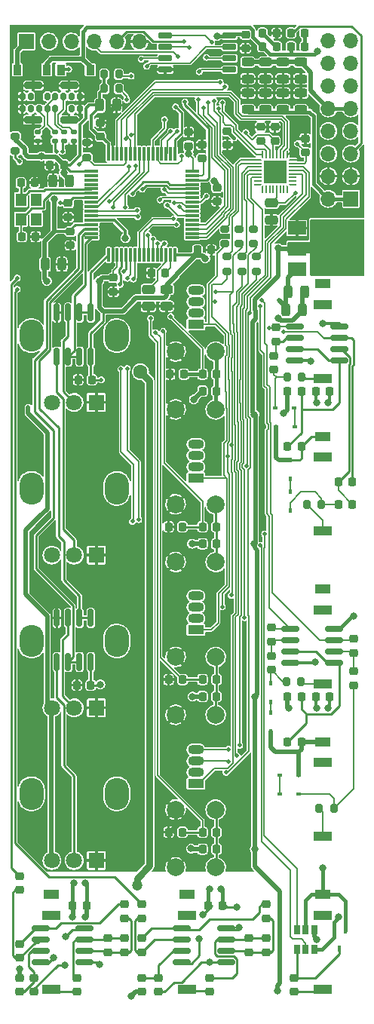
<source format=gbr>
G04 #@! TF.GenerationSoftware,KiCad,Pcbnew,6.0.6+dfsg-1*
G04 #@! TF.CreationDate,2022-10-02T17:16:30+02:00*
G04 #@! TF.ProjectId,demiurge,64656d69-7572-4676-952e-6b696361645f,G*
G04 #@! TF.SameCoordinates,Original*
G04 #@! TF.FileFunction,Copper,L1,Top*
G04 #@! TF.FilePolarity,Positive*
%FSLAX46Y46*%
G04 Gerber Fmt 4.6, Leading zero omitted, Abs format (unit mm)*
G04 Created by KiCad (PCBNEW 6.0.6+dfsg-1) date 2022-10-02 17:16:30*
%MOMM*%
%LPD*%
G01*
G04 APERTURE LIST*
G04 Aperture macros list*
%AMRoundRect*
0 Rectangle with rounded corners*
0 $1 Rounding radius*
0 $2 $3 $4 $5 $6 $7 $8 $9 X,Y pos of 4 corners*
0 Add a 4 corners polygon primitive as box body*
4,1,4,$2,$3,$4,$5,$6,$7,$8,$9,$2,$3,0*
0 Add four circle primitives for the rounded corners*
1,1,$1+$1,$2,$3*
1,1,$1+$1,$4,$5*
1,1,$1+$1,$6,$7*
1,1,$1+$1,$8,$9*
0 Add four rect primitives between the rounded corners*
20,1,$1+$1,$2,$3,$4,$5,0*
20,1,$1+$1,$4,$5,$6,$7,0*
20,1,$1+$1,$6,$7,$8,$9,0*
20,1,$1+$1,$8,$9,$2,$3,0*%
%AMFreePoly0*
4,1,14,0.314644,0.085355,0.385355,0.014644,0.400000,-0.020711,0.400000,-0.050000,0.385355,-0.085355,0.350000,-0.100000,-0.350000,-0.100000,-0.385355,-0.085355,-0.400000,-0.050000,-0.400000,0.050000,-0.385355,0.085355,-0.350000,0.100000,0.279289,0.100000,0.314644,0.085355,0.314644,0.085355,$1*%
%AMFreePoly1*
4,1,14,0.385355,0.085355,0.400000,0.050000,0.400000,0.020711,0.385355,-0.014645,0.314644,-0.085355,0.279289,-0.100000,-0.350000,-0.100000,-0.385355,-0.085355,-0.400000,-0.050000,-0.400000,0.050000,-0.385355,0.085355,-0.350000,0.100000,0.350000,0.100000,0.385355,0.085355,0.385355,0.085355,$1*%
%AMFreePoly2*
4,1,14,0.085355,0.385355,0.100000,0.350000,0.100000,-0.350000,0.085355,-0.385355,0.050000,-0.400000,-0.050000,-0.400000,-0.085355,-0.385355,-0.100000,-0.350000,-0.100000,0.279289,-0.085355,0.314644,-0.014645,0.385355,0.020711,0.400000,0.050000,0.400000,0.085355,0.385355,0.085355,0.385355,$1*%
%AMFreePoly3*
4,1,14,0.014644,0.385355,0.085355,0.314644,0.100000,0.279289,0.100000,-0.350000,0.085355,-0.385355,0.050000,-0.400000,-0.050000,-0.400000,-0.085355,-0.385355,-0.100000,-0.350000,-0.100000,0.350000,-0.085355,0.385355,-0.050000,0.400000,-0.020711,0.400000,0.014644,0.385355,0.014644,0.385355,$1*%
%AMFreePoly4*
4,1,14,0.385355,0.085355,0.400000,0.050000,0.400000,-0.050000,0.385355,-0.085355,0.350000,-0.100000,-0.279289,-0.100000,-0.314645,-0.085355,-0.385355,-0.014644,-0.400000,0.020711,-0.400000,0.050000,-0.385355,0.085355,-0.350000,0.100000,0.350000,0.100000,0.385355,0.085355,0.385355,0.085355,$1*%
%AMFreePoly5*
4,1,14,0.385355,0.085355,0.400000,0.050000,0.400000,-0.050000,0.385355,-0.085355,0.350000,-0.100000,-0.350000,-0.100000,-0.385355,-0.085355,-0.400000,-0.050000,-0.400000,-0.020711,-0.385355,0.014644,-0.314645,0.085355,-0.279289,0.100000,0.350000,0.100000,0.385355,0.085355,0.385355,0.085355,$1*%
%AMFreePoly6*
4,1,14,0.085355,0.385355,0.100000,0.350000,0.100000,-0.279289,0.085355,-0.314645,0.014644,-0.385355,-0.020711,-0.400000,-0.050000,-0.400000,-0.085355,-0.385355,-0.100000,-0.350000,-0.100000,0.350000,-0.085355,0.385355,-0.050000,0.400000,0.050000,0.400000,0.085355,0.385355,0.085355,0.385355,$1*%
%AMFreePoly7*
4,1,14,0.085355,0.385355,0.100000,0.350000,0.100000,-0.350000,0.085355,-0.385355,0.050000,-0.400000,0.020711,-0.400000,-0.014645,-0.385355,-0.085355,-0.314644,-0.100000,-0.279289,-0.100000,0.350000,-0.085355,0.385355,-0.050000,0.400000,0.050000,0.400000,0.085355,0.385355,0.085355,0.385355,$1*%
G04 Aperture macros list end*
G04 #@! TA.AperFunction,SMDPad,CuDef*
%ADD10RoundRect,0.218750X-0.256250X0.218750X-0.256250X-0.218750X0.256250X-0.218750X0.256250X0.218750X0*%
G04 #@! TD*
G04 #@! TA.AperFunction,SMDPad,CuDef*
%ADD11RoundRect,0.218750X0.218750X0.256250X-0.218750X0.256250X-0.218750X-0.256250X0.218750X-0.256250X0*%
G04 #@! TD*
G04 #@! TA.AperFunction,SMDPad,CuDef*
%ADD12RoundRect,0.218750X0.256250X-0.218750X0.256250X0.218750X-0.256250X0.218750X-0.256250X-0.218750X0*%
G04 #@! TD*
G04 #@! TA.AperFunction,SMDPad,CuDef*
%ADD13R,2.000000X1.500000*%
G04 #@! TD*
G04 #@! TA.AperFunction,SMDPad,CuDef*
%ADD14R,2.000000X3.800000*%
G04 #@! TD*
G04 #@! TA.AperFunction,SMDPad,CuDef*
%ADD15RoundRect,0.218750X-0.218750X-0.256250X0.218750X-0.256250X0.218750X0.256250X-0.218750X0.256250X0*%
G04 #@! TD*
G04 #@! TA.AperFunction,SMDPad,CuDef*
%ADD16RoundRect,0.150000X-0.825000X-0.150000X0.825000X-0.150000X0.825000X0.150000X-0.825000X0.150000X0*%
G04 #@! TD*
G04 #@! TA.AperFunction,SMDPad,CuDef*
%ADD17RoundRect,0.243750X-0.456250X0.243750X-0.456250X-0.243750X0.456250X-0.243750X0.456250X0.243750X0*%
G04 #@! TD*
G04 #@! TA.AperFunction,SMDPad,CuDef*
%ADD18RoundRect,0.243750X-0.243750X-0.456250X0.243750X-0.456250X0.243750X0.456250X-0.243750X0.456250X0*%
G04 #@! TD*
G04 #@! TA.AperFunction,SMDPad,CuDef*
%ADD19RoundRect,0.243750X0.243750X0.456250X-0.243750X0.456250X-0.243750X-0.456250X0.243750X-0.456250X0*%
G04 #@! TD*
G04 #@! TA.AperFunction,ComponentPad*
%ADD20R,1.700000X1.700000*%
G04 #@! TD*
G04 #@! TA.AperFunction,ComponentPad*
%ADD21O,1.700000X1.700000*%
G04 #@! TD*
G04 #@! TA.AperFunction,SMDPad,CuDef*
%ADD22R,0.650000X1.060000*%
G04 #@! TD*
G04 #@! TA.AperFunction,SMDPad,CuDef*
%ADD23RoundRect,0.150000X-0.150000X0.825000X-0.150000X-0.825000X0.150000X-0.825000X0.150000X0.825000X0*%
G04 #@! TD*
G04 #@! TA.AperFunction,SMDPad,CuDef*
%ADD24R,0.450000X0.700000*%
G04 #@! TD*
G04 #@! TA.AperFunction,SMDPad,CuDef*
%ADD25RoundRect,0.075000X-0.700000X-0.075000X0.700000X-0.075000X0.700000X0.075000X-0.700000X0.075000X0*%
G04 #@! TD*
G04 #@! TA.AperFunction,SMDPad,CuDef*
%ADD26RoundRect,0.075000X-0.075000X-0.700000X0.075000X-0.700000X0.075000X0.700000X-0.075000X0.700000X0*%
G04 #@! TD*
G04 #@! TA.AperFunction,SMDPad,CuDef*
%ADD27FreePoly0,0.000000*%
G04 #@! TD*
G04 #@! TA.AperFunction,SMDPad,CuDef*
%ADD28RoundRect,0.050000X-0.350000X-0.050000X0.350000X-0.050000X0.350000X0.050000X-0.350000X0.050000X0*%
G04 #@! TD*
G04 #@! TA.AperFunction,SMDPad,CuDef*
%ADD29FreePoly1,0.000000*%
G04 #@! TD*
G04 #@! TA.AperFunction,SMDPad,CuDef*
%ADD30FreePoly2,0.000000*%
G04 #@! TD*
G04 #@! TA.AperFunction,SMDPad,CuDef*
%ADD31RoundRect,0.050000X-0.050000X-0.350000X0.050000X-0.350000X0.050000X0.350000X-0.050000X0.350000X0*%
G04 #@! TD*
G04 #@! TA.AperFunction,SMDPad,CuDef*
%ADD32FreePoly3,0.000000*%
G04 #@! TD*
G04 #@! TA.AperFunction,SMDPad,CuDef*
%ADD33FreePoly4,0.000000*%
G04 #@! TD*
G04 #@! TA.AperFunction,SMDPad,CuDef*
%ADD34FreePoly5,0.000000*%
G04 #@! TD*
G04 #@! TA.AperFunction,SMDPad,CuDef*
%ADD35FreePoly6,0.000000*%
G04 #@! TD*
G04 #@! TA.AperFunction,SMDPad,CuDef*
%ADD36FreePoly7,0.000000*%
G04 #@! TD*
G04 #@! TA.AperFunction,ComponentPad*
%ADD37C,0.500000*%
G04 #@! TD*
G04 #@! TA.AperFunction,SMDPad,CuDef*
%ADD38R,2.650000X2.650000*%
G04 #@! TD*
G04 #@! TA.AperFunction,SMDPad,CuDef*
%ADD39R,0.900000X1.200000*%
G04 #@! TD*
G04 #@! TA.AperFunction,SMDPad,CuDef*
%ADD40RoundRect,0.147500X-0.172500X0.147500X-0.172500X-0.147500X0.172500X-0.147500X0.172500X0.147500X0*%
G04 #@! TD*
G04 #@! TA.AperFunction,SMDPad,CuDef*
%ADD41R,1.200000X1.400000*%
G04 #@! TD*
G04 #@! TA.AperFunction,SMDPad,CuDef*
%ADD42R,0.450000X0.600000*%
G04 #@! TD*
G04 #@! TA.AperFunction,SMDPad,CuDef*
%ADD43RoundRect,0.225000X0.250000X-0.225000X0.250000X0.225000X-0.250000X0.225000X-0.250000X-0.225000X0*%
G04 #@! TD*
G04 #@! TA.AperFunction,SMDPad,CuDef*
%ADD44RoundRect,0.225000X-0.250000X0.225000X-0.250000X-0.225000X0.250000X-0.225000X0.250000X0.225000X0*%
G04 #@! TD*
G04 #@! TA.AperFunction,SMDPad,CuDef*
%ADD45RoundRect,0.200000X0.275000X-0.200000X0.275000X0.200000X-0.275000X0.200000X-0.275000X-0.200000X0*%
G04 #@! TD*
G04 #@! TA.AperFunction,SMDPad,CuDef*
%ADD46RoundRect,0.200000X0.200000X0.275000X-0.200000X0.275000X-0.200000X-0.275000X0.200000X-0.275000X0*%
G04 #@! TD*
G04 #@! TA.AperFunction,SMDPad,CuDef*
%ADD47RoundRect,0.225000X0.225000X0.250000X-0.225000X0.250000X-0.225000X-0.250000X0.225000X-0.250000X0*%
G04 #@! TD*
G04 #@! TA.AperFunction,SMDPad,CuDef*
%ADD48RoundRect,0.150000X-0.650000X-0.150000X0.650000X-0.150000X0.650000X0.150000X-0.650000X0.150000X0*%
G04 #@! TD*
G04 #@! TA.AperFunction,SMDPad,CuDef*
%ADD49RoundRect,0.200000X-0.200000X-0.275000X0.200000X-0.275000X0.200000X0.275000X-0.200000X0.275000X0*%
G04 #@! TD*
G04 #@! TA.AperFunction,SMDPad,CuDef*
%ADD50R,0.600000X0.450000*%
G04 #@! TD*
G04 #@! TA.AperFunction,SMDPad,CuDef*
%ADD51RoundRect,0.200000X-0.275000X0.200000X-0.275000X-0.200000X0.275000X-0.200000X0.275000X0.200000X0*%
G04 #@! TD*
G04 #@! TA.AperFunction,SMDPad,CuDef*
%ADD52RoundRect,0.250000X0.475000X-0.250000X0.475000X0.250000X-0.475000X0.250000X-0.475000X-0.250000X0*%
G04 #@! TD*
G04 #@! TA.AperFunction,SMDPad,CuDef*
%ADD53RoundRect,0.250000X-0.475000X0.250000X-0.475000X-0.250000X0.475000X-0.250000X0.475000X0.250000X0*%
G04 #@! TD*
G04 #@! TA.AperFunction,ComponentPad*
%ADD54C,2.000000*%
G04 #@! TD*
G04 #@! TA.AperFunction,ComponentPad*
%ADD55R,1.800000X1.000000*%
G04 #@! TD*
G04 #@! TA.AperFunction,ComponentPad*
%ADD56R,2.000000X1.000000*%
G04 #@! TD*
G04 #@! TA.AperFunction,ComponentPad*
%ADD57O,2.720000X3.600000*%
G04 #@! TD*
G04 #@! TA.AperFunction,ComponentPad*
%ADD58R,1.800000X1.800000*%
G04 #@! TD*
G04 #@! TA.AperFunction,ComponentPad*
%ADD59C,1.800000*%
G04 #@! TD*
G04 #@! TA.AperFunction,ComponentPad*
%ADD60R,1.800000X1.070000*%
G04 #@! TD*
G04 #@! TA.AperFunction,ComponentPad*
%ADD61O,1.800000X1.070000*%
G04 #@! TD*
G04 #@! TA.AperFunction,ComponentPad*
%ADD62RoundRect,0.162500X-0.162500X-0.237500X0.162500X-0.237500X0.162500X0.237500X-0.162500X0.237500X0*%
G04 #@! TD*
G04 #@! TA.AperFunction,ComponentPad*
%ADD63RoundRect,0.200000X-0.800000X-0.200000X0.800000X-0.200000X0.800000X0.200000X-0.800000X0.200000X0*%
G04 #@! TD*
G04 #@! TA.AperFunction,ViaPad*
%ADD64C,0.800000*%
G04 #@! TD*
G04 #@! TA.AperFunction,ViaPad*
%ADD65C,0.460000*%
G04 #@! TD*
G04 #@! TA.AperFunction,ViaPad*
%ADD66C,1.200000*%
G04 #@! TD*
G04 #@! TA.AperFunction,ViaPad*
%ADD67C,1.600000*%
G04 #@! TD*
G04 #@! TA.AperFunction,ViaPad*
%ADD68C,0.600000*%
G04 #@! TD*
G04 #@! TA.AperFunction,Conductor*
%ADD69C,0.152400*%
G04 #@! TD*
G04 #@! TA.AperFunction,Conductor*
%ADD70C,0.304800*%
G04 #@! TD*
G04 #@! TA.AperFunction,Conductor*
%ADD71C,0.228600*%
G04 #@! TD*
G04 #@! TA.AperFunction,Conductor*
%ADD72C,0.500000*%
G04 #@! TD*
G04 #@! TA.AperFunction,Conductor*
%ADD73C,0.381000*%
G04 #@! TD*
G04 #@! TA.AperFunction,Conductor*
%ADD74C,0.350000*%
G04 #@! TD*
G04 #@! TA.AperFunction,Conductor*
%ADD75C,0.160000*%
G04 #@! TD*
G04 #@! TA.AperFunction,Conductor*
%ADD76C,0.400000*%
G04 #@! TD*
G04 #@! TA.AperFunction,Conductor*
%ADD77C,0.250000*%
G04 #@! TD*
G04 #@! TA.AperFunction,Conductor*
%ADD78C,0.457200*%
G04 #@! TD*
G04 #@! TA.AperFunction,Conductor*
%ADD79C,0.800000*%
G04 #@! TD*
G04 #@! TA.AperFunction,Conductor*
%ADD80C,0.200000*%
G04 #@! TD*
G04 APERTURE END LIST*
D10*
X83439000Y-74142500D03*
X83439000Y-75717500D03*
D11*
X96190000Y-90170000D03*
X94615000Y-90170000D03*
X96037500Y-107315000D03*
X94462500Y-107315000D03*
X96037500Y-141605000D03*
X94462500Y-141605000D03*
X99847500Y-107315000D03*
X98272500Y-107315000D03*
X99847500Y-109220000D03*
X98272500Y-109220000D03*
X99847500Y-124460000D03*
X98272500Y-124460000D03*
X99847500Y-126365000D03*
X98272500Y-126365000D03*
X109372500Y-98300000D03*
X107797500Y-98300000D03*
X99847500Y-141605000D03*
X98272500Y-141605000D03*
X99847500Y-143510000D03*
X98272500Y-143510000D03*
D10*
X106553000Y-84937500D03*
X106553000Y-86512500D03*
D12*
X91440000Y-151282500D03*
X91440000Y-149707500D03*
X91440000Y-159537500D03*
X91440000Y-157962500D03*
D10*
X93345000Y-157962500D03*
X93345000Y-159537500D03*
X91440000Y-153517500D03*
X91440000Y-155092500D03*
D13*
X108864000Y-73773000D03*
D14*
X115164000Y-76073000D03*
D13*
X108864000Y-76073000D03*
X108864000Y-78373000D03*
D11*
X109772500Y-51876000D03*
X108197500Y-51876000D03*
X106587500Y-51876000D03*
X105012500Y-51876000D03*
D15*
X105012500Y-53400000D03*
X106587500Y-53400000D03*
X108197500Y-53400000D03*
X109772500Y-53400000D03*
D16*
X108125000Y-118745000D03*
X108125000Y-120015000D03*
X108125000Y-121285000D03*
X108125000Y-122555000D03*
X113075000Y-122555000D03*
X113075000Y-121285000D03*
X113075000Y-120015000D03*
X113075000Y-118745000D03*
D17*
X94250000Y-80662500D03*
X94250000Y-82537500D03*
D11*
X112547500Y-92075000D03*
X110972500Y-92075000D03*
D18*
X107901500Y-80899000D03*
X109776500Y-80899000D03*
D17*
X109290000Y-55142500D03*
X109290000Y-57017500D03*
X107315000Y-58600100D03*
X107315000Y-60475100D03*
X107310000Y-55142500D03*
X107310000Y-57017500D03*
X109296200Y-58600100D03*
X109296200Y-60475100D03*
X103352600Y-58600100D03*
X103352600Y-60475100D03*
D15*
X97688300Y-76225400D03*
X99263300Y-76225400D03*
D12*
X87630000Y-155092500D03*
X87630000Y-153517500D03*
X77724000Y-148107500D03*
X77724000Y-146532500D03*
D10*
X77724000Y-154152500D03*
X77724000Y-155727500D03*
D12*
X105410000Y-151282500D03*
X105410000Y-149707500D03*
X89535000Y-151282500D03*
X89535000Y-149707500D03*
D11*
X109372500Y-92075000D03*
X107797500Y-92075000D03*
X115087500Y-104775000D03*
X113512500Y-104775000D03*
X115087500Y-102235000D03*
X113512500Y-102235000D03*
X109372500Y-126365000D03*
X107797500Y-126365000D03*
D10*
X106000000Y-121812500D03*
X106000000Y-123387500D03*
X115200000Y-123512500D03*
X115200000Y-125087500D03*
X106000000Y-118612500D03*
X106000000Y-120187500D03*
X115200000Y-119912500D03*
X115200000Y-121487500D03*
D11*
X99847500Y-92075000D03*
X98272500Y-92075000D03*
X112547500Y-126365000D03*
X110972500Y-126365000D03*
X82702500Y-66675000D03*
X81127500Y-66675000D03*
X99847500Y-90170000D03*
X98272500Y-90170000D03*
D10*
X106300000Y-88112500D03*
X106300000Y-89687500D03*
D16*
X95950000Y-152400000D03*
X95950000Y-153670000D03*
X95950000Y-154940000D03*
X95950000Y-156210000D03*
X100900000Y-156210000D03*
X100900000Y-154940000D03*
X100900000Y-153670000D03*
X100900000Y-152400000D03*
D17*
X105333800Y-58600100D03*
X105333800Y-60475100D03*
X105340000Y-55142500D03*
X105340000Y-57017500D03*
D10*
X105410000Y-153517500D03*
X105410000Y-155092500D03*
X89535000Y-153517500D03*
X89535000Y-155092500D03*
D11*
X100482500Y-149860000D03*
X98907500Y-149860000D03*
D16*
X80075000Y-152400000D03*
X80075000Y-153670000D03*
X80075000Y-154940000D03*
X80075000Y-156210000D03*
X85025000Y-156210000D03*
X85025000Y-154940000D03*
X85025000Y-153670000D03*
X85025000Y-152400000D03*
D18*
X107647500Y-82931000D03*
X109522500Y-82931000D03*
X80596500Y-77825600D03*
X82471500Y-77825600D03*
D11*
X96037500Y-124460000D03*
X94462500Y-124460000D03*
D18*
X86743300Y-59969400D03*
X88618300Y-59969400D03*
D19*
X83360500Y-68453000D03*
X81485500Y-68453000D03*
D20*
X114935000Y-70485000D03*
D21*
X112395000Y-70485000D03*
X114935000Y-67945000D03*
X112395000Y-67945000D03*
X114935000Y-65405000D03*
X112395000Y-65405000D03*
X114935000Y-62865000D03*
X112395000Y-62865000D03*
X114935000Y-60325000D03*
X112395000Y-60325000D03*
X114935000Y-57785000D03*
X112395000Y-57785000D03*
X114935000Y-55245000D03*
X112395000Y-55245000D03*
X114935000Y-52705000D03*
X112395000Y-52705000D03*
D12*
X84150000Y-159537500D03*
X84150000Y-157962500D03*
X99060000Y-159537500D03*
X99060000Y-157962500D03*
X103505000Y-155092500D03*
X103505000Y-153517500D03*
D16*
X108650000Y-84836000D03*
X108650000Y-86106000D03*
X108650000Y-87376000D03*
X108650000Y-88646000D03*
X113600000Y-88646000D03*
X113600000Y-87376000D03*
X113600000Y-86106000D03*
X113600000Y-84836000D03*
D17*
X103350000Y-55142500D03*
X103350000Y-57017500D03*
D11*
X109372500Y-131445000D03*
X107797500Y-131445000D03*
D22*
X110805000Y-152570000D03*
X109855000Y-152570000D03*
X108905000Y-152570000D03*
X108905000Y-154770000D03*
X109855000Y-154770000D03*
X110805000Y-154770000D03*
D23*
X85725000Y-117540000D03*
X84455000Y-117540000D03*
X83185000Y-117540000D03*
X81915000Y-117540000D03*
X81915000Y-122490000D03*
X83185000Y-122490000D03*
X84455000Y-122490000D03*
X85725000Y-122490000D03*
D11*
X85877500Y-90805000D03*
X84302500Y-90805000D03*
X85725000Y-125095000D03*
X84150000Y-125095000D03*
D10*
X77724000Y-157962500D03*
X77724000Y-159537500D03*
X79375000Y-157962500D03*
X79375000Y-159537500D03*
D20*
X78486000Y-52832000D03*
D21*
X81026000Y-52832000D03*
X83566000Y-52832000D03*
X86106000Y-52832000D03*
X88646000Y-52832000D03*
X91186000Y-52832000D03*
D12*
X108585000Y-159537500D03*
X108585000Y-157962500D03*
D24*
X114315000Y-152670000D03*
X113015000Y-152670000D03*
X113665000Y-154670000D03*
D11*
X85242500Y-149860000D03*
X83667500Y-149860000D03*
D25*
X85765000Y-67370000D03*
X85765000Y-67870000D03*
X85765000Y-68370000D03*
X85765000Y-68870000D03*
X85765000Y-69370000D03*
X85765000Y-69870000D03*
X85765000Y-70370000D03*
X85765000Y-70870000D03*
X85765000Y-71370000D03*
X85765000Y-71870000D03*
X85765000Y-72370000D03*
X85765000Y-72870000D03*
X85765000Y-73370000D03*
X85765000Y-73870000D03*
X85765000Y-74370000D03*
X85765000Y-74870000D03*
D26*
X87690000Y-76795000D03*
X88190000Y-76795000D03*
X88690000Y-76795000D03*
X89190000Y-76795000D03*
X89690000Y-76795000D03*
X90190000Y-76795000D03*
X90690000Y-76795000D03*
X91190000Y-76795000D03*
X91690000Y-76795000D03*
X92190000Y-76795000D03*
X92690000Y-76795000D03*
X93190000Y-76795000D03*
X93690000Y-76795000D03*
X94190000Y-76795000D03*
X94690000Y-76795000D03*
X95190000Y-76795000D03*
D25*
X97115000Y-74870000D03*
X97115000Y-74370000D03*
X97115000Y-73870000D03*
X97115000Y-73370000D03*
X97115000Y-72870000D03*
X97115000Y-72370000D03*
X97115000Y-71870000D03*
X97115000Y-71370000D03*
X97115000Y-70870000D03*
X97115000Y-70370000D03*
X97115000Y-69870000D03*
X97115000Y-69370000D03*
X97115000Y-68870000D03*
X97115000Y-68370000D03*
X97115000Y-67870000D03*
X97115000Y-67370000D03*
D26*
X95190000Y-65445000D03*
X94690000Y-65445000D03*
X94190000Y-65445000D03*
X93690000Y-65445000D03*
X93190000Y-65445000D03*
X92690000Y-65445000D03*
X92190000Y-65445000D03*
X91690000Y-65445000D03*
X91190000Y-65445000D03*
X90690000Y-65445000D03*
X90190000Y-65445000D03*
X89690000Y-65445000D03*
X89190000Y-65445000D03*
X88690000Y-65445000D03*
X88190000Y-65445000D03*
X87690000Y-65445000D03*
D27*
X104450000Y-66100000D03*
D28*
X104450000Y-66500000D03*
X104450000Y-66900000D03*
X104450000Y-67300000D03*
X104450000Y-67700000D03*
X104450000Y-68100000D03*
X104450000Y-68500000D03*
D29*
X104450000Y-68900000D03*
D30*
X105000000Y-69450000D03*
D31*
X105400000Y-69450000D03*
X105800000Y-69450000D03*
X106200000Y-69450000D03*
X106600000Y-69450000D03*
X107000000Y-69450000D03*
X107400000Y-69450000D03*
D32*
X107800000Y-69450000D03*
D33*
X108350000Y-68900000D03*
D28*
X108350000Y-68500000D03*
X108350000Y-68100000D03*
X108350000Y-67700000D03*
X108350000Y-67300000D03*
X108350000Y-66900000D03*
X108350000Y-66500000D03*
D34*
X108350000Y-66100000D03*
D35*
X107800000Y-65550000D03*
D31*
X107400000Y-65550000D03*
X107000000Y-65550000D03*
X106600000Y-65550000D03*
X106200000Y-65550000D03*
X105800000Y-65550000D03*
X105400000Y-65550000D03*
D36*
X105000000Y-65550000D03*
D37*
X105550000Y-66650000D03*
X107250000Y-68350000D03*
X105550000Y-68350000D03*
X105550000Y-67500000D03*
D38*
X106400000Y-67500000D03*
D37*
X106400000Y-68350000D03*
X106400000Y-66650000D03*
X107250000Y-66650000D03*
X106400000Y-67500000D03*
X107250000Y-67500000D03*
D23*
X85725000Y-83250000D03*
X84455000Y-83250000D03*
X83185000Y-83250000D03*
X81915000Y-83250000D03*
X81915000Y-88200000D03*
X83185000Y-88200000D03*
X84455000Y-88200000D03*
X85725000Y-88200000D03*
D10*
X88265000Y-79349500D03*
X88265000Y-80924500D03*
X83185000Y-70967500D03*
X83185000Y-72542500D03*
D39*
X85650000Y-56000000D03*
X82350000Y-56000000D03*
D40*
X82750000Y-63015000D03*
X82750000Y-63985000D03*
X81700000Y-63015000D03*
X81700000Y-63985000D03*
X83820000Y-63015000D03*
X83820000Y-63985000D03*
X79800000Y-63015000D03*
X79800000Y-63985000D03*
D15*
X77870089Y-68669011D03*
X79445089Y-68669011D03*
X77971689Y-74739611D03*
X79546689Y-74739611D03*
D41*
X77883789Y-70566211D03*
X77883789Y-72766211D03*
X79583789Y-72766211D03*
X79583789Y-70566211D03*
D42*
X108100000Y-99850000D03*
X108100000Y-101950000D03*
D43*
X98200000Y-65975000D03*
X98200000Y-64425000D03*
D44*
X104800000Y-62425000D03*
X104800000Y-63975000D03*
D45*
X102700000Y-78625000D03*
X102700000Y-76975000D03*
D46*
X113025000Y-138900000D03*
X111375000Y-138900000D03*
D47*
X94075000Y-78800000D03*
X92525000Y-78800000D03*
D42*
X105900000Y-130250000D03*
X105900000Y-128150000D03*
D46*
X111625000Y-104800000D03*
X109975000Y-104800000D03*
D43*
X109800000Y-65275000D03*
X109800000Y-63725000D03*
D48*
X94090000Y-52165000D03*
X94090000Y-53435000D03*
X94090000Y-54705000D03*
X94090000Y-55975000D03*
X101290000Y-55975000D03*
X101290000Y-54705000D03*
X101290000Y-53435000D03*
X101290000Y-52165000D03*
D49*
X107700000Y-124700000D03*
X109350000Y-124700000D03*
D50*
X109050000Y-137300000D03*
X106950000Y-137300000D03*
D46*
X88875000Y-58100000D03*
X87225000Y-58100000D03*
D51*
X85300000Y-64173600D03*
X85300000Y-65823600D03*
D44*
X101041200Y-62877400D03*
X101041200Y-64427400D03*
D45*
X100800000Y-75525000D03*
X100800000Y-73875000D03*
D46*
X88875000Y-56500000D03*
X87225000Y-56500000D03*
D45*
X102400000Y-75525000D03*
X102400000Y-73875000D03*
D43*
X106400000Y-63975000D03*
X106400000Y-62425000D03*
D52*
X106000000Y-72850000D03*
X106000000Y-70950000D03*
D43*
X86800000Y-63475000D03*
X86800000Y-61925000D03*
X96700000Y-64554400D03*
X96700000Y-63004400D03*
D45*
X104300000Y-78625000D03*
X104300000Y-76975000D03*
X101000000Y-78625000D03*
X101000000Y-76975000D03*
D50*
X106450000Y-94000000D03*
X108550000Y-94000000D03*
D49*
X107775000Y-90500000D03*
X109425000Y-90500000D03*
D45*
X77241400Y-65112400D03*
X77241400Y-63462400D03*
D42*
X105900000Y-124850000D03*
X105900000Y-126950000D03*
D44*
X103100000Y-52025000D03*
X103100000Y-53575000D03*
D45*
X104000000Y-75525000D03*
X104000000Y-73875000D03*
D42*
X108100000Y-105450000D03*
X108100000Y-103350000D03*
D44*
X99900000Y-69225000D03*
X99900000Y-70775000D03*
D39*
X80750000Y-56000000D03*
X77450000Y-56000000D03*
D50*
X106550000Y-96100000D03*
X108650000Y-96100000D03*
D53*
X92200000Y-80650000D03*
X92200000Y-82550000D03*
D50*
X109050000Y-135200000D03*
X106950000Y-135200000D03*
D54*
X95250000Y-104775000D03*
X95250000Y-111275000D03*
X99750000Y-104775000D03*
X99750000Y-111275000D03*
X95250000Y-121920000D03*
X95250000Y-128420000D03*
X99750000Y-121920000D03*
X99750000Y-128420000D03*
D55*
X111760000Y-148590000D03*
D56*
X111760000Y-159225000D03*
X111760000Y-150925000D03*
D55*
X111760000Y-80010000D03*
D56*
X111760000Y-90645000D03*
X111760000Y-82345000D03*
D54*
X95250000Y-139065000D03*
X95250000Y-145565000D03*
X99750000Y-145565000D03*
X99750000Y-139065000D03*
D55*
X96520000Y-148590000D03*
D56*
X96520000Y-159225000D03*
X96520000Y-150925000D03*
D57*
X88646000Y-85845000D03*
X79046000Y-85845000D03*
D58*
X86346000Y-93345000D03*
D59*
X83846000Y-93345000D03*
X81346000Y-93345000D03*
D57*
X88660000Y-137280000D03*
X79060000Y-137280000D03*
D58*
X86360000Y-144780000D03*
D59*
X83860000Y-144780000D03*
X81360000Y-144780000D03*
D55*
X111760000Y-131445000D03*
D56*
X111760000Y-142080000D03*
X111760000Y-133780000D03*
D55*
X111760000Y-114300000D03*
D56*
X111760000Y-124935000D03*
X111760000Y-116635000D03*
D55*
X111760000Y-97155000D03*
D56*
X111760000Y-107790000D03*
X111760000Y-99490000D03*
D57*
X79060000Y-102990000D03*
X88660000Y-102990000D03*
D58*
X86360000Y-110490000D03*
D59*
X83860000Y-110490000D03*
X81360000Y-110490000D03*
D57*
X79060000Y-120135000D03*
X88660000Y-120135000D03*
D58*
X86360000Y-127635000D03*
D59*
X83860000Y-127635000D03*
X81360000Y-127635000D03*
D54*
X95250000Y-87630000D03*
X95250000Y-94130000D03*
X99750000Y-87630000D03*
X99750000Y-94130000D03*
D55*
X81280000Y-148590000D03*
D56*
X81280000Y-159225000D03*
X81280000Y-150925000D03*
D60*
X97536000Y-84582000D03*
D61*
X97536000Y-83312000D03*
X97536000Y-82042000D03*
X97536000Y-80772000D03*
D60*
X97536000Y-101854000D03*
D61*
X97536000Y-100584000D03*
X97536000Y-99314000D03*
X97536000Y-98044000D03*
D60*
X97536000Y-136144000D03*
D61*
X97536000Y-134874000D03*
X97536000Y-133604000D03*
X97536000Y-132334000D03*
D60*
X97536000Y-118872000D03*
D61*
X97536000Y-117602000D03*
X97536000Y-116332000D03*
X97536000Y-115062000D03*
D62*
X78030000Y-60390000D03*
X78980000Y-60390000D03*
X79930000Y-60390000D03*
X80830000Y-60390000D03*
X81730000Y-60390000D03*
X83580000Y-60390000D03*
X84530000Y-60390000D03*
X84530000Y-58990000D03*
X83580000Y-58990000D03*
X82630000Y-58990000D03*
X81730000Y-58990000D03*
X80830000Y-58990000D03*
X78980000Y-58990000D03*
X78030000Y-58990000D03*
D63*
X83280000Y-57760000D03*
X83280000Y-61630000D03*
X79280000Y-57760000D03*
X79280000Y-61620000D03*
D64*
X96991937Y-143453400D03*
X112395000Y-75946000D03*
X107950000Y-127635000D03*
X99900000Y-52200000D03*
D65*
X78400000Y-110500000D03*
D64*
X111125000Y-74041000D03*
X111125000Y-75946000D03*
X111125000Y-77851000D03*
X80797400Y-79705200D03*
X104140000Y-143510000D03*
X111125000Y-153670000D03*
X107400000Y-94600000D03*
X81600000Y-70491389D03*
X96700000Y-65400000D03*
D65*
X108700000Y-69800000D03*
D64*
X113665000Y-74041000D03*
X80200000Y-65700000D03*
X112395000Y-77851000D03*
D65*
X101803200Y-63652400D03*
D64*
X106680000Y-159385000D03*
X97155000Y-126365000D03*
X113665000Y-75946000D03*
X112395000Y-74041000D03*
D65*
X86900000Y-90800000D03*
D64*
X90300000Y-160000000D03*
X106736702Y-76014196D03*
D65*
X78700000Y-93900000D03*
D64*
X82702400Y-67538600D03*
X99603263Y-68500653D03*
X104028100Y-109178450D03*
X97100000Y-109200000D03*
X86664800Y-79705200D03*
D65*
X103131204Y-63031204D03*
D64*
X97300000Y-93000000D03*
D65*
X108920501Y-64300000D03*
D64*
X104140000Y-126365000D03*
X104100000Y-94700000D03*
X77700000Y-157000000D03*
X98576603Y-77165997D03*
X86800000Y-125000000D03*
X113665000Y-77851000D03*
X113572090Y-151130000D03*
X111200000Y-53900000D03*
X85090000Y-151130000D03*
X82931000Y-153289000D03*
X102108000Y-149987000D03*
X112395000Y-93345000D03*
X85090000Y-147320000D03*
D65*
X110400000Y-56252500D03*
D64*
X102362000Y-152273000D03*
X112395000Y-127635000D03*
X111760000Y-84455000D03*
X100330000Y-147955000D03*
X115200000Y-117300000D03*
X83820000Y-147320000D03*
X83693000Y-151130000D03*
X99060000Y-147955000D03*
X110900000Y-122500000D03*
X111125000Y-127635000D03*
X110413800Y-88722200D03*
X97917000Y-153543000D03*
X81534000Y-155702000D03*
X111125000Y-93345000D03*
X98298000Y-150876000D03*
D66*
X90932000Y-147574000D03*
D64*
X86741008Y-156464000D03*
D67*
X91300000Y-89900000D03*
D64*
X99060000Y-156210000D03*
X89600000Y-74900000D03*
X82800000Y-156500000D03*
D65*
X105752000Y-84963000D03*
X95350000Y-73350000D03*
X95000000Y-72750000D03*
X107365800Y-85420200D03*
X91000000Y-72500000D03*
X104771900Y-82546976D03*
X104926137Y-81873989D03*
X90950000Y-71800000D03*
X106883200Y-81864200D03*
D64*
X91100000Y-130100000D03*
X88200000Y-88600000D03*
X86300000Y-129540000D03*
X89600000Y-144400000D03*
D65*
X100713404Y-65283226D03*
D64*
X87900000Y-62000000D03*
D65*
X98600000Y-71400000D03*
D64*
X88300000Y-82000000D03*
X78740000Y-100076000D03*
X91100000Y-137200000D03*
D65*
X83800000Y-64900000D03*
X107011243Y-71722473D03*
X107000000Y-63200000D03*
D64*
X82900000Y-138300000D03*
X88200000Y-91400000D03*
D65*
X106600000Y-51900000D03*
D64*
X85090000Y-138430000D03*
X90400000Y-108200000D03*
X102200000Y-142600000D03*
X81280000Y-112395000D03*
X86000000Y-77000000D03*
X83500000Y-77800000D03*
X80450000Y-68400000D03*
X81900000Y-115700000D03*
X82100000Y-75300000D03*
X90400000Y-110600000D03*
X84455000Y-112395000D03*
X78105000Y-140970000D03*
D65*
X102200000Y-64900000D03*
D64*
X92100000Y-63000000D03*
X100000000Y-85800000D03*
X84300000Y-71400000D03*
X85300000Y-63300000D03*
D65*
X103000000Y-127100000D03*
D64*
X102200000Y-144600000D03*
X95200000Y-125400000D03*
X97400000Y-105500000D03*
X89600000Y-142400000D03*
D65*
X103000000Y-125500000D03*
D64*
X93400000Y-144400000D03*
X78900000Y-81700000D03*
X102000000Y-57900000D03*
D65*
X103829257Y-63181404D03*
D64*
X105005309Y-96059402D03*
X97500000Y-110900000D03*
D65*
X87997113Y-75502887D03*
D68*
X104600000Y-88100000D03*
D64*
X91100000Y-113500000D03*
X93400000Y-142400000D03*
D65*
X98200000Y-63500000D03*
D64*
X106772644Y-83871776D03*
D65*
X108300000Y-64600000D03*
D64*
X111800000Y-145600000D03*
X95200000Y-108200000D03*
X91100000Y-144400000D03*
X88200000Y-93600000D03*
X78900000Y-77800000D03*
X81791540Y-85344000D03*
X92500000Y-87200000D03*
X91100000Y-142400000D03*
D65*
X108462401Y-62222419D03*
X101300000Y-60200000D03*
D64*
X93600000Y-137200000D03*
D65*
X93850000Y-85350000D03*
X93200000Y-75500000D03*
X93000000Y-85500000D03*
X92700000Y-75000000D03*
X92150000Y-74550000D03*
X92437599Y-83900000D03*
X89823926Y-89523926D03*
X105243028Y-108111679D03*
X91100001Y-106499999D03*
X90500000Y-79500000D03*
X90400000Y-106700000D03*
X104774859Y-109410230D03*
X89100000Y-89600000D03*
X89800000Y-79400000D03*
X94000000Y-75500000D03*
X94700000Y-83700000D03*
X99583922Y-59499627D03*
X99300000Y-52900000D03*
X98400000Y-60300000D03*
X96800000Y-53500000D03*
X97900000Y-56200000D03*
X97800000Y-59300000D03*
X98900000Y-59700000D03*
X98700000Y-54600000D03*
X89700000Y-63750000D03*
X89750000Y-59350000D03*
X90250000Y-56700000D03*
X90300000Y-63300000D03*
X77470000Y-80645000D03*
X89400000Y-78600000D03*
X77470000Y-79375000D03*
X89000000Y-80100000D03*
X95700000Y-71400000D03*
X95900000Y-65700000D03*
X94000000Y-61600000D03*
X94700000Y-62900000D03*
X95100000Y-70900000D03*
X95400000Y-62900000D03*
X81850000Y-65158100D03*
X90400000Y-69900000D03*
X91499998Y-69400000D03*
X82550000Y-65158100D03*
X94300000Y-71200000D03*
X83232318Y-55930800D03*
X82289863Y-70968050D03*
X77700000Y-66300000D03*
X96200000Y-52800000D03*
X96296200Y-59600000D03*
X95533800Y-54533800D03*
X95250000Y-60150000D03*
X100800000Y-57900000D03*
X100500000Y-59700000D03*
X93958100Y-69454821D03*
X93500000Y-70600000D03*
X90000000Y-66900000D03*
X91400000Y-54800000D03*
X84455000Y-66598800D03*
X90728474Y-66819378D03*
X92000000Y-55600000D03*
X89587283Y-71411900D03*
X88221854Y-71411900D03*
X87800000Y-70750000D03*
X100900000Y-134900000D03*
X103566702Y-83300000D03*
X99700000Y-82000000D03*
X100500000Y-116300000D03*
X101100000Y-99400000D03*
X99764272Y-80958100D03*
X101528997Y-98104301D03*
X101500000Y-115000000D03*
X103200002Y-100500002D03*
X103000000Y-117500000D03*
X101200000Y-133700000D03*
X102137599Y-133037599D03*
X101200000Y-132300000D03*
X102441900Y-131841900D03*
X100258100Y-57400000D03*
X100041900Y-60390416D03*
X98700000Y-70200000D03*
D69*
X93237599Y-86587599D02*
X92437599Y-85787599D01*
X98272500Y-141605000D02*
X98272500Y-140269170D01*
X93948890Y-85448890D02*
X93850000Y-85350000D01*
X98272500Y-140269170D02*
X93237599Y-135234269D01*
X93237599Y-135234269D02*
X93237599Y-86587599D01*
X92437599Y-85787599D02*
X92437599Y-83900000D01*
X93948890Y-100113372D02*
X93948890Y-85448890D01*
X98272500Y-104436982D02*
X93948890Y-100113372D01*
X98272500Y-107315000D02*
X98272500Y-104436982D01*
X93541900Y-86041900D02*
X93000000Y-85500000D01*
X93541900Y-121964400D02*
X93541900Y-86041900D01*
X96037500Y-124460000D02*
X93541900Y-121964400D01*
X91690000Y-67479640D02*
X88308100Y-70861540D01*
X91690000Y-65445000D02*
X91690000Y-67479640D01*
X87989280Y-70750000D02*
X87800000Y-70750000D01*
X91190000Y-65445000D02*
X91190000Y-67549280D01*
X91190000Y-67549280D02*
X87989280Y-70750000D01*
X85765000Y-71370000D02*
X86532148Y-71370000D01*
X88308100Y-70861540D02*
X88308100Y-71325654D01*
X86532148Y-71370000D02*
X90728474Y-67173674D01*
X88308100Y-71325654D02*
X88221854Y-71411900D01*
X90728474Y-67173674D02*
X90728474Y-66819378D01*
X92190000Y-74590000D02*
X92150000Y-74550000D01*
X92190000Y-76795000D02*
X92190000Y-74590000D01*
X91190000Y-76795000D02*
X91190000Y-74279654D01*
X92719654Y-72750000D02*
X95000000Y-72750000D01*
X91190000Y-74279654D02*
X92719654Y-72750000D01*
X92602148Y-73350000D02*
X95350000Y-73350000D01*
X91690000Y-76795000D02*
X91690000Y-74262148D01*
X91690000Y-74262148D02*
X92602148Y-73350000D01*
X85765000Y-71870000D02*
X90880000Y-71870000D01*
X90880000Y-71870000D02*
X90950000Y-71800000D01*
D70*
X89600000Y-74100000D02*
X89600000Y-74900000D01*
D71*
X85765000Y-74370000D02*
X84990000Y-74370000D01*
X84721012Y-78478988D02*
X81125340Y-82074660D01*
X84990000Y-74370000D02*
X84721012Y-74638988D01*
X84721012Y-74638988D02*
X84721012Y-78478988D01*
X82693299Y-108993299D02*
X82693299Y-113269469D01*
X81125340Y-82074660D02*
X81125340Y-87425340D01*
X82100000Y-108400000D02*
X82693299Y-108993299D01*
X82693299Y-113269469D02*
X84455000Y-115031170D01*
X81125340Y-87425340D02*
X79950000Y-88600680D01*
X84455000Y-115031170D02*
X84455000Y-117540000D01*
X79950000Y-88600680D02*
X79950000Y-94016056D01*
X79950000Y-94016056D02*
X82100000Y-96166056D01*
X82100000Y-96166056D02*
X82100000Y-108400000D01*
X84340001Y-74481170D02*
X84390000Y-74431171D01*
X84340001Y-78321875D02*
X84340001Y-74481170D01*
X80744829Y-81917047D02*
X84340001Y-78321875D01*
X80744829Y-87267022D02*
X80744829Y-81917047D01*
X79400000Y-94350000D02*
X79400000Y-88611851D01*
X81550000Y-106350000D02*
X81550000Y-96500000D01*
X81550000Y-96500000D02*
X79400000Y-94350000D01*
X79600000Y-108300000D02*
X81550000Y-106350000D01*
X79600000Y-112000000D02*
X79600000Y-108300000D01*
X84390000Y-74410000D02*
X84930000Y-73870000D01*
X79400000Y-88611851D02*
X80744829Y-87267022D01*
X83751710Y-116151710D02*
X79600000Y-112000000D01*
X84930000Y-73870000D02*
X85765000Y-73870000D01*
X83751710Y-121923290D02*
X83751710Y-116151710D01*
X83185000Y-122490000D02*
X83751710Y-121923290D01*
X84390000Y-74431171D02*
X84390000Y-74410000D01*
X83860000Y-110490000D02*
X83860000Y-108810000D01*
X83860000Y-108810000D02*
X82650000Y-107600000D01*
X82650000Y-107600000D02*
X82650000Y-92922282D01*
X82650000Y-92922282D02*
X81915000Y-92187282D01*
X81915000Y-92187282D02*
X81915000Y-88200000D01*
X97115000Y-68370000D02*
X98750000Y-68370000D01*
X98750000Y-68370000D02*
X98941700Y-68178300D01*
X98941700Y-68178300D02*
X98941700Y-62596331D01*
X98941700Y-62596331D02*
X96296200Y-59950831D01*
X96296200Y-59950831D02*
X96296200Y-59600000D01*
D72*
X99900000Y-68797390D02*
X99603263Y-68500653D01*
X99900000Y-69225000D02*
X99900000Y-68797390D01*
D69*
X103308602Y-81452796D02*
X103308602Y-82821745D01*
X104909101Y-79851592D02*
X104909101Y-79852298D01*
X109530347Y-67300000D02*
X109904301Y-67673954D01*
X105612202Y-79148491D02*
X104909101Y-79851592D01*
X103308602Y-82821745D02*
X103108602Y-83021744D01*
X107331099Y-73699248D02*
X105612202Y-75418145D01*
X103108602Y-83021744D02*
X103108602Y-95027217D01*
X105612202Y-75418145D02*
X105612202Y-79148491D01*
X109904301Y-69965353D02*
X107331099Y-72538555D01*
X104909101Y-79852298D02*
X103308602Y-81452796D01*
X107331099Y-72538555D02*
X107331099Y-73699248D01*
X109904301Y-67673954D02*
X109904301Y-69965353D01*
X108450000Y-67300000D02*
X109530347Y-67300000D01*
X103271004Y-100429000D02*
X103200002Y-100500002D01*
X103108602Y-95027217D02*
X103271004Y-95189619D01*
X103271004Y-95189619D02*
X103271004Y-100429000D01*
D72*
X77724000Y-157962500D02*
X77724000Y-157024000D01*
D69*
X106400000Y-63975000D02*
X105721400Y-63296400D01*
D70*
X86743300Y-59969400D02*
X86743300Y-58581700D01*
D69*
X106600000Y-69450000D02*
X106600000Y-70350000D01*
D70*
X85800000Y-62600000D02*
X86675000Y-63475000D01*
D71*
X85765000Y-67370000D02*
X83397500Y-67370000D01*
D72*
X96700000Y-64554400D02*
X96700000Y-65400000D01*
D69*
X103131204Y-63131204D02*
X103131204Y-63031204D01*
X88265000Y-79349500D02*
X88265000Y-78549039D01*
D72*
X98272500Y-109220000D02*
X97120000Y-109220000D01*
X80822400Y-127097400D02*
X80822400Y-117322400D01*
X104140000Y-145415000D02*
X104140000Y-143510000D01*
X104400000Y-109951744D02*
X104400000Y-126105000D01*
D73*
X101803200Y-63639400D02*
X101041200Y-62877400D01*
D71*
X85725000Y-88200000D02*
X85725000Y-90652500D01*
D70*
X83425000Y-66675000D02*
X84499100Y-65600900D01*
D69*
X97200000Y-65900000D02*
X96700000Y-65400000D01*
D72*
X78308200Y-64852957D02*
X78308200Y-65405000D01*
D69*
X108450000Y-66500000D02*
X109700000Y-66500000D01*
D72*
X107797500Y-94202500D02*
X107400000Y-94600000D01*
X81360000Y-127635000D02*
X80822400Y-127097400D01*
D71*
X87100000Y-84200000D02*
X87100000Y-83100000D01*
D72*
X81360000Y-144780000D02*
X81300000Y-144720000D01*
X103898100Y-84301900D02*
X103898100Y-94498100D01*
X106959400Y-148234400D02*
X104140000Y-145415000D01*
X80822400Y-96722400D02*
X80700000Y-96600000D01*
D71*
X85725000Y-90652500D02*
X85877500Y-90805000D01*
D72*
X106736702Y-76014196D02*
X106736702Y-79169781D01*
X86664800Y-82664800D02*
X86664800Y-79705200D01*
D70*
X85800000Y-61100000D02*
X85800000Y-62600000D01*
D72*
X90762500Y-159537500D02*
X90300000Y-160000000D01*
D69*
X97115000Y-67370000D02*
X97200000Y-67285000D01*
D73*
X99900000Y-52200000D02*
X101255000Y-52200000D01*
D72*
X77241400Y-63786157D02*
X78308200Y-64852957D01*
X95326200Y-78994000D02*
X95326200Y-79073800D01*
X106795506Y-76073000D02*
X106736702Y-76014196D01*
X106736702Y-79169781D02*
X104140000Y-81766483D01*
X80797400Y-79705200D02*
X80559080Y-79466880D01*
X81600000Y-74058500D02*
X81600000Y-70491389D01*
D70*
X87690000Y-64290000D02*
X87690000Y-65445000D01*
D74*
X81661000Y-74119500D02*
X83416000Y-74119500D01*
D72*
X94234000Y-80662500D02*
X94234000Y-81366000D01*
D71*
X85877500Y-90805000D02*
X86895000Y-90805000D01*
D73*
X83360500Y-68453000D02*
X82702500Y-67795000D01*
D70*
X85530600Y-59969400D02*
X86743300Y-59969400D01*
D69*
X88265000Y-78549039D02*
X88690000Y-78124039D01*
D73*
X101803200Y-63652400D02*
X101803200Y-63639400D01*
D72*
X95326200Y-78994000D02*
X97421700Y-76898500D01*
D70*
X86675000Y-63475000D02*
X86800000Y-63475000D01*
D71*
X85725000Y-125095000D02*
X86705000Y-125095000D01*
D72*
X104028100Y-109178450D02*
X104109999Y-109260349D01*
D69*
X109895501Y-65275000D02*
X108920501Y-64300000D01*
D70*
X82702500Y-66675000D02*
X83425000Y-66675000D01*
D72*
X80559080Y-79466880D02*
X80559080Y-75221420D01*
X87100000Y-83100000D02*
X86664800Y-82664800D01*
D69*
X106200000Y-64175000D02*
X106400000Y-63975000D01*
D72*
X81300000Y-144720000D02*
X81300000Y-127695000D01*
X104200000Y-94800000D02*
X104100000Y-94700000D01*
X78700000Y-94600000D02*
X78700000Y-93900000D01*
X89300000Y-83100000D02*
X87100000Y-83100000D01*
D71*
X78384400Y-65481200D02*
X78308200Y-65405000D01*
D72*
X94234000Y-81366000D02*
X94000000Y-81600000D01*
D75*
X106000000Y-70950000D02*
X107550000Y-70950000D01*
D72*
X80559080Y-75221420D02*
X81661000Y-74119500D01*
D73*
X103270000Y-51932400D02*
X101522600Y-51932400D01*
D72*
X77724000Y-157024000D02*
X77700000Y-157000000D01*
D70*
X86743300Y-59969400D02*
X86743300Y-60156700D01*
D71*
X85725000Y-85575000D02*
X87100000Y-84200000D01*
D70*
X85159800Y-60340200D02*
X85530600Y-59969400D01*
D72*
X107797500Y-127482500D02*
X107950000Y-127635000D01*
X97120000Y-109220000D02*
X97100000Y-109200000D01*
X104140000Y-82979656D02*
X104198602Y-83038258D01*
X104200000Y-109006550D02*
X104200000Y-94800000D01*
D69*
X106600000Y-70350000D02*
X106000000Y-70950000D01*
D72*
X88265000Y-79349500D02*
X87071300Y-79349500D01*
D71*
X85725000Y-122490000D02*
X85725000Y-125095000D01*
D72*
X79900000Y-106200000D02*
X80822400Y-105277600D01*
X108864000Y-76073000D02*
X106795506Y-76073000D01*
D73*
X101255000Y-52200000D02*
X101290000Y-52165000D01*
D72*
X104028100Y-109178450D02*
X104200000Y-109006550D01*
X104109999Y-109661743D02*
X104400000Y-109951744D01*
X104198602Y-83038258D02*
X104198602Y-84001398D01*
X81300000Y-127695000D02*
X81360000Y-127635000D01*
X95326200Y-79073800D02*
X94234000Y-80166000D01*
X104109999Y-109260349D02*
X104109999Y-109661743D01*
D69*
X103858513Y-63800000D02*
X103800000Y-63800000D01*
D70*
X86743300Y-58581700D02*
X87225000Y-58100000D01*
D71*
X83397500Y-67370000D02*
X82702500Y-66675000D01*
D70*
X84499100Y-65600900D02*
X84499100Y-62124795D01*
D72*
X97421700Y-76898500D02*
X98309106Y-76898500D01*
D70*
X87225000Y-58100000D02*
X87225000Y-56500000D01*
D72*
X80822400Y-117322400D02*
X78400000Y-114900000D01*
X97688400Y-76631800D02*
X97688400Y-76276200D01*
X104140000Y-81766483D02*
X104140000Y-82979656D01*
D71*
X85725000Y-88200000D02*
X85725000Y-85575000D01*
D69*
X106200000Y-65550000D02*
X106200000Y-64175000D01*
D70*
X84499100Y-62124795D02*
X85159800Y-61464095D01*
X85159800Y-61464095D02*
X85159800Y-60340200D01*
D72*
X104400000Y-126105000D02*
X104140000Y-126365000D01*
D69*
X83416000Y-74119500D02*
X83439000Y-74142500D01*
D72*
X115037000Y-75946000D02*
X115164000Y-76073000D01*
X94000000Y-81600000D02*
X90800000Y-81600000D01*
X97421700Y-76898500D02*
X97688400Y-76631800D01*
X78693200Y-65790000D02*
X78384400Y-65481200D01*
X81661000Y-74119500D02*
X81600000Y-74058500D01*
X106680000Y-159385000D02*
X106680000Y-158819315D01*
X106959400Y-158539915D02*
X106959400Y-148234400D01*
X97048537Y-143510000D02*
X96991937Y-143453400D01*
X80822400Y-105277600D02*
X80822400Y-96722400D01*
X87071300Y-79349500D02*
X86893400Y-79527400D01*
X110805000Y-153350000D02*
X111125000Y-153670000D01*
X98272500Y-143510000D02*
X97048537Y-143510000D01*
X107797500Y-126365000D02*
X107797500Y-127482500D01*
X86715600Y-79705200D02*
X86664800Y-79705200D01*
D70*
X86800000Y-63475000D02*
X86875000Y-63475000D01*
D72*
X86893400Y-79527400D02*
X86715600Y-79705200D01*
D71*
X86895000Y-90805000D02*
X86900000Y-90800000D01*
D72*
X98272500Y-92075000D02*
X98225000Y-92075000D01*
X90800000Y-81600000D02*
X89300000Y-83100000D01*
X110805000Y-152570000D02*
X110805000Y-153350000D01*
X91440000Y-159537500D02*
X90762500Y-159537500D01*
D71*
X83185000Y-74142500D02*
X83957500Y-73370000D01*
D72*
X82702500Y-66675000D02*
X81817500Y-65790000D01*
D70*
X86743300Y-60156700D02*
X85800000Y-61100000D01*
D73*
X82702500Y-67462300D02*
X82702500Y-66675000D01*
D70*
X97169600Y-76795000D02*
X97688400Y-76276200D01*
D72*
X81817500Y-65790000D02*
X78693200Y-65790000D01*
D70*
X95190000Y-76795000D02*
X97169600Y-76795000D01*
X86875000Y-63475000D02*
X87690000Y-64290000D01*
D72*
X94234000Y-80166000D02*
X94234000Y-80662500D01*
X78400000Y-114900000D02*
X78400000Y-110500000D01*
D71*
X83957500Y-73370000D02*
X85765000Y-73370000D01*
D72*
X98309106Y-76898500D02*
X98576603Y-77165997D01*
X78400000Y-107700000D02*
X79900000Y-106200000D01*
D69*
X109900000Y-66300000D02*
X109900000Y-65275000D01*
D73*
X82702500Y-67795000D02*
X82702500Y-67462300D01*
D69*
X88690000Y-78124039D02*
X88690000Y-76795000D01*
D75*
X107550000Y-70950000D02*
X108700000Y-69800000D01*
D69*
X103800000Y-63800000D02*
X103131204Y-63131204D01*
D72*
X103898100Y-94498100D02*
X104100000Y-94700000D01*
X77241400Y-63462400D02*
X77241400Y-63786157D01*
X98225000Y-92075000D02*
X97300000Y-93000000D01*
X98272500Y-126365000D02*
X97155000Y-126365000D01*
D73*
X101522600Y-51932400D02*
X101290000Y-52165000D01*
D69*
X97200000Y-67285000D02*
X97200000Y-65900000D01*
X109700000Y-66500000D02*
X109900000Y-66300000D01*
D72*
X78400000Y-110500000D02*
X78400000Y-107700000D01*
X104198602Y-84001398D02*
X103898100Y-84301900D01*
D69*
X109900000Y-65275000D02*
X109895501Y-65275000D01*
D72*
X104140000Y-126365000D02*
X104140000Y-143510000D01*
X106680000Y-158819315D02*
X106959400Y-158539915D01*
X107797500Y-92075000D02*
X107797500Y-94202500D01*
D69*
X104362113Y-63296400D02*
X103858513Y-63800000D01*
D72*
X80700000Y-96600000D02*
X78700000Y-94600000D01*
D71*
X86705000Y-125095000D02*
X86800000Y-125000000D01*
D69*
X105721400Y-63296400D02*
X104362113Y-63296400D01*
D76*
X85300422Y-51199578D02*
X102563824Y-51199578D01*
D72*
X80750000Y-55350000D02*
X81300000Y-54800000D01*
D76*
X103565888Y-51200000D02*
X103926920Y-51561032D01*
X105839420Y-54226920D02*
X108226920Y-54226920D01*
X105012500Y-53400000D02*
X105839420Y-54226920D01*
X108226920Y-54226920D02*
X110873080Y-54226920D01*
X108226920Y-54226920D02*
X108226920Y-53429420D01*
X84817911Y-51682089D02*
X85300422Y-51199578D01*
X84800000Y-54800000D02*
X84817911Y-54782089D01*
X102563824Y-51199578D02*
X102564246Y-51200000D01*
D73*
X113015000Y-152670000D02*
X113015000Y-151687090D01*
D72*
X80750000Y-56000000D02*
X80750000Y-55350000D01*
X85650000Y-55650000D02*
X85650000Y-56000000D01*
D76*
X103926920Y-52314420D02*
X105012500Y-53400000D01*
D72*
X84800000Y-54800000D02*
X85650000Y-55650000D01*
X81300000Y-54800000D02*
X84800000Y-54800000D01*
D73*
X111646000Y-154770000D02*
X110805000Y-154770000D01*
X113015000Y-153401000D02*
X111646000Y-154770000D01*
D76*
X102564246Y-51200000D02*
X103565888Y-51200000D01*
D73*
X113015000Y-152670000D02*
X113015000Y-153401000D01*
D76*
X110873080Y-54226920D02*
X111200000Y-53900000D01*
X103926920Y-51561032D02*
X103926920Y-52314420D01*
X84817911Y-54782089D02*
X84817911Y-51682089D01*
D73*
X113015000Y-151687090D02*
X113572090Y-151130000D01*
D71*
X116051701Y-64288299D02*
X114935000Y-65405000D01*
X114982718Y-51100000D02*
X116051701Y-52168983D01*
X116051701Y-52168983D02*
X116051701Y-64288299D01*
X109157500Y-51100000D02*
X114982718Y-51100000D01*
X108197500Y-52060000D02*
X109157500Y-51100000D01*
D77*
X100990500Y-149987000D02*
X100863500Y-149860000D01*
D73*
X85242500Y-149860000D02*
X85242500Y-147472500D01*
D72*
X105340000Y-55142500D02*
X103350000Y-55142500D01*
D73*
X85242500Y-150977500D02*
X85090000Y-151130000D01*
D77*
X85090000Y-151130000D02*
X85217000Y-149606000D01*
D70*
X112547500Y-93192500D02*
X112395000Y-93345000D01*
D78*
X114935000Y-60325000D02*
X112395000Y-60325000D01*
D72*
X112395000Y-60325000D02*
X110400000Y-58330000D01*
D73*
X100482500Y-149860000D02*
X100482500Y-148107500D01*
D77*
X102108000Y-152527000D02*
X102362000Y-152273000D01*
D73*
X115045000Y-117300000D02*
X115200000Y-117300000D01*
X85242500Y-149860000D02*
X85242500Y-150977500D01*
D72*
X105340000Y-55142500D02*
X107310000Y-55142500D01*
D77*
X85369500Y-150935090D02*
X85369500Y-149860000D01*
D73*
X100482500Y-148107500D02*
X100330000Y-147955000D01*
D72*
X110400000Y-58330000D02*
X110400000Y-56252500D01*
D77*
X84709000Y-152527000D02*
X83693000Y-152527000D01*
X85090000Y-151130000D02*
X85369500Y-150935090D01*
D73*
X85242500Y-147472500D02*
X85090000Y-147320000D01*
D70*
X112547500Y-127482500D02*
X112395000Y-127635000D01*
X111760000Y-84455000D02*
X113600000Y-84455000D01*
D73*
X113600000Y-118745000D02*
X115045000Y-117300000D01*
D77*
X100584000Y-152527000D02*
X102108000Y-152527000D01*
X102108000Y-149987000D02*
X100990500Y-149987000D01*
D70*
X112547500Y-126365000D02*
X112547500Y-127482500D01*
D72*
X107310000Y-55142500D02*
X109290000Y-55142500D01*
D77*
X83693000Y-152527000D02*
X82931000Y-153289000D01*
D70*
X112547500Y-92075000D02*
X112547500Y-93192500D01*
D72*
X110400000Y-56252500D02*
X109290000Y-55142500D01*
D77*
X97917000Y-155448000D02*
X97917000Y-153543000D01*
D73*
X98907500Y-149860000D02*
X98907500Y-148107500D01*
D77*
X98298000Y-150850500D02*
X99288500Y-149860000D01*
D78*
X112395000Y-70485000D02*
X114935000Y-70485000D01*
D70*
X110337600Y-88646000D02*
X110413800Y-88722200D01*
X110972500Y-92075000D02*
X110972500Y-93192500D01*
D78*
X109220000Y-60754500D02*
X103505000Y-60754500D01*
D77*
X97028000Y-156337000D02*
X97917000Y-155448000D01*
D78*
X110284500Y-60754500D02*
X110744000Y-61214000D01*
D73*
X83667500Y-149860000D02*
X83667500Y-147472500D01*
D77*
X79759000Y-156337000D02*
X80899000Y-156337000D01*
D70*
X110845000Y-122555000D02*
X110900000Y-122500000D01*
D78*
X109220000Y-60754500D02*
X110284500Y-60754500D01*
D77*
X95634000Y-156337000D02*
X97028000Y-156337000D01*
D73*
X83667500Y-151104500D02*
X83693000Y-151130000D01*
D70*
X110972500Y-126365000D02*
X110972500Y-127482500D01*
D73*
X112395000Y-70485000D02*
X110744000Y-68834000D01*
D70*
X108650000Y-88646000D02*
X110337600Y-88646000D01*
D77*
X80899000Y-156337000D02*
X81534000Y-155702000D01*
D70*
X110972500Y-93192500D02*
X111125000Y-93345000D01*
D73*
X83667500Y-147472500D02*
X83820000Y-147320000D01*
D70*
X110972500Y-127482500D02*
X111125000Y-127635000D01*
D77*
X83794500Y-150986090D02*
X83794500Y-149860000D01*
D73*
X110744000Y-68834000D02*
X110744000Y-61214000D01*
X98907500Y-148107500D02*
X99060000Y-147955000D01*
D77*
X83693000Y-151130000D02*
X83794500Y-150986090D01*
X98298000Y-150876000D02*
X98298000Y-150850500D01*
D73*
X83667500Y-149860000D02*
X83667500Y-151104500D01*
D70*
X108650000Y-122555000D02*
X110845000Y-122555000D01*
D72*
X105900000Y-132100000D02*
X106400000Y-132600000D01*
D79*
X90932000Y-146768000D02*
X92300000Y-145400000D01*
D71*
X98171000Y-156210000D02*
X95922701Y-158458299D01*
X93980000Y-159537500D02*
X93345000Y-159537500D01*
X85025000Y-156210000D02*
X86487008Y-156210000D01*
D79*
X92300000Y-90900000D02*
X91300000Y-89900000D01*
D72*
X109372500Y-132327500D02*
X109372500Y-131445000D01*
D79*
X92300000Y-145400000D02*
X92300000Y-90900000D01*
D71*
X109372500Y-98300000D02*
X109372500Y-99627500D01*
D72*
X106550000Y-96100000D02*
X106550000Y-99550000D01*
D70*
X85765000Y-72870000D02*
X88370000Y-72870000D01*
D72*
X106550000Y-99550000D02*
X106850000Y-99850000D01*
D71*
X100900000Y-156210000D02*
X98171000Y-156210000D01*
D79*
X90932000Y-147574000D02*
X90932000Y-146768000D01*
D77*
X79121000Y-159454315D02*
X82075315Y-156500000D01*
X79121000Y-159537500D02*
X79121000Y-159454315D01*
D72*
X109050000Y-135200000D02*
X109050000Y-132650000D01*
X109050000Y-132650000D02*
X109100000Y-132600000D01*
X109100000Y-132600000D02*
X109372500Y-132327500D01*
D71*
X109150000Y-99850000D02*
X108100000Y-99850000D01*
D70*
X88370000Y-72870000D02*
X89600000Y-74100000D01*
D71*
X110517500Y-97155000D02*
X111760000Y-97155000D01*
D72*
X106400000Y-132600000D02*
X109100000Y-132600000D01*
D71*
X86487008Y-156210000D02*
X86741008Y-156464000D01*
D77*
X82075315Y-156500000D02*
X82800000Y-156500000D01*
D72*
X109372500Y-131445000D02*
X111760000Y-131445000D01*
X106850000Y-99850000D02*
X108100000Y-99850000D01*
D71*
X95059201Y-158458299D02*
X93980000Y-159537500D01*
X109372500Y-98300000D02*
X110517500Y-97155000D01*
X109372500Y-99627500D02*
X109150000Y-99850000D01*
X95922701Y-158458299D02*
X95059201Y-158458299D01*
D72*
X105900000Y-130250000D02*
X105900000Y-132100000D01*
D69*
X111760000Y-107790000D02*
X111760000Y-106585000D01*
X111760000Y-106585000D02*
X109975000Y-104800000D01*
D71*
X108585000Y-159537500D02*
X111447500Y-159537500D01*
X111447500Y-159537500D02*
X111760000Y-159225000D01*
D69*
X108650000Y-84836000D02*
X106654500Y-84836000D01*
X106553000Y-84937500D02*
X106527500Y-84963000D01*
X106654500Y-84836000D02*
X106553000Y-84937500D01*
X106527500Y-84963000D02*
X105752000Y-84963000D01*
X111870000Y-86100000D02*
X111172220Y-85402220D01*
D71*
X114956000Y-86106000D02*
X111887000Y-86106000D01*
D69*
X107383780Y-85402220D02*
X107365800Y-85420200D01*
X111172220Y-85402220D02*
X107383780Y-85402220D01*
D71*
X115087500Y-102235000D02*
X115087500Y-89260247D01*
X115222721Y-89125026D02*
X115222721Y-86372721D01*
X115222721Y-86372721D02*
X114956000Y-86106000D01*
X115087500Y-89260247D02*
X115222721Y-89125026D01*
D69*
X105495699Y-105826045D02*
X105495699Y-96457280D01*
X106132500Y-118745000D02*
X106000000Y-118612500D01*
X91000000Y-72500000D02*
X90870000Y-72370000D01*
X108125000Y-118745000D02*
X106132500Y-118745000D01*
X105795699Y-116415699D02*
X105795699Y-106126046D01*
X105195699Y-87895699D02*
X104771900Y-87471900D01*
X104771900Y-87471900D02*
X104771900Y-82546976D01*
X108125000Y-118745000D02*
X105795699Y-116415699D01*
X105495699Y-91795699D02*
X105195699Y-91495699D01*
X105195699Y-91495699D02*
X105195699Y-87895699D01*
X90870000Y-72370000D02*
X85765000Y-72370000D01*
X105633409Y-95799234D02*
X105495699Y-95661524D01*
X105795699Y-106126046D02*
X105495699Y-105826045D01*
X105495699Y-95661524D02*
X105495699Y-91795699D01*
X105495699Y-96457280D02*
X105633409Y-96319570D01*
X105633409Y-96319570D02*
X105633409Y-95799234D01*
X105800000Y-95535478D02*
X105800000Y-91600000D01*
X115097500Y-120015000D02*
X115200000Y-119912500D01*
X113075000Y-120015000D02*
X111415000Y-120015000D01*
X105246712Y-82194564D02*
X104926137Y-81873989D01*
X105800000Y-91600000D02*
X105500000Y-91300000D01*
X105500000Y-91300000D02*
X105500000Y-86969654D01*
X113075000Y-120015000D02*
X115097500Y-120015000D01*
X111415000Y-120015000D02*
X106100000Y-114700000D01*
X105937710Y-105837710D02*
X105937710Y-95673189D01*
X105937710Y-95673189D02*
X105800000Y-95535478D01*
X105246712Y-86716366D02*
X105246712Y-82194564D01*
X106100000Y-106000000D02*
X105937710Y-105837710D01*
X105500000Y-86969654D02*
X105246712Y-86716366D01*
X106100000Y-114700000D02*
X106100000Y-106000000D01*
D71*
X85725000Y-78760000D02*
X87690000Y-76795000D01*
X84455000Y-83250000D02*
X85725000Y-83250000D01*
X85725000Y-83250000D02*
X85725000Y-78760000D01*
X83185000Y-88200000D02*
X84455000Y-88200000D01*
X83185000Y-88200000D02*
X83875640Y-87509360D01*
X83875640Y-87509360D02*
X83875640Y-81352020D01*
X83875640Y-81352020D02*
X85102023Y-80125637D01*
X85102023Y-80125637D02*
X85102023Y-75532977D01*
X85102023Y-75532977D02*
X85765000Y-74870000D01*
X84455000Y-117540000D02*
X85725000Y-117540000D01*
X83185000Y-122490000D02*
X84455000Y-122490000D01*
D72*
X107647500Y-82628500D02*
X106883200Y-81864200D01*
X107647500Y-82931000D02*
X107647500Y-82628500D01*
X107647500Y-82931000D02*
X107647500Y-81153000D01*
X107901500Y-80899000D02*
X107901500Y-79335500D01*
X107647500Y-81153000D02*
X107901500Y-80899000D01*
X107901500Y-79335500D02*
X108864000Y-78373000D01*
D73*
X113570000Y-148590000D02*
X111760000Y-148590000D01*
D72*
X109522500Y-81153000D02*
X109776500Y-80899000D01*
X109522500Y-82931000D02*
X109522500Y-81153000D01*
D73*
X114315000Y-152670000D02*
X114315000Y-149335000D01*
X109855000Y-149214000D02*
X110479000Y-148590000D01*
D72*
X86800000Y-61925000D02*
X86800000Y-61787700D01*
X105005309Y-96059402D02*
X105005309Y-92205309D01*
D69*
X108450000Y-66100000D02*
X109200000Y-66100000D01*
D72*
X86800000Y-61787700D02*
X88618300Y-59969400D01*
D73*
X111760000Y-148590000D02*
X111760000Y-145640000D01*
X95250000Y-140817500D02*
X94462500Y-141605000D01*
X114315000Y-149335000D02*
X113570000Y-148590000D01*
D72*
X79714100Y-68400000D02*
X80450000Y-68400000D01*
X105005309Y-92205309D02*
X104600000Y-91800000D01*
X109522500Y-83009500D02*
X108397920Y-84134080D01*
X107034948Y-84134080D02*
X106772644Y-83871776D01*
X104600000Y-91800000D02*
X104600000Y-88100000D01*
D73*
X94462500Y-144777500D02*
X95250000Y-145565000D01*
X110479000Y-148590000D02*
X111760000Y-148590000D01*
D69*
X108462401Y-64987599D02*
X108462401Y-62222419D01*
D72*
X109522500Y-82931000D02*
X109522500Y-83009500D01*
D73*
X111760000Y-145640000D02*
X111800000Y-145600000D01*
D80*
X98200000Y-64425000D02*
X98200000Y-63500000D01*
D73*
X94462500Y-141605000D02*
X94462500Y-144777500D01*
D72*
X79445089Y-68669011D02*
X79714100Y-68400000D01*
X108397920Y-84134080D02*
X107034948Y-84134080D01*
D69*
X107900000Y-65550000D02*
X108462401Y-64987599D01*
D73*
X95250000Y-139065000D02*
X95250000Y-140817500D01*
X109855000Y-152570000D02*
X109855000Y-149214000D01*
D69*
X93190000Y-75510000D02*
X93200000Y-75500000D01*
X93190000Y-76795000D02*
X93190000Y-75510000D01*
D71*
X96037500Y-107315000D02*
X98272500Y-107315000D01*
D69*
X92690000Y-76795000D02*
X92690000Y-75010000D01*
D71*
X96037500Y-124460000D02*
X98272500Y-124460000D01*
D69*
X92690000Y-75010000D02*
X92700000Y-75000000D01*
D71*
X96037500Y-141605000D02*
X98272500Y-141605000D01*
X111760000Y-90645000D02*
X109847500Y-90645000D01*
X109847500Y-90645000D02*
X109372500Y-90170000D01*
X99750000Y-128420000D02*
X99750000Y-126462500D01*
X99750000Y-126462500D02*
X99847500Y-126365000D01*
X99847500Y-126365000D02*
X99847500Y-124460000D01*
X99847500Y-124460000D02*
X99847500Y-122017500D01*
X99847500Y-122017500D02*
X99750000Y-121920000D01*
X99847500Y-143510000D02*
X99847500Y-145467500D01*
X99847500Y-145467500D02*
X99750000Y-145565000D01*
X99847500Y-141605000D02*
X99847500Y-139162500D01*
X99847500Y-143510000D02*
X99847500Y-141605000D01*
X99847500Y-139162500D02*
X99750000Y-139065000D01*
D73*
X99847500Y-92075000D02*
X99847500Y-90170000D01*
X99750000Y-92172500D02*
X99847500Y-92075000D01*
X99847500Y-87727500D02*
X99750000Y-87630000D01*
X99847500Y-90170000D02*
X99847500Y-87727500D01*
X99750000Y-94130000D02*
X99750000Y-92172500D01*
D69*
X106587500Y-53400000D02*
X106536500Y-53400000D01*
D76*
X106536500Y-53400000D02*
X105012500Y-51876000D01*
X109772500Y-51876000D02*
X109772500Y-53400000D01*
D71*
X99750000Y-107217500D02*
X99847500Y-107315000D01*
X99750000Y-104775000D02*
X99750000Y-107217500D01*
X99847500Y-109220000D02*
X99847500Y-111177500D01*
X99847500Y-111177500D02*
X99750000Y-111275000D01*
X99847500Y-107315000D02*
X99847500Y-109220000D01*
X81592500Y-159537500D02*
X81280000Y-159225000D01*
X84150000Y-159537500D02*
X81592500Y-159537500D01*
X98907500Y-159385000D02*
X96680000Y-159385000D01*
X96680000Y-159385000D02*
X96520000Y-159225000D01*
D69*
X108905000Y-145705000D02*
X105200000Y-142000000D01*
X90690000Y-79310000D02*
X90500000Y-79500000D01*
X108905000Y-152570000D02*
X108905000Y-145705000D01*
X91100000Y-100000000D02*
X91100000Y-106500000D01*
X105243028Y-109589913D02*
X105243028Y-108111679D01*
X89823926Y-89523926D02*
X89823926Y-98723926D01*
X89823926Y-98723926D02*
X91000000Y-99900000D01*
X91000000Y-99900000D02*
X91100000Y-100000000D01*
X105200000Y-109632941D02*
X105243028Y-109589913D01*
X105200000Y-142000000D02*
X105200000Y-109632941D01*
X90690000Y-76795000D02*
X90690000Y-79310000D01*
X108100000Y-145900000D02*
X104878101Y-142678101D01*
X89100000Y-89600000D02*
X89100000Y-98900000D01*
X108400000Y-153600000D02*
X108100000Y-153300000D01*
X108100000Y-153300000D02*
X108100000Y-145900000D01*
X90190000Y-76795000D02*
X90190000Y-79010000D01*
X109855000Y-154087600D02*
X109367400Y-153600000D01*
X90500000Y-100300000D02*
X90500000Y-106600000D01*
X90190000Y-79010000D02*
X89800000Y-79400000D01*
X104878101Y-109513472D02*
X104774859Y-109410230D01*
X109855000Y-154770000D02*
X109855000Y-154087600D01*
X104878101Y-142678101D02*
X104878101Y-109513472D01*
X109367400Y-153600000D02*
X108400000Y-153600000D01*
X89100000Y-98900000D02*
X90500000Y-100300000D01*
X90500000Y-106600000D02*
X90400000Y-106700000D01*
D71*
X82618290Y-92117290D02*
X82618290Y-86471220D01*
X83185000Y-85904510D02*
X83185000Y-83250000D01*
X83846000Y-93345000D02*
X82618290Y-92117290D01*
X82618290Y-86471220D02*
X83185000Y-85904510D01*
X82550000Y-120015000D02*
X83185000Y-119380000D01*
X83860000Y-127635000D02*
X82550000Y-126325000D01*
X83185000Y-119380000D02*
X83185000Y-117540000D01*
X82550000Y-126325000D02*
X82550000Y-120015000D01*
X82693300Y-127293300D02*
X82693300Y-134128300D01*
X83860000Y-144780000D02*
X83860000Y-135295000D01*
X82693300Y-134128300D02*
X83860000Y-135295000D01*
X81915000Y-126515000D02*
X82693300Y-127293300D01*
X81915000Y-122490000D02*
X81915000Y-126515000D01*
X106151710Y-151549210D02*
X106151710Y-154825790D01*
X106151710Y-154825790D02*
X105885000Y-155092500D01*
X100900000Y-154940000D02*
X103352500Y-154940000D01*
X105410000Y-151282500D02*
X105885000Y-151282500D01*
X105885000Y-155092500D02*
X105410000Y-155092500D01*
X103352500Y-154940000D02*
X103505000Y-155092500D01*
X105410000Y-155092500D02*
X103505000Y-155092500D01*
X105885000Y-151282500D02*
X106151710Y-151549210D01*
X89535000Y-155092500D02*
X87630000Y-155092500D01*
X90276710Y-151549210D02*
X90010000Y-151282500D01*
X85025000Y-154940000D02*
X87477500Y-154940000D01*
X90010000Y-151282500D02*
X89535000Y-151282500D01*
X89535000Y-155092500D02*
X90010000Y-155092500D01*
X87477500Y-154940000D02*
X87630000Y-155092500D01*
X90276710Y-154825790D02*
X90276710Y-151549210D01*
X90010000Y-155092500D02*
X90276710Y-154825790D01*
X102141710Y-155887390D02*
X101761030Y-155506710D01*
X100900000Y-153670000D02*
X103352500Y-153670000D01*
X99902390Y-155506710D02*
X99658290Y-155262610D01*
D77*
X101371500Y-157988000D02*
X99212500Y-157988000D01*
D71*
X99925000Y-153670000D02*
X100900000Y-153670000D01*
X101473000Y-157962500D02*
X101637500Y-157962500D01*
D77*
X99212500Y-157988000D02*
X99060000Y-157835500D01*
D71*
X99658290Y-153936710D02*
X99925000Y-153670000D01*
X102141710Y-157458290D02*
X102141710Y-155887390D01*
X99658290Y-155262610D02*
X99658290Y-153936710D01*
X101637500Y-157962500D02*
X102141710Y-157458290D01*
X103352500Y-153670000D02*
X103505000Y-153517500D01*
X101761030Y-155506710D02*
X99902390Y-155506710D01*
X103505000Y-153517500D02*
X105399290Y-153517500D01*
X83783290Y-153936710D02*
X83783290Y-157595790D01*
X87274500Y-153670000D02*
X87376000Y-153771500D01*
X85025000Y-153670000D02*
X87274500Y-153670000D01*
X85025000Y-153670000D02*
X84050000Y-153670000D01*
X84050000Y-153670000D02*
X83783290Y-153936710D01*
X87630000Y-153517500D02*
X89535000Y-153517500D01*
X83783290Y-157595790D02*
X84150000Y-157962500D01*
X112877500Y-94132500D02*
X109372500Y-94132500D01*
X109372500Y-92075000D02*
X109372500Y-94132500D01*
X113600000Y-93410000D02*
X112877500Y-94132500D01*
X111146000Y-87376000D02*
X112416000Y-88646000D01*
X109372500Y-94132500D02*
X109372500Y-96725000D01*
X112416000Y-88646000D02*
X113600000Y-88646000D01*
X113600000Y-88646000D02*
X113600000Y-93410000D01*
X109372500Y-96725000D02*
X107797500Y-98300000D01*
X108650000Y-87376000D02*
X111146000Y-87376000D01*
X113600000Y-122555000D02*
X112265000Y-122555000D01*
X109886701Y-128301701D02*
X112715017Y-128301701D01*
X110995000Y-121285000D02*
X108650000Y-121285000D01*
X113600000Y-127416718D02*
X113600000Y-122555000D01*
X109372500Y-126365000D02*
X109372500Y-127787500D01*
X109886701Y-128301701D02*
X109886701Y-129355799D01*
X109372500Y-127787500D02*
X109886701Y-128301701D01*
X109886701Y-129355799D02*
X107797500Y-131445000D01*
X112715017Y-128301701D02*
X113600000Y-127416718D01*
X112265000Y-122555000D02*
X110995000Y-121285000D01*
X108585000Y-157962500D02*
X110951100Y-157962500D01*
X108905000Y-154770000D02*
X108905000Y-157642500D01*
X110951100Y-157962500D02*
X113665000Y-155248600D01*
X108905000Y-157642500D02*
X108585000Y-157962500D01*
X113665000Y-155248600D02*
X113665000Y-154670000D01*
X107264100Y-86512500D02*
X107670600Y-86106000D01*
X107670600Y-86106000D02*
X108650000Y-86106000D01*
X106553000Y-86512500D02*
X107264100Y-86512500D01*
D69*
X106500000Y-88112500D02*
X106500000Y-86565500D01*
X106500000Y-86565500D02*
X106553000Y-86512500D01*
D71*
X113512500Y-102235000D02*
X114700000Y-101047500D01*
D69*
X115087500Y-104775000D02*
X113512500Y-103200000D01*
D71*
X114700000Y-101047500D02*
X114700000Y-89109623D01*
X113893623Y-87376000D02*
X113600000Y-87376000D01*
X114841220Y-88323597D02*
X113893623Y-87376000D01*
X114700000Y-89109623D02*
X114841220Y-88968403D01*
D69*
X113512500Y-103200000D02*
X113512500Y-102235000D01*
D71*
X114841220Y-88968403D02*
X114841220Y-88323597D01*
D69*
X106172500Y-120015000D02*
X106000000Y-120187500D01*
X106000000Y-120187500D02*
X106000000Y-121812500D01*
X108125000Y-120015000D02*
X106172500Y-120015000D01*
X115200000Y-121487500D02*
X115200000Y-123512500D01*
X114997500Y-121285000D02*
X115200000Y-121487500D01*
X113075000Y-121285000D02*
X114997500Y-121285000D01*
D71*
X93345000Y-156570000D02*
X94975000Y-154940000D01*
X93505000Y-157962500D02*
X91440000Y-157962500D01*
X93345000Y-157962500D02*
X93345000Y-156570000D01*
X94975000Y-154940000D02*
X95950000Y-154940000D01*
X77724000Y-159537500D02*
X78199000Y-159537500D01*
X78760590Y-155279410D02*
X78760590Y-156664040D01*
X79100000Y-154940000D02*
X78760590Y-155279410D01*
D77*
X79300000Y-155000000D02*
X78938000Y-155067000D01*
D71*
X80075000Y-154940000D02*
X79100000Y-154940000D01*
X79375000Y-158361500D02*
X79375000Y-157962500D01*
X79375000Y-157278450D02*
X79375000Y-157962500D01*
D77*
X78760590Y-155244410D02*
X78760590Y-156664040D01*
X78938000Y-155067000D02*
X78760590Y-155244410D01*
X80013000Y-155067000D02*
X79300000Y-155000000D01*
D71*
X79360000Y-154940000D02*
X79300000Y-155000000D01*
X78199000Y-159537500D02*
X79375000Y-158361500D01*
X80075000Y-154940000D02*
X79360000Y-154940000D01*
X78760590Y-156664040D02*
X79375000Y-157278450D01*
D69*
X93690000Y-76795000D02*
X93690000Y-75810000D01*
X98272500Y-90170000D02*
X98272500Y-87272500D01*
X98272500Y-87272500D02*
X94700000Y-83700000D01*
D73*
X98272500Y-90170000D02*
X96190000Y-90170000D01*
D69*
X93690000Y-75810000D02*
X94000000Y-75500000D01*
X94090000Y-52165000D02*
X98565000Y-52165000D01*
X98565000Y-52165000D02*
X99300000Y-52900000D01*
X97115000Y-74870000D02*
X98688200Y-74870000D01*
X99583800Y-59499749D02*
X99583922Y-59499627D01*
X100991398Y-72337910D02*
X101712903Y-71616405D01*
X98688200Y-74870000D02*
X100991398Y-72566802D01*
X100255304Y-65473685D02*
X100255304Y-61315997D01*
X99583800Y-60644493D02*
X99583800Y-59499749D01*
X101712903Y-71616405D02*
X101712903Y-66931284D01*
X100255304Y-61315997D02*
X99583800Y-60644493D01*
X101712903Y-66931284D02*
X100255304Y-65473685D01*
X100991398Y-72566802D02*
X100991398Y-72337910D01*
X96735000Y-53435000D02*
X96800000Y-53500000D01*
X101104301Y-67183374D02*
X99646702Y-65725775D01*
X98723000Y-73870000D02*
X100382796Y-72210204D01*
X98400000Y-61140057D02*
X98400000Y-60300000D01*
X100382796Y-72085820D02*
X101104301Y-71364315D01*
X100382796Y-72210204D02*
X100382796Y-72085820D01*
X101104301Y-71364315D02*
X101104301Y-67183374D01*
X94090000Y-53435000D02*
X96735000Y-53435000D01*
X97115000Y-73870000D02*
X98723000Y-73870000D01*
X99646702Y-65725775D02*
X99646702Y-62386759D01*
X99646702Y-62386759D02*
X98400000Y-61140057D01*
X98668270Y-73370000D02*
X100800000Y-71238270D01*
X99342401Y-65851820D02*
X99342401Y-62512804D01*
X100800000Y-71238270D02*
X100800000Y-67309419D01*
X97800000Y-60970403D02*
X97800000Y-59300000D01*
X101290000Y-55975000D02*
X98125000Y-55975000D01*
X100800000Y-67309419D02*
X99342401Y-65851820D01*
X98125000Y-55975000D02*
X97900000Y-56200000D01*
X97115000Y-73370000D02*
X98668270Y-73370000D01*
X99342401Y-62512804D02*
X97800000Y-60970403D01*
X101408602Y-67057329D02*
X99951003Y-65599730D01*
X97115000Y-74370000D02*
X98756400Y-74370000D01*
X101408602Y-71490360D02*
X101408602Y-67057329D01*
X99951003Y-61964017D02*
X98900000Y-60913014D01*
X99951003Y-65599730D02*
X99951003Y-61964017D01*
X100687097Y-72439303D02*
X100687097Y-72211865D01*
X100687097Y-72211865D02*
X101408602Y-71490360D01*
X98756400Y-74370000D02*
X100687097Y-72439303D01*
X98805000Y-54705000D02*
X98700000Y-54600000D01*
X98900000Y-60913014D02*
X98900000Y-59700000D01*
X101290000Y-54705000D02*
X98805000Y-54705000D01*
X93203600Y-79646400D02*
X92200000Y-80650000D01*
X94190000Y-77568513D02*
X93203600Y-78554913D01*
X93203600Y-78554913D02*
X93203600Y-79646400D01*
X94190000Y-76795000D02*
X94190000Y-77568513D01*
X102725164Y-61214988D02*
X107225340Y-61214988D01*
X89750000Y-59350000D02*
X89750000Y-58975000D01*
X107225340Y-61214988D02*
X107800000Y-61789648D01*
X89791900Y-61436820D02*
X92691122Y-58537598D01*
X89826074Y-63523926D02*
X89791900Y-63489752D01*
X102304301Y-60794125D02*
X102725164Y-61214988D01*
X90190000Y-65445000D02*
X90190000Y-63887852D01*
X89700000Y-63650000D02*
X89700000Y-63750000D01*
X107400000Y-65156000D02*
X107400000Y-65550000D01*
X92691122Y-58537598D02*
X101417944Y-58537598D01*
X89826074Y-63523926D02*
X89700000Y-63650000D01*
X107800000Y-64756000D02*
X107400000Y-65156000D01*
X89791900Y-63489752D02*
X89791900Y-61436820D01*
X90190000Y-63887852D02*
X89826074Y-63523926D01*
X107800000Y-61789648D02*
X107800000Y-64756000D01*
X102304301Y-59423955D02*
X102304301Y-60794125D01*
X89750000Y-58975000D02*
X88875000Y-58100000D01*
X101417944Y-58537598D02*
X102304301Y-59423955D01*
X89075000Y-56700000D02*
X88875000Y-56500000D01*
X107000000Y-65550000D02*
X107000000Y-64980800D01*
X90650000Y-63250000D02*
X90350000Y-63250000D01*
X107490400Y-61910394D02*
X107490400Y-64490400D01*
X90690000Y-60969080D02*
X92817181Y-58841899D01*
X101291899Y-58841899D02*
X102000000Y-59550000D01*
X90350000Y-63250000D02*
X90300000Y-63300000D01*
X90690000Y-65445000D02*
X90690000Y-63760000D01*
X90690000Y-63760000D02*
X90690000Y-60969080D01*
X90690000Y-63760000D02*
X90690000Y-63290000D01*
X107000000Y-64980800D02*
X107490400Y-64490400D01*
X102599105Y-61519289D02*
X107099295Y-61519289D01*
X92817181Y-58841899D02*
X101291899Y-58841899D01*
X90250000Y-56700000D02*
X89075000Y-56700000D01*
X102000000Y-59550000D02*
X102000000Y-60920184D01*
X90690000Y-63290000D02*
X90650000Y-63250000D01*
X102000000Y-60920184D02*
X102599105Y-61519289D01*
X107099295Y-61519289D02*
X107490400Y-61910394D01*
D71*
X80993299Y-146653299D02*
X77200000Y-142860000D01*
X77200000Y-142860000D02*
X77200000Y-80915000D01*
X89690000Y-78310000D02*
X89400000Y-78600000D01*
X91440000Y-149707500D02*
X88385799Y-146653299D01*
X89690000Y-76795000D02*
X89690000Y-78310000D01*
X77200000Y-80915000D02*
X77470000Y-80645000D01*
X88385799Y-146653299D02*
X80993299Y-146653299D01*
X89190000Y-76795000D02*
X89190000Y-78108267D01*
X76803298Y-145611798D02*
X76803298Y-80041702D01*
X89190000Y-78108267D02*
X88903800Y-78394467D01*
X89103800Y-79005533D02*
X89103800Y-79996200D01*
X88903800Y-78394467D02*
X88903800Y-78805533D01*
X77724000Y-146532500D02*
X76803298Y-145611798D01*
X88903800Y-78805533D02*
X89103800Y-79005533D01*
X76803298Y-80041702D02*
X77470000Y-79375000D01*
X89103800Y-79996200D02*
X89000000Y-80100000D01*
D69*
X97115000Y-71870000D02*
X96170000Y-71870000D01*
X96170000Y-71870000D02*
X95700000Y-71400000D01*
X95498185Y-66558676D02*
X95900000Y-66156861D01*
X93190000Y-66148676D02*
X93600000Y-66558676D01*
X95900000Y-66156861D02*
X95900000Y-65700000D01*
X93600000Y-66558676D02*
X95498185Y-66558676D01*
X93190000Y-65445000D02*
X93190000Y-66148676D01*
X94000000Y-62565600D02*
X94000000Y-61600000D01*
X92690000Y-65445000D02*
X92690000Y-63875600D01*
X92690000Y-63875600D02*
X94000000Y-62565600D01*
X93690000Y-65445000D02*
X93690000Y-63910000D01*
X93690000Y-63910000D02*
X94700000Y-62900000D01*
X96410645Y-71370000D02*
X95940645Y-70900000D01*
X95940645Y-70900000D02*
X95100000Y-70900000D01*
X97115000Y-71370000D02*
X96410645Y-71370000D01*
X94300000Y-65335000D02*
X94300000Y-64000000D01*
X94300000Y-64000000D02*
X95400000Y-62900000D01*
X94190000Y-65445000D02*
X94300000Y-65335000D01*
D71*
X80450000Y-69600000D02*
X78850000Y-69600000D01*
X77883789Y-70566211D02*
X77883789Y-68682711D01*
X85765000Y-69370000D02*
X85715780Y-69419220D01*
X77883789Y-68682711D02*
X77870089Y-68669011D01*
X78850000Y-69600000D02*
X77883789Y-70566211D01*
X80630780Y-69419220D02*
X80450000Y-69600000D01*
X85715780Y-69419220D02*
X80630780Y-69419220D01*
X81274812Y-69825188D02*
X80450000Y-70650000D01*
X85720188Y-69825188D02*
X81274812Y-69825188D01*
X79117578Y-71532422D02*
X77883789Y-72766211D01*
X80450000Y-71532422D02*
X79117578Y-71532422D01*
X80450000Y-70650000D02*
X80450000Y-71532422D01*
D69*
X77971689Y-74739611D02*
X77883789Y-74651711D01*
D71*
X85765000Y-69870000D02*
X85720188Y-69825188D01*
D69*
X77883789Y-74651711D02*
X77883789Y-72766211D01*
D71*
X81700000Y-65008100D02*
X81850000Y-65158100D01*
X81700000Y-63985000D02*
X81700000Y-65008100D01*
X90400000Y-69798265D02*
X90400000Y-69900000D01*
X94613122Y-68870000D02*
X94321242Y-68578120D01*
X91620145Y-68578120D02*
X90400000Y-69798265D01*
X97115000Y-68870000D02*
X94613122Y-68870000D01*
X94321242Y-68578120D02*
X91620145Y-68578120D01*
X91941377Y-68958621D02*
X91499998Y-69400000D01*
X82750000Y-63985000D02*
X82550000Y-64185000D01*
X97115000Y-69370000D02*
X94575012Y-69370000D01*
X94575012Y-69370000D02*
X94163633Y-68958621D01*
X82550000Y-64185000D02*
X82550000Y-65158100D01*
X94163633Y-68958621D02*
X91941377Y-68958621D01*
D69*
X95258100Y-72110248D02*
X94347852Y-71200000D01*
X97115000Y-72370000D02*
X95470000Y-72370000D01*
X94347852Y-71200000D02*
X94300000Y-71200000D01*
X95470000Y-72370000D02*
X95258100Y-72158100D01*
X95258100Y-72158100D02*
X95258100Y-72110248D01*
D71*
X80075000Y-152400000D02*
X81800000Y-152400000D01*
X82366710Y-151833290D02*
X86666710Y-151833290D01*
X79476500Y-152400000D02*
X77724000Y-154152500D01*
X88792500Y-149707500D02*
X89535000Y-149707500D01*
X80075000Y-152400000D02*
X79476500Y-152400000D01*
X86666710Y-151833290D02*
X88792500Y-149707500D01*
X81800000Y-152400000D02*
X82366710Y-151833290D01*
D70*
X82419200Y-55930800D02*
X82350000Y-56000000D01*
X83232318Y-55930800D02*
X82419200Y-55930800D01*
D69*
X81730000Y-60390000D02*
X81730000Y-61995000D01*
X81730000Y-61995000D02*
X81747569Y-62012569D01*
X81747569Y-62012569D02*
X81747570Y-62133383D01*
X82629187Y-63015000D02*
X82750000Y-63015000D01*
X81747570Y-62133383D02*
X82629187Y-63015000D01*
X80830000Y-59943116D02*
X81730000Y-59043116D01*
X80830000Y-60390000D02*
X80830000Y-59943116D01*
X81700000Y-63015000D02*
X80830000Y-62145000D01*
X80830000Y-62145000D02*
X80830000Y-60390000D01*
X81730000Y-59043116D02*
X81730000Y-58990000D01*
X82630000Y-58990000D02*
X82630000Y-60443116D01*
X83296390Y-62491390D02*
X83820000Y-63015000D01*
X82535937Y-62491390D02*
X83296390Y-62491390D01*
X82051880Y-62007333D02*
X82535937Y-62491390D01*
X82051880Y-61021236D02*
X82051880Y-62007333D01*
X82630000Y-60443116D02*
X82051880Y-61021236D01*
X79800000Y-63015000D02*
X80508610Y-62306390D01*
X80508610Y-61242462D02*
X79930000Y-60663852D01*
X79930000Y-60663852D02*
X79930000Y-60390000D01*
X80508610Y-62306390D02*
X80508610Y-61242462D01*
D71*
X83185000Y-70967500D02*
X82290413Y-70967500D01*
X83782500Y-70370000D02*
X85765000Y-70370000D01*
X83185000Y-70967500D02*
X83782500Y-70370000D01*
X82290413Y-70967500D02*
X82289863Y-70968050D01*
X77241400Y-65112400D02*
X77241400Y-65841400D01*
X77241400Y-65841400D02*
X77700000Y-66300000D01*
X92732562Y-52800000D02*
X96200000Y-52800000D01*
X91648351Y-51715789D02*
X92732562Y-52800000D01*
X88646000Y-52832000D02*
X89762211Y-51715789D01*
X89762211Y-51715789D02*
X91648351Y-51715789D01*
D69*
X95000000Y-54000000D02*
X95533800Y-54533800D01*
X86874000Y-54000000D02*
X95000000Y-54000000D01*
D71*
X95190000Y-63811735D02*
X95896201Y-63105534D01*
X95190000Y-65445000D02*
X95190000Y-63811735D01*
D69*
X86106000Y-53232000D02*
X86874000Y-54000000D01*
D71*
X95896201Y-60796201D02*
X95250000Y-60150000D01*
X95896201Y-63105534D02*
X95896201Y-60796201D01*
D69*
X86106000Y-52832000D02*
X86106000Y-53232000D01*
X102049101Y-62248396D02*
X100500000Y-60699295D01*
X89190000Y-65445000D02*
X89190000Y-61608360D01*
X100466721Y-58233279D02*
X100800000Y-57900000D01*
X92565081Y-58233279D02*
X100466721Y-58233279D01*
X105400000Y-65056000D02*
X105265400Y-64921400D01*
X89190000Y-61608360D02*
X92565081Y-58233279D01*
X105265400Y-64921400D02*
X104221400Y-64921400D01*
X100500000Y-60699295D02*
X100500000Y-59700000D01*
X105400000Y-65550000D02*
X105400000Y-65056000D01*
X104221400Y-64921400D02*
X102049101Y-62749101D01*
X102049101Y-62749101D02*
X102049101Y-62248396D01*
X94373279Y-69870000D02*
X93958100Y-69454821D01*
X97115000Y-69870000D02*
X94373279Y-69870000D01*
X97115000Y-70370000D02*
X93730000Y-70370000D01*
X93730000Y-70370000D02*
X93500000Y-70600000D01*
X86468676Y-70870000D02*
X90000000Y-67338676D01*
X91495000Y-54705000D02*
X91400000Y-54800000D01*
X85765000Y-70870000D02*
X86468676Y-70870000D01*
X90000000Y-67338676D02*
X90000000Y-66900000D01*
X94090000Y-54705000D02*
X91495000Y-54705000D01*
X89408000Y-66700400D02*
X86093800Y-66700400D01*
X84455000Y-66585600D02*
X85217000Y-65823600D01*
X86093800Y-66700400D02*
X85217000Y-65823600D01*
X89690000Y-66418400D02*
X89408000Y-66700400D01*
X84455000Y-66598800D02*
X84455000Y-66585600D01*
X89690000Y-65445000D02*
X89690000Y-66418400D01*
X92000000Y-55600000D02*
X92366880Y-55233120D01*
X92366880Y-55233120D02*
X96866880Y-55233120D01*
X96866880Y-55233120D02*
X98665000Y-53435000D01*
X98665000Y-53435000D02*
X101290000Y-53435000D01*
X89587283Y-70012717D02*
X89587283Y-71411900D01*
X92190000Y-67410000D02*
X89587283Y-70012717D01*
X92190000Y-65445000D02*
X92190000Y-67410000D01*
X109350000Y-124700000D02*
X109585000Y-124935000D01*
X109585000Y-124935000D02*
X111760000Y-124935000D01*
X111760000Y-139285000D02*
X111375000Y-138900000D01*
X111760000Y-142080000D02*
X111760000Y-139285000D01*
D72*
X77450000Y-56000000D02*
X77450000Y-53868000D01*
X77450000Y-53868000D02*
X78486000Y-52832000D01*
D71*
X91440000Y-155092500D02*
X90965000Y-155092500D01*
X90965000Y-155092500D02*
X90698290Y-154825790D01*
X91440000Y-155092500D02*
X92862500Y-153670000D01*
X90965000Y-151282500D02*
X91440000Y-151282500D01*
X90698290Y-154825790D02*
X90698290Y-151549210D01*
X92862500Y-153670000D02*
X95950000Y-153670000D01*
X90698290Y-151549210D02*
X90965000Y-151282500D01*
X76982290Y-155460790D02*
X77249000Y-155727500D01*
X79480680Y-153970000D02*
X77724000Y-155726680D01*
X77249000Y-148107500D02*
X76982290Y-148374210D01*
X76982290Y-148374210D02*
X76982290Y-155460790D01*
X77945000Y-148107500D02*
X77470000Y-148107500D01*
X77249000Y-155727500D02*
X77724000Y-155727500D01*
X77724000Y-155726680D02*
X77724000Y-155727500D01*
X80075000Y-153670000D02*
X79775000Y-153970000D01*
X77724000Y-148107500D02*
X77249000Y-148107500D01*
X79775000Y-153970000D02*
X79480680Y-153970000D01*
D77*
X97917000Y-152527000D02*
X99060000Y-151384000D01*
D71*
X91440000Y-153517500D02*
X92557500Y-152400000D01*
D77*
X103860500Y-151384000D02*
X104648000Y-150596500D01*
D71*
X104648000Y-150596500D02*
X104648000Y-149994500D01*
X92557500Y-152400000D02*
X95950000Y-152400000D01*
D77*
X99060000Y-151384000D02*
X103860500Y-151384000D01*
X95634000Y-152527000D02*
X97917000Y-152527000D01*
D71*
X104648000Y-149994500D02*
X104935000Y-149707500D01*
X104935000Y-149707500D02*
X105410000Y-149707500D01*
D69*
X94690000Y-76795000D02*
X94690000Y-78185000D01*
X94690000Y-78185000D02*
X94075000Y-78800000D01*
D80*
X98400000Y-66175000D02*
X98200000Y-65975000D01*
X98230000Y-67870000D02*
X98400000Y-67700000D01*
X97115000Y-67870000D02*
X98230000Y-67870000D01*
X98400000Y-67700000D02*
X98400000Y-66175000D01*
D69*
X105800000Y-64975000D02*
X104800000Y-63975000D01*
X105800000Y-65550000D02*
X105800000Y-64975000D01*
X100978494Y-87739428D02*
X100974194Y-87743728D01*
X100869891Y-85700237D02*
X100869892Y-86951969D01*
X98995699Y-84568301D02*
X98982000Y-84582000D01*
X100969892Y-93982315D02*
X100978494Y-93990918D01*
X98995699Y-82395699D02*
X98995699Y-84568301D01*
X99751654Y-84582000D02*
X100869891Y-85700237D01*
X100041900Y-114827754D02*
X100041900Y-118058100D01*
X99910248Y-76614752D02*
X99910248Y-79159405D01*
X100978494Y-93990918D02*
X100978494Y-97576606D01*
X100974194Y-87743728D02*
X100974193Y-88043729D01*
X100974193Y-88043729D02*
X100874194Y-88143728D01*
X98982000Y-84582000D02*
X97536000Y-84582000D01*
X98995699Y-80073954D02*
X98995699Y-82395699D01*
X100874194Y-92121984D02*
X100969893Y-92217683D01*
X99910248Y-79159405D02*
X98995699Y-80073954D01*
X100869892Y-86951969D02*
X100978494Y-87060572D01*
X99228000Y-118872000D02*
X97536000Y-118872000D01*
X100987097Y-101887097D02*
X100987097Y-113882557D01*
X100954000Y-101854000D02*
X100987097Y-101887097D01*
X100641900Y-101541900D02*
X100987097Y-101887097D01*
X101000000Y-75525000D02*
X99910248Y-76614752D01*
X100978494Y-97576606D02*
X100641900Y-97913200D01*
X100987097Y-113882557D02*
X100041900Y-114827754D01*
X98982000Y-84582000D02*
X99751654Y-84582000D01*
X100874194Y-88143728D02*
X100874194Y-92121984D01*
X97536000Y-101854000D02*
X100954000Y-101854000D01*
X100978494Y-87060572D02*
X100978494Y-87739428D01*
X100969893Y-92217683D02*
X100969892Y-93982315D01*
X100641900Y-97913200D02*
X100641900Y-101541900D01*
X100041900Y-118058100D02*
X99228000Y-118872000D01*
X103400000Y-117252148D02*
X103400000Y-100947856D01*
X107635400Y-72818644D02*
X107635400Y-73825294D01*
X107635400Y-73825294D02*
X105916503Y-75544190D01*
X110208602Y-67547908D02*
X110208602Y-70245442D01*
X105916503Y-79313843D02*
X103612903Y-81617443D01*
X110208602Y-70245442D02*
X107635400Y-72818644D01*
X105916503Y-75544190D02*
X105916503Y-79313843D01*
X103419999Y-94908267D02*
X103419999Y-83446703D01*
X103458100Y-132524394D02*
X103458100Y-117310248D01*
X109560693Y-66900000D02*
X110208602Y-67547908D01*
X101082494Y-134900000D02*
X103458100Y-132524394D01*
X108450000Y-66900000D02*
X109560693Y-66900000D01*
X103612903Y-83253799D02*
X103566702Y-83300000D01*
X103419999Y-83446703D02*
X103566702Y-83300000D01*
X103400000Y-100947856D02*
X103658102Y-100689754D01*
X103612903Y-81617443D02*
X103612903Y-83253799D01*
X103458100Y-117310248D02*
X103400000Y-117252148D01*
X100900000Y-134900000D02*
X101082494Y-134900000D01*
X103658102Y-100689754D02*
X103658102Y-95146370D01*
X103658102Y-95146370D02*
X103419999Y-94908267D01*
X99300000Y-80200000D02*
X99300000Y-81951612D01*
X99348388Y-82000000D02*
X99300000Y-81951612D01*
X101274193Y-90856270D02*
X101274193Y-93856270D01*
X101070897Y-97914549D02*
X101070897Y-99370897D01*
X101100000Y-101199585D02*
X101296198Y-101395783D01*
X101282795Y-86934526D02*
X101282795Y-87865473D01*
X99400000Y-80100000D02*
X99300000Y-80200000D01*
X101278495Y-87869774D02*
X101278495Y-88169773D01*
X101274193Y-93856270D02*
X101282795Y-93864872D01*
X99700000Y-82000000D02*
X99348388Y-82000000D01*
X99300000Y-83699294D02*
X101174193Y-85573487D01*
X101000000Y-78625000D02*
X101000000Y-79500000D01*
X101282795Y-93864872D02*
X101282795Y-97702651D01*
X101100000Y-99400000D02*
X101100000Y-101199585D01*
X101296198Y-114003802D02*
X100500000Y-114800000D01*
X100400000Y-80100000D02*
X99400000Y-80100000D01*
X101000000Y-79500000D02*
X100400000Y-80100000D01*
X101174193Y-86825924D02*
X101282795Y-86934526D01*
X99300000Y-81951612D02*
X99300000Y-83699294D01*
X101296198Y-101395783D02*
X101296198Y-114003802D01*
X101174193Y-85573487D02*
X101174193Y-86825924D01*
X101282795Y-97702651D02*
X101070897Y-97914549D01*
X101070897Y-99370897D02*
X101100000Y-99400000D01*
X101178495Y-88269773D02*
X101178495Y-90760572D01*
X101278495Y-88169773D02*
X101178495Y-88269773D01*
X101178495Y-90760572D02*
X101274193Y-90856270D01*
X101282795Y-87865473D02*
X101278495Y-87869774D01*
X100500000Y-114800000D02*
X100500000Y-116300000D01*
X101482796Y-89804181D02*
X101482796Y-88395819D01*
X101587097Y-86808482D02*
X101582796Y-86804180D01*
X101482796Y-88395819D02*
X101582796Y-88295820D01*
X101600499Y-114899501D02*
X101600499Y-101269737D01*
X101734887Y-80934887D02*
X101734887Y-76858981D01*
X101587097Y-93738828D02*
X101578495Y-93730226D01*
X101524683Y-100310263D02*
X101524683Y-99806082D01*
X101711674Y-80958100D02*
X101734887Y-80934887D01*
X101587097Y-99743668D02*
X101587097Y-93738828D01*
X101582796Y-86804180D02*
X101582796Y-86234527D01*
X101578495Y-93730226D02*
X101578495Y-89899881D01*
X101387097Y-81282677D02*
X101734887Y-80934887D01*
X101478495Y-85369534D02*
X101387097Y-85278136D01*
X101524687Y-100310276D02*
X101524687Y-100310268D01*
X101578495Y-86230225D02*
X101578495Y-85730227D01*
X101387097Y-85278136D02*
X101387097Y-81282677D01*
X101587097Y-87991519D02*
X101587097Y-86808482D01*
X99764272Y-80958100D02*
X101711674Y-80958100D01*
X101524691Y-100310281D02*
X101524687Y-100310276D01*
X101600499Y-101269737D02*
X101524696Y-101193934D01*
X101478494Y-85630225D02*
X101478495Y-85369534D01*
X101524696Y-101193934D02*
X101524696Y-100562362D01*
X101524687Y-100310268D02*
X101524683Y-100310263D01*
X101582796Y-88295820D02*
X101582796Y-87995819D01*
X101524691Y-100562356D02*
X101524691Y-100310281D01*
X101524696Y-100562362D02*
X101524691Y-100562356D01*
X101582796Y-87995819D02*
X101587097Y-87991519D01*
X101578495Y-85730227D02*
X101478494Y-85630225D01*
X101734887Y-76858981D02*
X102700000Y-75893868D01*
X101500000Y-115000000D02*
X101600499Y-114899501D01*
X102700000Y-75893868D02*
X102700000Y-75525000D01*
X101578495Y-89899881D02*
X101482796Y-89804181D01*
X101524683Y-99806082D02*
X101587097Y-99743668D01*
X101582796Y-86234527D02*
X101578495Y-86230225D01*
X102804301Y-90865353D02*
X102795699Y-90873955D01*
X104604800Y-79725547D02*
X104604800Y-79726252D01*
X109500000Y-67700000D02*
X109500000Y-69939308D01*
X102804301Y-95234647D02*
X102900000Y-95330346D01*
X102795699Y-93226045D02*
X102804301Y-93234647D01*
X102900000Y-95330346D02*
X102900000Y-100152151D01*
X103004301Y-81326750D02*
X103004301Y-82695699D01*
X109500000Y-69939308D02*
X107026798Y-72412509D01*
X103000000Y-100947852D02*
X103000000Y-117500000D01*
X102741900Y-100689752D02*
X103000000Y-100947852D01*
X102741900Y-100310251D02*
X102741900Y-100689752D01*
X102804301Y-93234647D02*
X102804301Y-95234647D01*
X102900000Y-100152151D02*
X102741900Y-100310251D01*
X108450000Y-67700000D02*
X109500000Y-67700000D01*
X107026798Y-72412509D02*
X107026798Y-73573202D01*
X107026798Y-73573202D02*
X105307901Y-75292100D01*
X105307901Y-75292100D02*
X105307901Y-79022445D01*
X103004301Y-82695699D02*
X102804301Y-82895699D01*
X105307901Y-79022445D02*
X104604800Y-79725547D01*
X104604800Y-79726252D02*
X103004301Y-81326750D01*
X102804301Y-82895699D02*
X102804301Y-90865353D01*
X102795699Y-90873955D02*
X102795699Y-93226045D01*
X101828992Y-100436311D02*
X101828997Y-100436317D01*
X101782796Y-85504181D02*
X101882796Y-85604182D01*
X101882796Y-93604180D02*
X101891398Y-93612783D01*
X101828988Y-100184223D02*
X101828988Y-100184231D01*
X102091398Y-82108602D02*
X101691398Y-82508602D01*
X101828984Y-100184218D02*
X101828988Y-100184223D01*
X101882796Y-86104180D02*
X101891398Y-86112783D01*
X101679499Y-117311957D02*
X101679499Y-133872649D01*
X101110248Y-134441900D02*
X99603100Y-134441900D01*
X101900000Y-99860995D02*
X101900000Y-99861111D01*
X101991398Y-101230290D02*
X101991398Y-117000058D01*
X101891398Y-86112783D02*
X101891398Y-89587218D01*
X101782796Y-84543488D02*
X101782796Y-85504181D01*
X101691398Y-82508602D02*
X101691398Y-84452090D01*
X102091398Y-80908602D02*
X102091398Y-82108602D01*
X102700000Y-80300000D02*
X102091398Y-80908602D01*
X101891398Y-95791398D02*
X101987097Y-95887097D01*
X101828997Y-100436317D02*
X101828997Y-101067890D01*
X101679499Y-133872649D02*
X101110248Y-134441900D01*
X101828997Y-101067890D02*
X101991398Y-101230290D01*
X101991398Y-117000058D02*
X101679499Y-117311957D01*
X99603100Y-134441900D02*
X97901000Y-136144000D01*
X101987097Y-95887097D02*
X101987097Y-99773898D01*
X97901000Y-136144000D02*
X97536000Y-136144000D01*
X101828984Y-99932128D02*
X101828984Y-100184218D01*
X101987097Y-99773898D02*
X101900000Y-99860995D01*
X101882796Y-89595820D02*
X101882796Y-93604180D01*
X101891398Y-89587218D02*
X101882796Y-89595820D01*
X101828992Y-100184235D02*
X101828992Y-100436311D01*
X101891398Y-93612783D02*
X101891398Y-95791398D01*
X101691398Y-84452090D02*
X101782796Y-84543488D01*
X101828988Y-100184231D02*
X101828992Y-100184235D01*
X102700000Y-78625000D02*
X102700000Y-80300000D01*
X101900000Y-99861111D02*
X101828984Y-99932128D01*
X101882796Y-85604182D02*
X101882796Y-86104180D01*
X104300000Y-75893868D02*
X103403600Y-76790268D01*
X103403600Y-76790268D02*
X103403600Y-80026746D01*
X101104000Y-133604000D02*
X101200000Y-133700000D01*
X102195699Y-93486738D02*
X102195699Y-95486738D01*
X102133293Y-100058176D02*
X102133293Y-100058182D01*
X102395699Y-81034647D02*
X102395699Y-82273955D01*
X101983800Y-132883800D02*
X102137599Y-133037599D01*
X102133293Y-100178845D02*
X102133293Y-100310266D01*
X101983800Y-117438002D02*
X101983800Y-132883800D01*
X102295699Y-117126103D02*
X101983800Y-117438002D01*
X102295699Y-101104244D02*
X102295699Y-117126103D01*
X103403600Y-80026746D02*
X102395699Y-81034647D01*
X102395699Y-82273955D02*
X102087097Y-82582557D01*
X102087097Y-82582557D02*
X102087097Y-85378136D01*
X102291398Y-99900060D02*
X102133298Y-100058160D01*
X102133293Y-100310266D02*
X102133297Y-100310270D01*
X102133296Y-100058173D02*
X102133293Y-100058176D01*
X102187097Y-85478136D02*
X102187097Y-85978135D01*
X102133289Y-100058186D02*
X102133293Y-100178845D01*
X102291398Y-95582437D02*
X102291398Y-99900060D01*
X102187097Y-89721865D02*
X102187097Y-93478135D01*
X102133298Y-100941843D02*
X102295699Y-101104244D01*
X102133297Y-100310270D02*
X102133298Y-100941843D01*
X102187097Y-85978135D02*
X102195699Y-85986738D01*
X102133293Y-100058182D02*
X102133289Y-100058186D01*
X102195699Y-89713263D02*
X102187097Y-89721865D01*
X102087097Y-85378136D02*
X102187097Y-85478136D01*
X102187097Y-93478135D02*
X102195699Y-93486738D01*
X97536000Y-133604000D02*
X101104000Y-133604000D01*
X104300000Y-75525000D02*
X104300000Y-75893868D01*
X102195699Y-85986738D02*
X102195699Y-89713263D01*
X102133298Y-100058160D02*
X102133296Y-100058173D01*
X102195699Y-95486738D02*
X102291398Y-95582437D01*
X102441900Y-117410248D02*
X102441900Y-131841900D01*
X102437599Y-100815797D02*
X102600000Y-100978199D01*
X102500000Y-90739308D02*
X102491398Y-90747910D01*
X102600000Y-117252148D02*
X102441900Y-117410248D01*
X97536000Y-132334000D02*
X101166000Y-132334000D01*
X102595699Y-100026106D02*
X102437599Y-100184206D01*
X102600000Y-100978199D02*
X102600000Y-117252148D01*
X104300000Y-79600000D02*
X102700000Y-81200000D01*
X102595699Y-95456392D02*
X102595699Y-100026106D01*
X102700000Y-82400000D02*
X102500000Y-82600000D01*
X102500000Y-82600000D02*
X102500000Y-90739308D01*
X104300000Y-78625000D02*
X104300000Y-79600000D01*
X102491398Y-93352090D02*
X102500000Y-93360693D01*
X102437599Y-100184206D02*
X102437599Y-100815797D01*
X102700000Y-81200000D02*
X102700000Y-82400000D01*
X101166000Y-132334000D02*
X101200000Y-132300000D01*
X102500000Y-95360693D02*
X102595699Y-95456392D01*
X102500000Y-93360693D02*
X102500000Y-95360693D01*
X102491398Y-90747910D02*
X102491398Y-93352090D01*
X104550000Y-66100000D02*
X102569654Y-66100000D01*
X102017204Y-66652450D02*
X102017204Y-71742451D01*
X101295699Y-73379301D02*
X100800000Y-73875000D01*
X102569654Y-66100000D02*
X102017204Y-66652450D01*
X102017204Y-71742451D02*
X101295699Y-72463955D01*
X101295699Y-72463955D02*
X101295699Y-73379301D01*
X102600000Y-66500000D02*
X102321506Y-66778494D01*
X101621505Y-76353495D02*
X101000000Y-76975000D01*
X102321506Y-66778494D02*
X102321505Y-71868496D01*
X101621505Y-72568496D02*
X101621505Y-76353495D01*
X104550000Y-66500000D02*
X102600000Y-66500000D01*
X102321505Y-71868496D02*
X101621505Y-72568496D01*
X102687097Y-73587903D02*
X102400000Y-73875000D01*
X104550000Y-66900000D02*
X103400000Y-66900000D01*
X103400000Y-66900000D02*
X102687097Y-67612903D01*
X102687097Y-67612903D02*
X102687097Y-73587903D01*
X103200000Y-70760692D02*
X103200000Y-76475000D01*
X103200000Y-76475000D02*
X102700000Y-76975000D01*
X104550000Y-67300000D02*
X103469654Y-67300000D01*
X102991398Y-70552090D02*
X103200000Y-70760692D01*
X102991398Y-67778256D02*
X102991398Y-70552090D01*
X103469654Y-67300000D02*
X102991398Y-67778256D01*
X103500000Y-67700000D02*
X103295699Y-67904301D01*
X103295699Y-67904301D02*
X103295699Y-70426045D01*
X103295699Y-70426045D02*
X104000000Y-71130346D01*
X104000000Y-71130346D02*
X104000000Y-73875000D01*
X104550000Y-67700000D02*
X103500000Y-67700000D01*
X105003600Y-76271400D02*
X104300000Y-76975000D01*
X103800000Y-68100000D02*
X103700000Y-68200000D01*
X103700000Y-68200000D02*
X103700000Y-70400000D01*
X103700000Y-70400000D02*
X105003600Y-71703600D01*
X105003600Y-71703600D02*
X105003600Y-76271400D01*
X104550000Y-68100000D02*
X103800000Y-68100000D01*
X100041900Y-60390416D02*
X100041900Y-60671541D01*
X92968000Y-57400000D02*
X100258100Y-57400000D01*
X88690000Y-61678000D02*
X92968000Y-57400000D01*
X104349359Y-65550000D02*
X105000000Y-65550000D01*
X101479087Y-62198800D02*
X101744800Y-62464513D01*
X101744800Y-62464513D02*
X101744800Y-62945441D01*
X101744800Y-62945441D02*
X104349359Y-65550000D01*
X100560104Y-61189745D02*
X100560104Y-61890451D01*
X100041900Y-60671541D02*
X100560104Y-61189745D01*
X100560104Y-61890451D02*
X100868454Y-62198800D01*
X88690000Y-65445000D02*
X88690000Y-61678000D01*
X100868454Y-62198800D02*
X101479087Y-62198800D01*
X97115000Y-70870000D02*
X98030000Y-70870000D01*
X98030000Y-70870000D02*
X98700000Y-70200000D01*
X107775000Y-90500000D02*
X106600000Y-90500000D01*
X106600000Y-90500000D02*
X106300000Y-90200000D01*
X106450000Y-94000000D02*
X106450000Y-90650000D01*
X106300000Y-90200000D02*
X106300000Y-89687500D01*
X106450000Y-90650000D02*
X106600000Y-90500000D01*
X108650000Y-94100000D02*
X108550000Y-94000000D01*
X108650000Y-96100000D02*
X108650000Y-94100000D01*
X108100000Y-105450000D02*
X108100000Y-104600000D01*
X108100000Y-104600000D02*
X109300000Y-103400000D01*
X113487500Y-104800000D02*
X113512500Y-104775000D01*
X110900000Y-103400000D02*
X111625000Y-104125000D01*
X111625000Y-104800000D02*
X113487500Y-104800000D01*
X109300000Y-103400000D02*
X110900000Y-103400000D01*
X111625000Y-104125000D02*
X111625000Y-104800000D01*
X108100000Y-103350000D02*
X108100000Y-101950000D01*
X105900000Y-123487500D02*
X106000000Y-123387500D01*
X105900000Y-124850000D02*
X105900000Y-123487500D01*
X107700000Y-124700000D02*
X107312500Y-124700000D01*
X107312500Y-124700000D02*
X106000000Y-123387500D01*
X105900000Y-128150000D02*
X105900000Y-126950000D01*
X113025000Y-137825000D02*
X113025000Y-138900000D01*
X115200000Y-136725000D02*
X115200000Y-125087500D01*
X112500000Y-137300000D02*
X113025000Y-137825000D01*
X109050000Y-137300000D02*
X112500000Y-137300000D01*
X113025000Y-138900000D02*
X115200000Y-136725000D01*
X106950000Y-137300000D02*
X106950000Y-135200000D01*
G04 #@! TA.AperFunction,Conductor*
G36*
X116406238Y-72788593D02*
G01*
X116431958Y-72833142D01*
X116433100Y-72846200D01*
X116433100Y-79045800D01*
X116415507Y-79094138D01*
X116370958Y-79119858D01*
X116357900Y-79121000D01*
X110438200Y-79121000D01*
X110389862Y-79103407D01*
X110364142Y-79058858D01*
X110363000Y-79045800D01*
X110363000Y-76581000D01*
X107898200Y-76581000D01*
X107849862Y-76563407D01*
X107824142Y-76518858D01*
X107823000Y-76505800D01*
X107823000Y-75386200D01*
X107840593Y-75337862D01*
X107885142Y-75312142D01*
X107898200Y-75311000D01*
X110363000Y-75311000D01*
X110363000Y-72846200D01*
X110380593Y-72797862D01*
X110425142Y-72772142D01*
X110438200Y-72771000D01*
X116357900Y-72771000D01*
X116406238Y-72788593D01*
G37*
G04 #@! TD.AperFunction*
G04 #@! TA.AperFunction,Conductor*
G36*
X96181992Y-72616693D02*
G01*
X96207712Y-72661242D01*
X96203287Y-72701642D01*
X96200323Y-72706078D01*
X96187100Y-72772553D01*
X96187101Y-72967446D01*
X96187822Y-72971069D01*
X96187822Y-72971073D01*
X96190529Y-72984681D01*
X96200323Y-73033922D01*
X96204440Y-73040083D01*
X96204440Y-73040084D01*
X96229922Y-73078222D01*
X96242148Y-73128188D01*
X96229922Y-73161778D01*
X96208718Y-73193514D01*
X96200323Y-73206078D01*
X96187100Y-73272553D01*
X96187101Y-73467446D01*
X96187822Y-73471069D01*
X96187822Y-73471073D01*
X96191263Y-73488371D01*
X96200323Y-73533922D01*
X96204440Y-73540083D01*
X96204440Y-73540084D01*
X96229922Y-73578222D01*
X96242148Y-73628188D01*
X96229922Y-73661778D01*
X96219512Y-73677359D01*
X96200323Y-73706078D01*
X96187100Y-73772553D01*
X96187101Y-73967446D01*
X96200323Y-74033922D01*
X96204440Y-74040083D01*
X96204440Y-74040084D01*
X96229922Y-74078222D01*
X96242148Y-74128188D01*
X96229922Y-74161778D01*
X96211673Y-74189091D01*
X96200323Y-74206078D01*
X96198879Y-74213340D01*
X96198878Y-74213341D01*
X96188797Y-74264023D01*
X96187100Y-74272553D01*
X96187101Y-74467446D01*
X96187822Y-74471069D01*
X96187822Y-74471073D01*
X96191479Y-74489458D01*
X96200323Y-74533922D01*
X96204440Y-74540083D01*
X96204440Y-74540084D01*
X96229922Y-74578222D01*
X96242148Y-74628188D01*
X96229922Y-74661778D01*
X96204440Y-74699916D01*
X96200323Y-74706078D01*
X96198879Y-74713340D01*
X96198878Y-74713341D01*
X96189487Y-74760551D01*
X96187100Y-74772553D01*
X96187101Y-74967446D01*
X96187822Y-74971069D01*
X96187822Y-74971073D01*
X96191630Y-74990218D01*
X96200323Y-75033922D01*
X96237201Y-75089114D01*
X96244694Y-75100328D01*
X96250693Y-75109307D01*
X96256847Y-75113419D01*
X96278071Y-75127600D01*
X96326078Y-75159677D01*
X96333340Y-75161121D01*
X96333341Y-75161122D01*
X96388923Y-75172178D01*
X96392553Y-75172900D01*
X97114902Y-75172900D01*
X97837446Y-75172899D01*
X97841069Y-75172178D01*
X97841073Y-75172178D01*
X97869147Y-75166594D01*
X97903922Y-75159677D01*
X97911159Y-75154842D01*
X97967440Y-75117236D01*
X97975617Y-75111773D01*
X98017395Y-75099100D01*
X98680240Y-75099100D01*
X98684177Y-75099203D01*
X98724839Y-75101334D01*
X98747950Y-75092463D01*
X98759242Y-75089118D01*
X98783465Y-75083969D01*
X98789858Y-75079324D01*
X98789860Y-75079323D01*
X98790452Y-75078893D01*
X98807702Y-75069527D01*
X98808384Y-75069265D01*
X98808385Y-75069264D01*
X98815764Y-75066432D01*
X98833260Y-75048936D01*
X98842232Y-75041272D01*
X98855865Y-75031367D01*
X98862258Y-75026722D01*
X98866576Y-75019243D01*
X98878527Y-75003669D01*
X100043726Y-73838471D01*
X100090346Y-73816731D01*
X100140033Y-73830045D01*
X100169538Y-73872182D01*
X100172100Y-73891645D01*
X100172100Y-74108452D01*
X100172500Y-74111168D01*
X100172500Y-74111171D01*
X100181160Y-74169998D01*
X100182310Y-74177812D01*
X100199754Y-74213341D01*
X100228827Y-74272554D01*
X100234089Y-74283272D01*
X100238484Y-74287660D01*
X100238486Y-74287662D01*
X100270597Y-74319716D01*
X100317236Y-74366274D01*
X100322818Y-74369003D01*
X100322820Y-74369004D01*
X100417540Y-74415305D01*
X100417542Y-74415306D01*
X100422786Y-74417869D01*
X100428563Y-74418712D01*
X100428564Y-74418712D01*
X100441271Y-74420566D01*
X100491548Y-74427900D01*
X101108452Y-74427900D01*
X101111168Y-74427500D01*
X101111171Y-74427500D01*
X101172033Y-74418541D01*
X101172035Y-74418540D01*
X101177812Y-74417690D01*
X101283272Y-74365911D01*
X101284588Y-74368592D01*
X101322948Y-74357868D01*
X101369801Y-74379101D01*
X101392044Y-74425484D01*
X101392405Y-74432848D01*
X101392405Y-74967176D01*
X101374812Y-75015514D01*
X101330263Y-75041234D01*
X101283155Y-75032927D01*
X101282764Y-75033726D01*
X101279986Y-75032368D01*
X101278836Y-75031806D01*
X101278833Y-75031804D01*
X101182460Y-74984695D01*
X101182458Y-74984694D01*
X101177214Y-74982131D01*
X101171437Y-74981288D01*
X101171436Y-74981288D01*
X101158729Y-74979434D01*
X101108452Y-74972100D01*
X100491548Y-74972100D01*
X100488832Y-74972500D01*
X100488829Y-74972500D01*
X100427967Y-74981459D01*
X100427965Y-74981460D01*
X100422188Y-74982310D01*
X100376618Y-75004684D01*
X100322304Y-75031351D01*
X100322303Y-75031352D01*
X100316728Y-75034089D01*
X100312340Y-75038484D01*
X100312338Y-75038486D01*
X100284441Y-75066432D01*
X100233726Y-75117236D01*
X100230997Y-75122818D01*
X100230996Y-75122820D01*
X100184695Y-75217540D01*
X100182131Y-75222786D01*
X100172100Y-75291548D01*
X100172100Y-75758452D01*
X100172500Y-75761168D01*
X100172500Y-75761171D01*
X100180881Y-75818102D01*
X100182310Y-75827812D01*
X100210113Y-75884439D01*
X100221462Y-75907554D01*
X100226973Y-75958698D01*
X100207134Y-75993870D01*
X99845227Y-76355776D01*
X99798609Y-76377514D01*
X99792055Y-76377800D01*
X99428959Y-76377800D01*
X99418802Y-76381497D01*
X99415700Y-76386869D01*
X99415700Y-76839540D01*
X99419397Y-76849697D01*
X99424769Y-76852799D01*
X99514480Y-76852799D01*
X99519950Y-76852398D01*
X99590179Y-76842061D01*
X99590387Y-76843472D01*
X99635016Y-76845607D01*
X99672796Y-76880518D01*
X99681148Y-76914962D01*
X99681148Y-79033361D01*
X99663555Y-79081699D01*
X99659122Y-79086535D01*
X99245656Y-79500000D01*
X98839332Y-79906324D01*
X98836477Y-79909034D01*
X98806213Y-79936284D01*
X98796143Y-79958901D01*
X98790521Y-79969255D01*
X98777038Y-79990018D01*
X98775802Y-79997825D01*
X98775688Y-79998542D01*
X98770112Y-80017367D01*
X98766599Y-80025257D01*
X98766599Y-80050008D01*
X98765673Y-80061772D01*
X98763709Y-80074174D01*
X98761802Y-80086212D01*
X98763847Y-80093844D01*
X98763847Y-80093845D01*
X98764037Y-80094553D01*
X98766599Y-80114016D01*
X98766599Y-84277700D01*
X98749006Y-84326038D01*
X98704457Y-84351758D01*
X98691399Y-84352900D01*
X98664099Y-84352900D01*
X98615761Y-84335307D01*
X98590041Y-84290758D01*
X98588899Y-84277700D01*
X98588899Y-84031944D01*
X98580028Y-83987342D01*
X98546234Y-83936766D01*
X98501818Y-83907088D01*
X98501816Y-83907086D01*
X98495658Y-83902972D01*
X98488394Y-83901527D01*
X98454833Y-83894851D01*
X98410856Y-83868165D01*
X98394322Y-83819455D01*
X98413357Y-83771071D01*
X98467000Y-83710863D01*
X98470017Y-83707477D01*
X98547926Y-83560332D01*
X98576998Y-83444592D01*
X98587383Y-83403251D01*
X98587383Y-83403247D01*
X98588488Y-83398850D01*
X98588532Y-83390556D01*
X98589336Y-83236892D01*
X98589360Y-83232354D01*
X98550491Y-83070456D01*
X98474127Y-82922503D01*
X98471149Y-82919089D01*
X98471146Y-82919085D01*
X98380198Y-82814830D01*
X98364675Y-82797036D01*
X98289921Y-82744498D01*
X98281290Y-82738432D01*
X98251859Y-82696243D01*
X98256431Y-82645007D01*
X98281936Y-82614933D01*
X98355521Y-82564359D01*
X98355523Y-82564358D01*
X98359257Y-82561791D01*
X98362736Y-82557887D01*
X98443921Y-82466766D01*
X98470017Y-82437477D01*
X98547926Y-82290332D01*
X98576655Y-82175959D01*
X98587383Y-82133251D01*
X98587383Y-82133247D01*
X98588488Y-82128850D01*
X98588520Y-82122863D01*
X98589055Y-82020506D01*
X98589360Y-81962354D01*
X98550491Y-81800456D01*
X98474127Y-81652503D01*
X98471149Y-81649089D01*
X98471146Y-81649085D01*
X98367654Y-81530451D01*
X98364675Y-81527036D01*
X98289921Y-81474498D01*
X98281290Y-81468432D01*
X98251859Y-81426243D01*
X98256431Y-81375007D01*
X98281936Y-81344933D01*
X98355521Y-81294359D01*
X98355523Y-81294358D01*
X98359257Y-81291791D01*
X98366601Y-81283549D01*
X98419718Y-81223931D01*
X98470017Y-81167477D01*
X98527636Y-81058654D01*
X98545805Y-81024338D01*
X98547926Y-81020332D01*
X98570929Y-80928754D01*
X98587383Y-80863251D01*
X98587383Y-80863247D01*
X98588488Y-80858850D01*
X98588550Y-80847108D01*
X98589336Y-80696892D01*
X98589360Y-80692354D01*
X98550491Y-80530456D01*
X98474127Y-80382503D01*
X98471149Y-80379089D01*
X98471146Y-80379085D01*
X98367654Y-80260451D01*
X98364675Y-80257036D01*
X98266413Y-80187976D01*
X98232165Y-80163906D01*
X98232162Y-80163905D01*
X98228455Y-80161299D01*
X98215639Y-80156302D01*
X98161489Y-80135190D01*
X98073330Y-80100818D01*
X97946342Y-80084100D01*
X97129254Y-80084100D01*
X97054521Y-80093144D01*
X97010209Y-80098506D01*
X97010207Y-80098507D01*
X97005708Y-80099051D01*
X97001471Y-80100652D01*
X96854194Y-80156302D01*
X96854191Y-80156303D01*
X96849958Y-80157903D01*
X96846226Y-80160468D01*
X96846224Y-80160469D01*
X96716479Y-80249641D01*
X96712743Y-80252209D01*
X96709727Y-80255594D01*
X96709726Y-80255595D01*
X96670584Y-80299527D01*
X96601983Y-80376523D01*
X96524074Y-80523668D01*
X96505215Y-80598746D01*
X96486484Y-80673320D01*
X96483512Y-80685150D01*
X96483488Y-80689684D01*
X96483488Y-80689686D01*
X96483423Y-80702138D01*
X96482640Y-80851646D01*
X96521509Y-81013544D01*
X96597873Y-81161497D01*
X96600851Y-81164911D01*
X96600854Y-81164915D01*
X96679797Y-81255408D01*
X96707325Y-81286964D01*
X96782079Y-81339502D01*
X96790710Y-81345568D01*
X96820141Y-81387757D01*
X96815569Y-81438993D01*
X96790064Y-81469067D01*
X96724105Y-81514400D01*
X96712743Y-81522209D01*
X96709727Y-81525594D01*
X96709726Y-81525595D01*
X96691935Y-81545563D01*
X96601983Y-81646523D01*
X96524074Y-81793668D01*
X96514962Y-81829944D01*
X96488297Y-81936101D01*
X96483512Y-81955150D01*
X96483488Y-81959684D01*
X96483488Y-81959686D01*
X96483416Y-81973453D01*
X96482640Y-82121646D01*
X96521509Y-82283544D01*
X96597873Y-82431497D01*
X96600851Y-82434911D01*
X96600854Y-82434915D01*
X96655812Y-82497914D01*
X96707325Y-82556964D01*
X96782079Y-82609502D01*
X96790710Y-82615568D01*
X96820141Y-82657757D01*
X96815569Y-82708993D01*
X96790064Y-82739067D01*
X96716479Y-82789641D01*
X96712743Y-82792209D01*
X96709727Y-82795594D01*
X96709726Y-82795595D01*
X96692129Y-82815346D01*
X96601983Y-82916523D01*
X96524074Y-83063668D01*
X96508564Y-83125416D01*
X96489343Y-83201938D01*
X96483512Y-83225150D01*
X96483488Y-83229684D01*
X96483488Y-83229686D01*
X96483386Y-83249140D01*
X96482640Y-83391646D01*
X96521509Y-83553544D01*
X96597873Y-83701497D01*
X96659096Y-83771678D01*
X96677613Y-83819667D01*
X96660951Y-83868333D01*
X96617097Y-83894866D01*
X96604714Y-83897329D01*
X96576342Y-83902972D01*
X96525766Y-83936766D01*
X96521652Y-83942923D01*
X96502195Y-83972043D01*
X96491972Y-83987342D01*
X96483100Y-84031943D01*
X96483101Y-84580384D01*
X96483101Y-84977557D01*
X96465508Y-85025895D01*
X96420959Y-85051615D01*
X96370301Y-85042682D01*
X96354727Y-85030731D01*
X95778997Y-84455000D01*
X95106061Y-83782064D01*
X95084321Y-83735444D01*
X95084960Y-83717129D01*
X95085749Y-83712146D01*
X95087673Y-83700000D01*
X95068699Y-83580202D01*
X95024256Y-83492979D01*
X95016323Y-83477409D01*
X95016322Y-83477408D01*
X95013634Y-83472132D01*
X94927868Y-83386366D01*
X94916476Y-83380561D01*
X94825071Y-83333988D01*
X94825072Y-83333988D01*
X94819798Y-83331301D01*
X94761710Y-83322101D01*
X94716720Y-83297163D01*
X94698285Y-83249140D01*
X94715032Y-83200502D01*
X94761711Y-83173553D01*
X94824347Y-83163633D01*
X94835465Y-83160021D01*
X94936727Y-83108426D01*
X94946194Y-83101547D01*
X95026547Y-83021194D01*
X95033426Y-83011727D01*
X95085020Y-82910467D01*
X95088633Y-82899346D01*
X95101938Y-82815345D01*
X95102400Y-82809473D01*
X95102400Y-82703159D01*
X95098703Y-82693002D01*
X95093331Y-82689900D01*
X94415659Y-82689900D01*
X94405502Y-82693597D01*
X94402400Y-82698969D01*
X94402400Y-83164140D01*
X94406097Y-83174297D01*
X94411469Y-83177399D01*
X94596395Y-83177399D01*
X94644733Y-83194992D01*
X94670453Y-83239541D01*
X94661520Y-83290199D01*
X94622115Y-83323264D01*
X94608158Y-83326873D01*
X94580202Y-83331301D01*
X94574928Y-83333988D01*
X94574929Y-83333988D01*
X94483525Y-83380561D01*
X94472132Y-83386366D01*
X94386366Y-83472132D01*
X94383678Y-83477408D01*
X94383677Y-83477409D01*
X94375744Y-83492979D01*
X94331301Y-83580202D01*
X94312327Y-83700000D01*
X94313253Y-83705844D01*
X94313253Y-83705847D01*
X94314251Y-83712146D01*
X94331301Y-83819798D01*
X94356031Y-83868333D01*
X94380782Y-83916908D01*
X94386366Y-83927868D01*
X94472132Y-84013634D01*
X94477408Y-84016322D01*
X94477409Y-84016323D01*
X94508065Y-84031943D01*
X94580202Y-84068699D01*
X94586049Y-84069625D01*
X94682871Y-84084960D01*
X94700000Y-84087673D01*
X94717127Y-84084960D01*
X94767620Y-84094774D01*
X94782064Y-84106060D01*
X98021374Y-87345371D01*
X98043114Y-87391991D01*
X98043400Y-87398545D01*
X98043400Y-89473498D01*
X98025807Y-89521836D01*
X97979151Y-89547896D01*
X97945476Y-89552853D01*
X97940232Y-89555428D01*
X97940231Y-89555428D01*
X97839988Y-89604645D01*
X97839987Y-89604646D01*
X97834412Y-89607383D01*
X97830025Y-89611777D01*
X97830023Y-89611779D01*
X97759991Y-89681934D01*
X97747000Y-89694948D01*
X97744271Y-89700532D01*
X97744269Y-89700534D01*
X97703263Y-89784424D01*
X97666229Y-89820125D01*
X97635702Y-89826600D01*
X96826872Y-89826600D01*
X96778534Y-89809007D01*
X96759369Y-89784542D01*
X96718123Y-89700534D01*
X96715117Y-89694412D01*
X96710723Y-89690025D01*
X96710721Y-89690023D01*
X96631953Y-89611393D01*
X96631952Y-89611392D01*
X96627552Y-89607000D01*
X96621967Y-89604270D01*
X96621966Y-89604269D01*
X96536263Y-89562377D01*
X96516394Y-89552665D01*
X96477486Y-89546989D01*
X96446679Y-89542494D01*
X96446674Y-89542494D01*
X96443976Y-89542100D01*
X95936024Y-89542100D01*
X95933308Y-89542500D01*
X95933305Y-89542500D01*
X95896908Y-89547858D01*
X95862976Y-89552853D01*
X95857732Y-89555428D01*
X95857731Y-89555428D01*
X95757488Y-89604645D01*
X95757487Y-89604646D01*
X95751912Y-89607383D01*
X95747525Y-89611777D01*
X95747523Y-89611779D01*
X95677491Y-89681934D01*
X95664500Y-89694948D01*
X95661771Y-89700532D01*
X95661769Y-89700534D01*
X95636713Y-89751794D01*
X95610165Y-89806106D01*
X95607760Y-89822591D01*
X95599997Y-89875805D01*
X95599600Y-89878524D01*
X95599600Y-90461476D01*
X95600000Y-90464192D01*
X95600000Y-90464195D01*
X95601747Y-90476064D01*
X95610353Y-90534524D01*
X95612928Y-90539768D01*
X95612928Y-90539769D01*
X95650156Y-90615592D01*
X95664883Y-90645588D01*
X95669277Y-90649975D01*
X95669279Y-90649977D01*
X95748047Y-90728607D01*
X95752448Y-90733000D01*
X95758032Y-90735729D01*
X95758034Y-90735731D01*
X95835311Y-90773504D01*
X95863606Y-90787335D01*
X95902514Y-90793011D01*
X95933321Y-90797506D01*
X95933326Y-90797506D01*
X95936024Y-90797900D01*
X96443976Y-90797900D01*
X96446692Y-90797500D01*
X96446695Y-90797500D01*
X96488362Y-90791366D01*
X96517024Y-90787147D01*
X96522269Y-90784572D01*
X96622512Y-90735355D01*
X96622513Y-90735354D01*
X96628088Y-90732617D01*
X96632475Y-90728223D01*
X96632477Y-90728221D01*
X96711107Y-90649453D01*
X96711108Y-90649452D01*
X96715500Y-90645052D01*
X96718229Y-90639468D01*
X96718231Y-90639466D01*
X96759237Y-90555576D01*
X96796271Y-90519875D01*
X96826798Y-90513400D01*
X97635628Y-90513400D01*
X97683966Y-90530993D01*
X97703131Y-90555458D01*
X97710617Y-90570704D01*
X97747383Y-90645588D01*
X97751777Y-90649975D01*
X97751779Y-90649977D01*
X97830547Y-90728607D01*
X97834948Y-90733000D01*
X97840532Y-90735729D01*
X97840534Y-90735731D01*
X97917811Y-90773504D01*
X97946106Y-90787335D01*
X97985014Y-90793011D01*
X98015821Y-90797506D01*
X98015826Y-90797506D01*
X98018524Y-90797900D01*
X98526476Y-90797900D01*
X98529192Y-90797500D01*
X98529195Y-90797500D01*
X98570862Y-90791366D01*
X98599524Y-90787147D01*
X98604769Y-90784572D01*
X98705012Y-90735355D01*
X98705013Y-90735354D01*
X98710588Y-90732617D01*
X98714975Y-90728223D01*
X98714977Y-90728221D01*
X98793607Y-90649453D01*
X98793608Y-90649452D01*
X98798000Y-90645052D01*
X98800729Y-90639468D01*
X98800731Y-90639466D01*
X98849773Y-90539135D01*
X98852335Y-90533894D01*
X98861424Y-90471595D01*
X98862506Y-90464179D01*
X98862506Y-90464174D01*
X98862900Y-90461476D01*
X98862900Y-89878524D01*
X98861955Y-89872100D01*
X98852998Y-89811258D01*
X98852147Y-89805476D01*
X98841811Y-89784424D01*
X98800355Y-89699988D01*
X98800354Y-89699987D01*
X98797617Y-89694412D01*
X98793223Y-89690025D01*
X98793221Y-89690023D01*
X98714453Y-89611393D01*
X98714452Y-89611392D01*
X98710052Y-89607000D01*
X98704467Y-89604270D01*
X98704466Y-89604269D01*
X98618763Y-89562377D01*
X98598894Y-89552665D01*
X98565944Y-89547858D01*
X98520653Y-89523471D01*
X98501600Y-89473446D01*
X98501600Y-88000013D01*
X98519193Y-87951675D01*
X98563742Y-87925955D01*
X98614400Y-87934888D01*
X98647465Y-87974293D01*
X98649686Y-87981501D01*
X98658573Y-88016495D01*
X98747282Y-88208919D01*
X98869572Y-88381956D01*
X98872040Y-88384360D01*
X98998543Y-88507594D01*
X99021348Y-88529810D01*
X99024208Y-88531721D01*
X99194666Y-88645618D01*
X99194671Y-88645621D01*
X99197527Y-88647529D01*
X99200689Y-88648888D01*
X99200690Y-88648888D01*
X99389039Y-88729809D01*
X99389044Y-88729811D01*
X99392208Y-88731170D01*
X99395571Y-88731931D01*
X99445496Y-88743228D01*
X99488759Y-88771056D01*
X99504100Y-88816574D01*
X99504100Y-89514039D01*
X99486507Y-89562377D01*
X99462043Y-89581542D01*
X99414988Y-89604645D01*
X99414987Y-89604646D01*
X99409412Y-89607383D01*
X99405024Y-89611778D01*
X99405022Y-89611780D01*
X99334991Y-89681934D01*
X99322000Y-89694948D01*
X99319271Y-89700532D01*
X99319269Y-89700534D01*
X99294213Y-89751794D01*
X99267665Y-89806106D01*
X99265260Y-89822591D01*
X99257497Y-89875805D01*
X99257100Y-89878524D01*
X99257100Y-90461476D01*
X99257500Y-90464192D01*
X99257500Y-90464195D01*
X99259247Y-90476064D01*
X99267853Y-90534524D01*
X99270428Y-90539768D01*
X99270428Y-90539769D01*
X99307656Y-90615592D01*
X99322383Y-90645588D01*
X99326777Y-90649975D01*
X99326779Y-90649977D01*
X99405547Y-90728607D01*
X99409948Y-90733000D01*
X99444555Y-90749916D01*
X99461924Y-90758406D01*
X99497625Y-90795440D01*
X99504100Y-90825967D01*
X99504100Y-91419039D01*
X99486507Y-91467377D01*
X99462043Y-91486542D01*
X99414988Y-91509645D01*
X99414987Y-91509646D01*
X99409412Y-91512383D01*
X99405024Y-91516778D01*
X99405022Y-91516780D01*
X99330968Y-91590964D01*
X99322000Y-91599948D01*
X99319271Y-91605532D01*
X99319269Y-91605534D01*
X99291002Y-91663364D01*
X99267665Y-91711106D01*
X99266823Y-91716880D01*
X99257497Y-91780805D01*
X99257100Y-91783524D01*
X99257100Y-92366476D01*
X99257500Y-92369192D01*
X99257500Y-92369195D01*
X99257828Y-92371421D01*
X99267853Y-92439524D01*
X99270428Y-92444768D01*
X99270428Y-92444769D01*
X99278895Y-92462013D01*
X99322383Y-92550588D01*
X99326777Y-92554975D01*
X99326779Y-92554977D01*
X99384528Y-92612625D01*
X99406308Y-92659227D01*
X99406600Y-92665846D01*
X99406600Y-92975335D01*
X99389007Y-93023673D01*
X99357429Y-93045886D01*
X99251537Y-93084952D01*
X99069439Y-93193289D01*
X98910133Y-93332996D01*
X98907999Y-93335702D01*
X98907997Y-93335705D01*
X98786886Y-93489336D01*
X98778955Y-93499396D01*
X98777352Y-93502444D01*
X98777350Y-93502446D01*
X98714396Y-93622101D01*
X98680296Y-93686914D01*
X98679276Y-93690199D01*
X98620099Y-93880784D01*
X98617463Y-93889272D01*
X98592558Y-94099691D01*
X98592783Y-94103125D01*
X98592783Y-94103128D01*
X98593930Y-94120623D01*
X98606416Y-94311126D01*
X98658573Y-94516495D01*
X98747282Y-94708919D01*
X98869572Y-94881956D01*
X99021348Y-95029810D01*
X99024208Y-95031721D01*
X99194666Y-95145618D01*
X99194671Y-95145621D01*
X99197527Y-95147529D01*
X99200689Y-95148888D01*
X99200690Y-95148888D01*
X99389039Y-95229809D01*
X99389044Y-95229811D01*
X99392208Y-95231170D01*
X99395564Y-95231929D01*
X99395569Y-95231931D01*
X99595512Y-95277174D01*
X99595515Y-95277174D01*
X99598872Y-95277934D01*
X99710956Y-95282337D01*
X99807153Y-95286117D01*
X99807156Y-95286117D01*
X99810597Y-95286252D01*
X99814002Y-95285758D01*
X99814007Y-95285758D01*
X99964627Y-95263919D01*
X100020292Y-95255848D01*
X100097001Y-95229809D01*
X100217673Y-95188847D01*
X100217676Y-95188845D01*
X100220936Y-95187739D01*
X100405807Y-95084205D01*
X100568716Y-94948716D01*
X100570915Y-94946072D01*
X100570920Y-94946067D01*
X100616377Y-94891410D01*
X100660812Y-94865495D01*
X100711509Y-94874206D01*
X100744746Y-94913466D01*
X100749394Y-94939495D01*
X100749394Y-97450561D01*
X100731801Y-97498899D01*
X100727368Y-97503736D01*
X100485524Y-97745579D01*
X100482669Y-97748288D01*
X100452414Y-97775530D01*
X100442344Y-97798147D01*
X100436722Y-97808501D01*
X100423239Y-97829264D01*
X100422003Y-97837071D01*
X100421889Y-97837788D01*
X100416313Y-97856613D01*
X100412800Y-97864503D01*
X100412800Y-97889254D01*
X100411874Y-97901018D01*
X100408003Y-97925458D01*
X100410048Y-97933090D01*
X100410048Y-97933091D01*
X100410238Y-97933799D01*
X100412800Y-97953262D01*
X100412800Y-101533940D01*
X100412697Y-101537876D01*
X100411871Y-101553636D01*
X100391772Y-101600986D01*
X100345938Y-101624340D01*
X100336774Y-101624900D01*
X98664099Y-101624900D01*
X98615761Y-101607307D01*
X98590041Y-101562758D01*
X98588899Y-101549700D01*
X98588899Y-101303944D01*
X98580028Y-101259342D01*
X98546234Y-101208766D01*
X98507218Y-101182696D01*
X98501817Y-101179087D01*
X98501816Y-101179086D01*
X98495658Y-101174972D01*
X98454908Y-101166866D01*
X98454833Y-101166851D01*
X98410856Y-101140165D01*
X98394322Y-101091455D01*
X98413357Y-101043071D01*
X98467000Y-100982863D01*
X98470017Y-100979477D01*
X98547926Y-100832332D01*
X98588488Y-100670850D01*
X98588550Y-100659108D01*
X98589336Y-100508892D01*
X98589360Y-100504354D01*
X98550491Y-100342456D01*
X98474127Y-100194503D01*
X98471149Y-100191089D01*
X98471146Y-100191085D01*
X98367654Y-100072451D01*
X98364675Y-100069036D01*
X98289921Y-100016498D01*
X98281290Y-100010432D01*
X98251859Y-99968243D01*
X98256431Y-99917007D01*
X98281936Y-99886933D01*
X98355521Y-99836359D01*
X98355523Y-99836358D01*
X98359257Y-99833791D01*
X98366601Y-99825549D01*
X98459767Y-99720981D01*
X98470017Y-99709477D01*
X98547926Y-99562332D01*
X98578713Y-99439766D01*
X98587383Y-99405251D01*
X98587383Y-99405247D01*
X98588488Y-99400850D01*
X98588550Y-99389108D01*
X98589336Y-99238892D01*
X98589360Y-99234354D01*
X98550491Y-99072456D01*
X98474127Y-98924503D01*
X98471149Y-98921089D01*
X98471146Y-98921085D01*
X98380198Y-98816830D01*
X98364675Y-98799036D01*
X98289921Y-98746498D01*
X98281290Y-98740432D01*
X98251859Y-98698243D01*
X98256431Y-98647007D01*
X98281936Y-98616933D01*
X98355521Y-98566359D01*
X98355523Y-98566358D01*
X98359257Y-98563791D01*
X98366601Y-98555549D01*
X98414637Y-98501634D01*
X98470017Y-98439477D01*
X98547926Y-98292332D01*
X98588488Y-98130850D01*
X98588550Y-98119108D01*
X98589336Y-97968892D01*
X98589360Y-97964354D01*
X98550491Y-97802456D01*
X98474127Y-97654503D01*
X98471149Y-97651089D01*
X98471146Y-97651085D01*
X98367654Y-97532451D01*
X98364675Y-97529036D01*
X98296565Y-97481168D01*
X98232165Y-97435906D01*
X98232162Y-97435905D01*
X98228455Y-97433299D01*
X98215639Y-97428302D01*
X98180779Y-97414711D01*
X98073330Y-97372818D01*
X97946342Y-97356100D01*
X97129254Y-97356100D01*
X97054521Y-97365144D01*
X97010209Y-97370506D01*
X97010207Y-97370507D01*
X97005708Y-97371051D01*
X97001471Y-97372652D01*
X96854194Y-97428302D01*
X96854191Y-97428303D01*
X96849958Y-97429903D01*
X96846226Y-97432468D01*
X96846224Y-97432469D01*
X96749569Y-97498899D01*
X96712743Y-97524209D01*
X96709727Y-97527594D01*
X96709726Y-97527595D01*
X96657363Y-97586366D01*
X96601983Y-97648523D01*
X96524074Y-97795668D01*
X96503891Y-97876019D01*
X96486976Y-97943361D01*
X96483512Y-97957150D01*
X96483488Y-97961684D01*
X96483488Y-97961686D01*
X96483243Y-98008524D01*
X96482640Y-98123646D01*
X96521509Y-98285544D01*
X96597873Y-98433497D01*
X96600851Y-98436911D01*
X96600854Y-98436915D01*
X96691802Y-98541170D01*
X96707325Y-98558964D01*
X96753585Y-98591476D01*
X96790710Y-98617568D01*
X96820141Y-98659757D01*
X96815569Y-98710993D01*
X96790064Y-98741067D01*
X96716479Y-98791641D01*
X96712743Y-98794209D01*
X96709727Y-98797594D01*
X96709726Y-98797595D01*
X96668890Y-98843428D01*
X96601983Y-98918523D01*
X96524074Y-99065668D01*
X96483512Y-99227150D01*
X96483488Y-99231684D01*
X96483488Y-99231686D01*
X96483067Y-99312128D01*
X96482640Y-99393646D01*
X96521509Y-99555544D01*
X96597873Y-99703497D01*
X96600851Y-99706911D01*
X96600854Y-99706915D01*
X96625523Y-99735193D01*
X96707325Y-99828964D01*
X96779680Y-99879816D01*
X96790710Y-99887568D01*
X96820141Y-99929757D01*
X96815569Y-99980993D01*
X96790064Y-100011067D01*
X96722433Y-100057549D01*
X96712743Y-100064209D01*
X96709727Y-100067594D01*
X96709726Y-100067595D01*
X96657741Y-100125942D01*
X96601983Y-100188523D01*
X96524074Y-100335668D01*
X96509197Y-100394897D01*
X96497610Y-100441026D01*
X96483512Y-100497150D01*
X96483488Y-100501684D01*
X96483488Y-100501686D01*
X96483067Y-100582128D01*
X96482640Y-100663646D01*
X96521509Y-100825544D01*
X96597873Y-100973497D01*
X96659096Y-101043678D01*
X96677613Y-101091667D01*
X96660951Y-101140333D01*
X96617097Y-101166866D01*
X96601111Y-101170046D01*
X96576342Y-101174972D01*
X96525766Y-101208766D01*
X96491972Y-101259342D01*
X96483100Y-101303943D01*
X96483101Y-101759948D01*
X96483101Y-102142038D01*
X96465508Y-102190376D01*
X96420959Y-102216096D01*
X96370301Y-102207163D01*
X96354727Y-102195212D01*
X94200016Y-100040501D01*
X94178276Y-99993881D01*
X94177990Y-99987327D01*
X94177990Y-95047643D01*
X94553113Y-95047643D01*
X94554013Y-95051003D01*
X94554116Y-95051104D01*
X94694906Y-95145176D01*
X94700930Y-95148447D01*
X94889197Y-95229333D01*
X94895723Y-95231453D01*
X95095574Y-95276675D01*
X95102384Y-95277571D01*
X95307126Y-95285616D01*
X95313980Y-95285257D01*
X95516760Y-95255855D01*
X95523445Y-95254250D01*
X95717468Y-95188388D01*
X95723736Y-95185597D01*
X95902514Y-95085477D01*
X95908174Y-95081587D01*
X95940501Y-95054701D01*
X95945947Y-95045363D01*
X95945140Y-95040666D01*
X95259377Y-94354903D01*
X95249578Y-94350334D01*
X95243587Y-94351939D01*
X94557682Y-95037844D01*
X94553113Y-95047643D01*
X94177990Y-95047643D01*
X94177990Y-94846710D01*
X94195583Y-94798372D01*
X94240132Y-94772652D01*
X94290790Y-94781585D01*
X94314601Y-94803309D01*
X94326228Y-94819761D01*
X94335112Y-94825923D01*
X94338899Y-94825575D01*
X95025097Y-94139377D01*
X95029272Y-94130422D01*
X95470334Y-94130422D01*
X95471939Y-94136413D01*
X96156845Y-94821319D01*
X96166644Y-94825888D01*
X96171246Y-94824655D01*
X96201587Y-94788174D01*
X96205477Y-94782514D01*
X96305597Y-94603736D01*
X96308388Y-94597468D01*
X96374250Y-94403445D01*
X96375855Y-94396760D01*
X96405434Y-94192755D01*
X96405809Y-94188359D01*
X96407279Y-94132217D01*
X96407135Y-94127798D01*
X96388272Y-93922525D01*
X96387021Y-93915773D01*
X96331402Y-93718564D01*
X96328943Y-93712157D01*
X96238315Y-93528380D01*
X96234734Y-93522537D01*
X96173521Y-93440561D01*
X96164483Y-93434636D01*
X96160408Y-93435118D01*
X95474903Y-94120623D01*
X95470334Y-94130422D01*
X95029272Y-94130422D01*
X95029666Y-94129578D01*
X95028061Y-94123587D01*
X94343753Y-93439279D01*
X94333954Y-93434710D01*
X94329684Y-93435854D01*
X94312246Y-93457974D01*
X94268504Y-93485042D01*
X94217597Y-93477661D01*
X94183344Y-93439284D01*
X94177990Y-93411418D01*
X94177990Y-93213358D01*
X94552920Y-93213358D01*
X94553922Y-93218396D01*
X95240623Y-93905097D01*
X95250422Y-93909666D01*
X95256413Y-93908061D01*
X95944006Y-93220468D01*
X95948575Y-93210669D01*
X95947812Y-93207821D01*
X95947051Y-93207096D01*
X95778332Y-93100643D01*
X95772218Y-93097528D01*
X95581910Y-93021602D01*
X95575315Y-93019648D01*
X95476536Y-93000000D01*
X96742329Y-93000000D01*
X96761331Y-93144336D01*
X96763216Y-93148888D01*
X96763217Y-93148890D01*
X96789921Y-93213358D01*
X96817043Y-93278835D01*
X96820039Y-93282739D01*
X96820041Y-93282743D01*
X96869423Y-93347099D01*
X96905667Y-93394333D01*
X97021164Y-93482957D01*
X97077927Y-93506469D01*
X97151110Y-93536783D01*
X97151112Y-93536784D01*
X97155664Y-93538669D01*
X97300000Y-93557671D01*
X97444336Y-93538669D01*
X97448888Y-93536784D01*
X97448890Y-93536783D01*
X97522073Y-93506469D01*
X97578836Y-93482957D01*
X97694333Y-93394333D01*
X97730577Y-93347099D01*
X97779959Y-93282743D01*
X97779961Y-93282739D01*
X97782957Y-93278835D01*
X97810079Y-93213358D01*
X97836783Y-93148890D01*
X97836784Y-93148888D01*
X97838669Y-93144336D01*
X97852502Y-93039261D01*
X97873885Y-92995901D01*
X98144862Y-92724925D01*
X98191482Y-92703186D01*
X98198036Y-92702900D01*
X98526476Y-92702900D01*
X98529192Y-92702500D01*
X98529195Y-92702500D01*
X98577799Y-92695345D01*
X98599524Y-92692147D01*
X98666574Y-92659227D01*
X98705012Y-92640355D01*
X98705013Y-92640354D01*
X98710588Y-92637617D01*
X98714975Y-92633223D01*
X98714977Y-92633221D01*
X98793607Y-92554453D01*
X98793608Y-92554452D01*
X98798000Y-92550052D01*
X98800729Y-92544468D01*
X98800731Y-92544466D01*
X98849773Y-92444135D01*
X98852335Y-92438894D01*
X98862434Y-92369673D01*
X98862506Y-92369179D01*
X98862506Y-92369174D01*
X98862900Y-92366476D01*
X98862900Y-91783524D01*
X98852147Y-91710476D01*
X98836705Y-91679024D01*
X98800355Y-91604988D01*
X98800354Y-91604987D01*
X98797617Y-91599412D01*
X98793223Y-91595025D01*
X98793221Y-91595023D01*
X98714453Y-91516393D01*
X98714452Y-91516392D01*
X98710052Y-91512000D01*
X98704467Y-91509270D01*
X98704466Y-91509269D01*
X98618763Y-91467377D01*
X98598894Y-91457665D01*
X98551502Y-91450751D01*
X98529179Y-91447494D01*
X98529174Y-91447494D01*
X98526476Y-91447100D01*
X98018524Y-91447100D01*
X98015808Y-91447500D01*
X98015805Y-91447500D01*
X97974138Y-91453634D01*
X97945476Y-91457853D01*
X97940232Y-91460428D01*
X97940231Y-91460428D01*
X97839988Y-91509645D01*
X97839987Y-91509646D01*
X97834412Y-91512383D01*
X97830025Y-91516777D01*
X97830023Y-91516779D01*
X97755968Y-91590964D01*
X97747000Y-91599948D01*
X97744271Y-91605532D01*
X97744269Y-91605534D01*
X97716002Y-91663364D01*
X97692665Y-91711106D01*
X97691823Y-91716880D01*
X97682497Y-91780805D01*
X97682100Y-91783524D01*
X97682100Y-92016965D01*
X97664507Y-92065303D01*
X97660085Y-92070128D01*
X97304098Y-92426116D01*
X97260741Y-92447498D01*
X97155664Y-92461331D01*
X97151112Y-92463216D01*
X97151110Y-92463217D01*
X97134175Y-92470232D01*
X97021165Y-92517043D01*
X97017261Y-92520039D01*
X97017257Y-92520041D01*
X96930276Y-92586784D01*
X96905667Y-92605667D01*
X96902669Y-92609574D01*
X96820041Y-92717257D01*
X96820039Y-92717261D01*
X96817043Y-92721165D01*
X96761331Y-92855664D01*
X96742329Y-93000000D01*
X95476536Y-93000000D01*
X95374358Y-92979676D01*
X95367529Y-92978958D01*
X95162639Y-92976276D01*
X95155801Y-92976814D01*
X94953851Y-93011515D01*
X94947229Y-93013290D01*
X94754988Y-93084212D01*
X94748790Y-93087169D01*
X94572699Y-93191931D01*
X94567141Y-93195969D01*
X94558119Y-93203881D01*
X94552920Y-93213358D01*
X94177990Y-93213358D01*
X94177990Y-90853170D01*
X94195583Y-90804832D01*
X94240132Y-90779112D01*
X94277374Y-90784365D01*
X94277931Y-90782563D01*
X94294529Y-90787693D01*
X94358366Y-90797005D01*
X94363802Y-90797400D01*
X94449341Y-90797400D01*
X94459498Y-90793703D01*
X94462600Y-90788331D01*
X94462600Y-90784140D01*
X94767400Y-90784140D01*
X94771097Y-90794297D01*
X94776469Y-90797399D01*
X94866180Y-90797399D01*
X94871650Y-90796998D01*
X94936098Y-90787512D01*
X94947123Y-90784086D01*
X95047215Y-90734943D01*
X95057181Y-90727809D01*
X95135697Y-90649156D01*
X95142817Y-90639174D01*
X95191786Y-90538995D01*
X95195193Y-90527971D01*
X95204505Y-90464134D01*
X95204900Y-90458698D01*
X95204900Y-90335659D01*
X95201203Y-90325502D01*
X95195831Y-90322400D01*
X94780659Y-90322400D01*
X94770502Y-90326097D01*
X94767400Y-90331469D01*
X94767400Y-90784140D01*
X94462600Y-90784140D01*
X94462600Y-90004341D01*
X94767400Y-90004341D01*
X94771097Y-90014498D01*
X94776469Y-90017600D01*
X95191640Y-90017600D01*
X95201797Y-90013903D01*
X95204899Y-90008531D01*
X95204899Y-89881320D01*
X95204498Y-89875850D01*
X95195012Y-89811402D01*
X95191586Y-89800377D01*
X95142443Y-89700285D01*
X95135309Y-89690319D01*
X95056656Y-89611803D01*
X95046674Y-89604683D01*
X94946495Y-89555714D01*
X94935471Y-89552307D01*
X94871634Y-89542995D01*
X94866198Y-89542600D01*
X94780659Y-89542600D01*
X94770502Y-89546297D01*
X94767400Y-89551669D01*
X94767400Y-90004341D01*
X94462600Y-90004341D01*
X94462600Y-89555860D01*
X94458903Y-89545703D01*
X94453531Y-89542601D01*
X94363820Y-89542601D01*
X94358350Y-89543002D01*
X94293902Y-89552488D01*
X94277292Y-89557649D01*
X94276554Y-89555273D01*
X94235177Y-89559725D01*
X94192461Y-89531065D01*
X94177990Y-89486714D01*
X94177990Y-88547643D01*
X94553113Y-88547643D01*
X94554013Y-88551003D01*
X94554116Y-88551104D01*
X94694906Y-88645176D01*
X94700930Y-88648447D01*
X94889197Y-88729333D01*
X94895723Y-88731453D01*
X95095574Y-88776675D01*
X95102384Y-88777571D01*
X95307126Y-88785616D01*
X95313980Y-88785257D01*
X95516760Y-88755855D01*
X95523445Y-88754250D01*
X95717468Y-88688388D01*
X95723736Y-88685597D01*
X95902514Y-88585477D01*
X95908174Y-88581587D01*
X95940501Y-88554701D01*
X95945947Y-88545363D01*
X95945140Y-88540666D01*
X95259377Y-87854903D01*
X95249578Y-87850334D01*
X95243587Y-87851939D01*
X94557682Y-88537844D01*
X94553113Y-88547643D01*
X94177990Y-88547643D01*
X94177990Y-88346710D01*
X94195583Y-88298372D01*
X94240132Y-88272652D01*
X94290790Y-88281585D01*
X94314601Y-88303309D01*
X94326228Y-88319761D01*
X94335112Y-88325923D01*
X94338899Y-88325575D01*
X95025097Y-87639377D01*
X95029272Y-87630422D01*
X95470334Y-87630422D01*
X95471939Y-87636413D01*
X96156845Y-88321319D01*
X96166644Y-88325888D01*
X96171246Y-88324655D01*
X96201587Y-88288174D01*
X96205477Y-88282514D01*
X96305597Y-88103736D01*
X96308388Y-88097468D01*
X96374250Y-87903445D01*
X96375855Y-87896760D01*
X96405434Y-87692755D01*
X96405809Y-87688359D01*
X96407279Y-87632217D01*
X96407135Y-87627798D01*
X96388272Y-87422525D01*
X96387021Y-87415773D01*
X96331402Y-87218564D01*
X96328943Y-87212157D01*
X96238315Y-87028380D01*
X96234734Y-87022537D01*
X96173521Y-86940561D01*
X96164483Y-86934636D01*
X96160408Y-86935118D01*
X95474903Y-87620623D01*
X95470334Y-87630422D01*
X95029272Y-87630422D01*
X95029666Y-87629578D01*
X95028061Y-87623587D01*
X94343753Y-86939279D01*
X94333954Y-86934710D01*
X94329684Y-86935854D01*
X94312246Y-86957974D01*
X94268504Y-86985042D01*
X94217597Y-86977661D01*
X94183344Y-86939284D01*
X94177990Y-86911418D01*
X94177990Y-86713358D01*
X94552920Y-86713358D01*
X94553922Y-86718396D01*
X95240623Y-87405097D01*
X95250422Y-87409666D01*
X95256413Y-87408061D01*
X95944006Y-86720468D01*
X95948575Y-86710669D01*
X95947812Y-86707821D01*
X95947051Y-86707096D01*
X95778332Y-86600643D01*
X95772218Y-86597528D01*
X95581910Y-86521602D01*
X95575315Y-86519648D01*
X95374358Y-86479676D01*
X95367529Y-86478958D01*
X95162639Y-86476276D01*
X95155801Y-86476814D01*
X94953851Y-86511515D01*
X94947229Y-86513290D01*
X94754988Y-86584212D01*
X94748790Y-86587169D01*
X94572699Y-86691931D01*
X94567141Y-86695969D01*
X94558119Y-86703881D01*
X94552920Y-86713358D01*
X94177990Y-86713358D01*
X94177990Y-85567748D01*
X94186186Y-85533608D01*
X94203310Y-85500000D01*
X94218699Y-85469798D01*
X94233620Y-85375588D01*
X94236747Y-85355847D01*
X94237673Y-85350000D01*
X94218699Y-85230202D01*
X94163634Y-85122132D01*
X94077868Y-85036366D01*
X94066366Y-85030505D01*
X93975071Y-84983988D01*
X93975072Y-84983988D01*
X93969798Y-84981301D01*
X93850000Y-84962327D01*
X93730202Y-84981301D01*
X93724928Y-84983988D01*
X93724929Y-84983988D01*
X93633635Y-85030505D01*
X93622132Y-85036366D01*
X93536366Y-85122132D01*
X93481301Y-85230202D01*
X93480375Y-85236049D01*
X93480375Y-85236050D01*
X93472681Y-85284628D01*
X93447743Y-85329619D01*
X93399720Y-85348054D01*
X93351083Y-85331307D01*
X93331404Y-85307006D01*
X93316325Y-85277411D01*
X93316321Y-85277406D01*
X93313634Y-85272132D01*
X93227868Y-85186366D01*
X93216670Y-85180660D01*
X93125071Y-85133988D01*
X93125072Y-85133988D01*
X93119798Y-85131301D01*
X93000000Y-85112327D01*
X92880202Y-85131301D01*
X92874928Y-85133988D01*
X92874929Y-85133988D01*
X92776039Y-85184375D01*
X92724983Y-85190644D01*
X92681842Y-85162628D01*
X92666699Y-85117371D01*
X92666699Y-84243550D01*
X92684292Y-84195212D01*
X92688725Y-84190376D01*
X92751233Y-84127868D01*
X92754139Y-84122166D01*
X92781381Y-84068699D01*
X92806298Y-84019798D01*
X92819449Y-83936766D01*
X92824346Y-83905847D01*
X92825272Y-83900000D01*
X92820257Y-83868333D01*
X92807224Y-83786049D01*
X92806298Y-83780202D01*
X92768410Y-83705844D01*
X92753922Y-83677409D01*
X92753921Y-83677408D01*
X92751233Y-83672132D01*
X92665467Y-83586366D01*
X92649245Y-83578100D01*
X92592394Y-83549133D01*
X92557397Y-83531301D01*
X92497498Y-83521814D01*
X92443446Y-83513253D01*
X92437599Y-83512327D01*
X92431752Y-83513253D01*
X92377700Y-83521814D01*
X92317801Y-83531301D01*
X92282804Y-83549133D01*
X92225954Y-83578100D01*
X92209731Y-83586366D01*
X92123965Y-83672132D01*
X92121277Y-83677408D01*
X92121276Y-83677409D01*
X92106788Y-83705844D01*
X92068900Y-83780202D01*
X92067974Y-83786049D01*
X92054942Y-83868333D01*
X92049926Y-83900000D01*
X92050852Y-83905847D01*
X92055749Y-83936766D01*
X92068900Y-84019798D01*
X92093817Y-84068699D01*
X92121060Y-84122166D01*
X92123965Y-84127868D01*
X92186473Y-84190376D01*
X92208213Y-84236996D01*
X92208499Y-84243550D01*
X92208499Y-85779639D01*
X92208396Y-85783575D01*
X92206265Y-85824238D01*
X92215136Y-85847349D01*
X92218481Y-85858641D01*
X92223630Y-85882864D01*
X92228275Y-85889257D01*
X92228276Y-85889259D01*
X92228706Y-85889851D01*
X92238072Y-85907101D01*
X92241167Y-85915163D01*
X92258663Y-85932659D01*
X92266327Y-85941631D01*
X92280877Y-85961657D01*
X92287722Y-85965609D01*
X92288356Y-85965975D01*
X92303930Y-85977926D01*
X92986473Y-86660470D01*
X93008213Y-86707090D01*
X93008499Y-86713644D01*
X93008499Y-135226309D01*
X93008396Y-135230245D01*
X93006265Y-135270908D01*
X93015136Y-135294019D01*
X93018481Y-135305311D01*
X93023630Y-135329534D01*
X93028275Y-135335927D01*
X93028276Y-135335929D01*
X93028706Y-135336521D01*
X93038072Y-135353771D01*
X93041167Y-135361833D01*
X93058663Y-135379329D01*
X93066327Y-135388301D01*
X93080877Y-135408327D01*
X93087722Y-135412279D01*
X93088356Y-135412645D01*
X93103930Y-135424596D01*
X95473258Y-137793924D01*
X95494998Y-137840544D01*
X95481684Y-137890231D01*
X95439547Y-137919736D01*
X95405414Y-137920853D01*
X95374360Y-137914676D01*
X95367529Y-137913958D01*
X95162639Y-137911276D01*
X95155801Y-137911814D01*
X94953851Y-137946515D01*
X94947229Y-137948290D01*
X94754988Y-138019212D01*
X94748790Y-138022169D01*
X94572699Y-138126931D01*
X94567141Y-138130969D01*
X94558119Y-138138881D01*
X94552920Y-138148358D01*
X94553922Y-138153396D01*
X96156845Y-139756319D01*
X96166644Y-139760888D01*
X96171246Y-139759655D01*
X96201587Y-139723174D01*
X96205477Y-139717514D01*
X96305597Y-139538736D01*
X96308388Y-139532468D01*
X96374250Y-139338445D01*
X96375855Y-139331760D01*
X96405434Y-139127755D01*
X96405809Y-139123359D01*
X96407279Y-139067217D01*
X96407135Y-139062798D01*
X96392272Y-138901052D01*
X96405369Y-138851307D01*
X96447377Y-138821619D01*
X96498640Y-138825879D01*
X96520331Y-138840997D01*
X98021374Y-140342040D01*
X98043114Y-140388660D01*
X98043400Y-140395214D01*
X98043400Y-140908498D01*
X98025807Y-140956836D01*
X97979151Y-140982896D01*
X97945476Y-140987853D01*
X97940232Y-140990428D01*
X97940231Y-140990428D01*
X97839988Y-141039645D01*
X97839987Y-141039646D01*
X97834412Y-141042383D01*
X97830025Y-141046777D01*
X97830023Y-141046779D01*
X97829612Y-141047191D01*
X97747000Y-141129948D01*
X97744271Y-141135532D01*
X97744269Y-141135534D01*
X97706496Y-141212811D01*
X97692665Y-141241106D01*
X97691823Y-141246880D01*
X97687945Y-141273457D01*
X97663557Y-141318748D01*
X97613533Y-141337800D01*
X96696414Y-141337800D01*
X96648076Y-141320207D01*
X96622016Y-141273552D01*
X96617998Y-141246258D01*
X96617147Y-141240476D01*
X96562617Y-141129412D01*
X96558223Y-141125025D01*
X96558221Y-141125023D01*
X96479453Y-141046393D01*
X96479452Y-141046392D01*
X96475052Y-141042000D01*
X96469468Y-141039271D01*
X96469466Y-141039269D01*
X96392189Y-141001496D01*
X96363894Y-140987665D01*
X96324986Y-140981989D01*
X96294179Y-140977494D01*
X96294174Y-140977494D01*
X96291476Y-140977100D01*
X95783524Y-140977100D01*
X95780808Y-140977500D01*
X95780805Y-140977500D01*
X95744408Y-140982858D01*
X95710476Y-140987853D01*
X95705232Y-140990428D01*
X95705231Y-140990428D01*
X95604988Y-141039645D01*
X95604987Y-141039646D01*
X95599412Y-141042383D01*
X95595025Y-141046777D01*
X95595023Y-141046779D01*
X95594612Y-141047191D01*
X95512000Y-141129948D01*
X95509271Y-141135532D01*
X95509269Y-141135534D01*
X95471496Y-141212811D01*
X95457665Y-141241106D01*
X95451989Y-141280014D01*
X95447497Y-141310805D01*
X95447100Y-141313524D01*
X95447100Y-141896476D01*
X95457853Y-141969524D01*
X95512383Y-142080588D01*
X95516777Y-142084975D01*
X95516779Y-142084977D01*
X95595547Y-142163607D01*
X95599948Y-142168000D01*
X95605532Y-142170729D01*
X95605534Y-142170731D01*
X95682811Y-142208504D01*
X95711106Y-142222335D01*
X95750014Y-142228011D01*
X95780821Y-142232506D01*
X95780826Y-142232506D01*
X95783524Y-142232900D01*
X96291476Y-142232900D01*
X96294192Y-142232500D01*
X96294195Y-142232500D01*
X96335862Y-142226366D01*
X96364524Y-142222147D01*
X96369769Y-142219572D01*
X96470012Y-142170355D01*
X96470013Y-142170354D01*
X96475588Y-142167617D01*
X96479975Y-142163223D01*
X96479977Y-142163221D01*
X96558607Y-142084453D01*
X96558608Y-142084452D01*
X96563000Y-142080052D01*
X96565729Y-142074468D01*
X96565731Y-142074466D01*
X96614463Y-141974769D01*
X96617335Y-141968894D01*
X96622055Y-141936543D01*
X96646443Y-141891252D01*
X96696467Y-141872200D01*
X97613586Y-141872200D01*
X97661924Y-141889793D01*
X97687984Y-141936448D01*
X97692853Y-141969524D01*
X97747383Y-142080588D01*
X97751777Y-142084975D01*
X97751779Y-142084977D01*
X97830547Y-142163607D01*
X97834948Y-142168000D01*
X97840532Y-142170729D01*
X97840534Y-142170731D01*
X97917811Y-142208504D01*
X97946106Y-142222335D01*
X97985014Y-142228011D01*
X98015821Y-142232506D01*
X98015826Y-142232506D01*
X98018524Y-142232900D01*
X98526476Y-142232900D01*
X98529192Y-142232500D01*
X98529195Y-142232500D01*
X98570862Y-142226366D01*
X98599524Y-142222147D01*
X98604769Y-142219572D01*
X98705012Y-142170355D01*
X98705013Y-142170354D01*
X98710588Y-142167617D01*
X98714975Y-142163223D01*
X98714977Y-142163221D01*
X98793607Y-142084453D01*
X98793608Y-142084452D01*
X98798000Y-142080052D01*
X98800729Y-142074468D01*
X98800731Y-142074466D01*
X98849463Y-141974769D01*
X98852335Y-141968894D01*
X98858011Y-141929986D01*
X98862506Y-141899179D01*
X98862506Y-141899174D01*
X98862900Y-141896476D01*
X98862900Y-141313524D01*
X98852147Y-141240476D01*
X98797617Y-141129412D01*
X98793223Y-141125025D01*
X98793221Y-141125023D01*
X98714453Y-141046393D01*
X98714452Y-141046392D01*
X98710052Y-141042000D01*
X98704468Y-141039271D01*
X98704466Y-141039269D01*
X98627189Y-141001496D01*
X98598894Y-140987665D01*
X98565944Y-140982858D01*
X98520653Y-140958471D01*
X98501600Y-140908446D01*
X98501600Y-140277130D01*
X98501703Y-140273195D01*
X98503420Y-140240423D01*
X98503834Y-140232530D01*
X98494967Y-140209431D01*
X98491614Y-140198113D01*
X98490072Y-140190855D01*
X98486469Y-140173905D01*
X98481402Y-140166931D01*
X98481393Y-140166918D01*
X98472027Y-140149668D01*
X98471765Y-140148986D01*
X98471764Y-140148985D01*
X98468932Y-140141606D01*
X98451436Y-140124110D01*
X98443772Y-140115138D01*
X98433867Y-140101505D01*
X98429222Y-140095112D01*
X98421743Y-140090794D01*
X98406169Y-140078843D01*
X93488725Y-135161398D01*
X93466985Y-135114778D01*
X93466699Y-135108224D01*
X93466699Y-129337643D01*
X94553113Y-129337643D01*
X94554013Y-129341003D01*
X94554116Y-129341104D01*
X94694906Y-129435176D01*
X94700930Y-129438447D01*
X94889197Y-129519333D01*
X94895723Y-129521453D01*
X95095574Y-129566675D01*
X95102384Y-129567571D01*
X95307126Y-129575616D01*
X95313980Y-129575257D01*
X95516760Y-129545855D01*
X95523445Y-129544250D01*
X95717468Y-129478388D01*
X95723736Y-129475597D01*
X95902514Y-129375477D01*
X95908174Y-129371587D01*
X95940501Y-129344701D01*
X95945947Y-129335363D01*
X95945140Y-129330666D01*
X95259377Y-128644903D01*
X95249578Y-128640334D01*
X95243587Y-128641939D01*
X94557682Y-129327844D01*
X94553113Y-129337643D01*
X93466699Y-129337643D01*
X93466699Y-128393141D01*
X94093285Y-128393141D01*
X94106687Y-128597608D01*
X94107761Y-128604388D01*
X94158197Y-128802984D01*
X94160491Y-128809461D01*
X94246274Y-128995538D01*
X94249704Y-129001479D01*
X94326230Y-129109762D01*
X94335112Y-129115923D01*
X94338899Y-129115575D01*
X95025097Y-128429377D01*
X95029272Y-128420422D01*
X95470334Y-128420422D01*
X95471939Y-128426413D01*
X96156845Y-129111319D01*
X96166644Y-129115888D01*
X96171246Y-129114655D01*
X96201587Y-129078174D01*
X96205477Y-129072514D01*
X96305597Y-128893736D01*
X96308388Y-128887468D01*
X96374250Y-128693445D01*
X96375855Y-128686760D01*
X96405434Y-128482755D01*
X96405809Y-128478359D01*
X96407279Y-128422217D01*
X96407135Y-128417798D01*
X96404552Y-128389691D01*
X98592558Y-128389691D01*
X98592783Y-128393125D01*
X98592783Y-128393128D01*
X98594572Y-128420422D01*
X98606416Y-128601126D01*
X98658573Y-128806495D01*
X98747282Y-128998919D01*
X98869572Y-129171956D01*
X99021348Y-129319810D01*
X99024208Y-129321721D01*
X99194666Y-129435618D01*
X99194671Y-129435621D01*
X99197527Y-129437529D01*
X99200689Y-129438888D01*
X99200690Y-129438888D01*
X99389039Y-129519809D01*
X99389044Y-129519811D01*
X99392208Y-129521170D01*
X99395564Y-129521929D01*
X99395569Y-129521931D01*
X99595512Y-129567174D01*
X99595515Y-129567174D01*
X99598872Y-129567934D01*
X99710956Y-129572337D01*
X99807153Y-129576117D01*
X99807156Y-129576117D01*
X99810597Y-129576252D01*
X99814002Y-129575758D01*
X99814007Y-129575758D01*
X99964627Y-129553919D01*
X100020292Y-129545848D01*
X100097001Y-129519809D01*
X100217673Y-129478847D01*
X100217676Y-129478845D01*
X100220936Y-129477739D01*
X100405807Y-129374205D01*
X100568716Y-129238716D01*
X100704205Y-129075807D01*
X100807739Y-128890936D01*
X100808917Y-128887468D01*
X100874738Y-128693562D01*
X100875848Y-128690292D01*
X100906252Y-128480597D01*
X100907839Y-128420000D01*
X100907033Y-128411220D01*
X100891452Y-128241661D01*
X100888451Y-128209001D01*
X100883846Y-128192671D01*
X100831871Y-128008384D01*
X100830936Y-128005068D01*
X100818644Y-127980141D01*
X100747040Y-127834944D01*
X100737220Y-127815031D01*
X100610442Y-127645254D01*
X100454848Y-127501425D01*
X100429709Y-127485563D01*
X100346667Y-127433168D01*
X100275648Y-127388358D01*
X100150405Y-127338391D01*
X100082053Y-127311121D01*
X100082050Y-127311120D01*
X100078844Y-127309841D01*
X100075459Y-127309168D01*
X100072155Y-127308189D01*
X100072644Y-127306537D01*
X100033744Y-127282923D01*
X100017200Y-127235864D01*
X100017200Y-127068100D01*
X100034793Y-127019762D01*
X100079342Y-126994042D01*
X100092400Y-126992900D01*
X100101476Y-126992900D01*
X100104192Y-126992500D01*
X100104195Y-126992500D01*
X100152799Y-126985345D01*
X100174524Y-126982147D01*
X100179769Y-126979572D01*
X100280012Y-126930355D01*
X100280013Y-126930354D01*
X100285588Y-126927617D01*
X100289975Y-126923223D01*
X100289977Y-126923221D01*
X100368607Y-126844453D01*
X100368608Y-126844452D01*
X100373000Y-126840052D01*
X100375729Y-126834468D01*
X100375731Y-126834466D01*
X100424773Y-126734135D01*
X100427335Y-126728894D01*
X100433598Y-126685962D01*
X100437506Y-126659179D01*
X100437506Y-126659174D01*
X100437900Y-126656476D01*
X100437900Y-126073524D01*
X100427147Y-126000476D01*
X100414430Y-125974574D01*
X100375355Y-125894988D01*
X100375354Y-125894987D01*
X100372617Y-125889412D01*
X100368223Y-125885025D01*
X100368221Y-125885023D01*
X100289453Y-125806393D01*
X100289452Y-125806392D01*
X100285052Y-125802000D01*
X100279468Y-125799271D01*
X100279466Y-125799269D01*
X100207046Y-125763870D01*
X100173894Y-125747665D01*
X100168113Y-125746822D01*
X100167697Y-125746693D01*
X100126709Y-125715612D01*
X100114700Y-125674845D01*
X100114700Y-125150170D01*
X100132293Y-125101832D01*
X100167587Y-125078357D01*
X100168742Y-125077998D01*
X100174524Y-125077147D01*
X100279246Y-125025731D01*
X100280012Y-125025355D01*
X100280013Y-125025354D01*
X100285588Y-125022617D01*
X100289975Y-125018223D01*
X100289977Y-125018221D01*
X100368607Y-124939453D01*
X100368608Y-124939452D01*
X100373000Y-124935052D01*
X100375729Y-124929468D01*
X100375731Y-124929466D01*
X100424463Y-124829769D01*
X100427335Y-124823894D01*
X100436587Y-124760476D01*
X100437506Y-124754179D01*
X100437506Y-124754174D01*
X100437900Y-124751476D01*
X100437900Y-124168524D01*
X100427147Y-124095476D01*
X100398928Y-124038000D01*
X100375355Y-123989988D01*
X100375354Y-123989987D01*
X100372617Y-123984412D01*
X100368223Y-123980025D01*
X100368221Y-123980023D01*
X100289453Y-123901393D01*
X100289452Y-123901392D01*
X100285052Y-123897000D01*
X100279468Y-123894271D01*
X100279466Y-123894269D01*
X100207046Y-123858870D01*
X100173894Y-123842665D01*
X100168113Y-123841822D01*
X100167697Y-123841693D01*
X100126709Y-123810612D01*
X100114700Y-123769845D01*
X100114700Y-123067688D01*
X100132293Y-123019350D01*
X100165727Y-122996480D01*
X100194396Y-122986748D01*
X100217673Y-122978847D01*
X100217676Y-122978845D01*
X100220936Y-122977739D01*
X100405807Y-122874205D01*
X100568716Y-122738716D01*
X100704205Y-122575807D01*
X100807739Y-122390936D01*
X100808917Y-122387468D01*
X100874738Y-122193562D01*
X100875848Y-122190292D01*
X100906252Y-121980597D01*
X100907839Y-121920000D01*
X100906978Y-121910623D01*
X100899560Y-121829900D01*
X100888451Y-121709001D01*
X100830936Y-121505068D01*
X100821275Y-121485476D01*
X100772636Y-121386847D01*
X100737220Y-121315031D01*
X100610442Y-121145254D01*
X100454848Y-121001425D01*
X100429709Y-120985563D01*
X100372544Y-120949495D01*
X100275648Y-120888358D01*
X100105822Y-120820604D01*
X100082053Y-120811121D01*
X100082050Y-120811120D01*
X100078844Y-120809841D01*
X100075463Y-120809168D01*
X100075458Y-120809167D01*
X99874410Y-120769177D01*
X99874411Y-120769177D01*
X99871027Y-120768504D01*
X99735939Y-120766735D01*
X99662599Y-120765775D01*
X99662598Y-120765775D01*
X99659157Y-120765730D01*
X99655765Y-120766313D01*
X99655763Y-120766313D01*
X99453721Y-120801030D01*
X99453719Y-120801030D01*
X99450329Y-120801613D01*
X99251537Y-120874952D01*
X99069439Y-120983289D01*
X99066846Y-120985563D01*
X98919625Y-121114672D01*
X98910133Y-121122996D01*
X98907999Y-121125702D01*
X98907997Y-121125705D01*
X98789972Y-121275421D01*
X98778955Y-121289396D01*
X98777352Y-121292444D01*
X98777350Y-121292446D01*
X98715110Y-121410744D01*
X98680296Y-121476914D01*
X98679276Y-121480199D01*
X98635177Y-121622224D01*
X98617463Y-121679272D01*
X98592558Y-121889691D01*
X98592783Y-121893125D01*
X98592783Y-121893128D01*
X98594911Y-121925588D01*
X98606416Y-122101126D01*
X98658573Y-122306495D01*
X98747282Y-122498919D01*
X98869572Y-122671956D01*
X98872040Y-122674360D01*
X98998036Y-122797100D01*
X99021348Y-122819810D01*
X99024208Y-122821721D01*
X99194666Y-122935618D01*
X99194671Y-122935621D01*
X99197527Y-122937529D01*
X99200689Y-122938888D01*
X99200690Y-122938888D01*
X99389039Y-123019809D01*
X99389044Y-123019811D01*
X99392208Y-123021170D01*
X99395564Y-123021929D01*
X99395569Y-123021931D01*
X99469540Y-123038669D01*
X99521697Y-123050471D01*
X99564960Y-123078299D01*
X99580300Y-123123817D01*
X99580300Y-123769830D01*
X99562707Y-123818168D01*
X99527413Y-123841643D01*
X99526258Y-123842002D01*
X99520476Y-123842853D01*
X99514242Y-123845914D01*
X99414988Y-123894645D01*
X99414987Y-123894646D01*
X99409412Y-123897383D01*
X99405025Y-123901777D01*
X99405023Y-123901779D01*
X99326916Y-123980023D01*
X99322000Y-123984948D01*
X99319271Y-123990532D01*
X99319269Y-123990534D01*
X99296255Y-124037617D01*
X99267665Y-124096106D01*
X99262177Y-124133726D01*
X99257497Y-124165805D01*
X99257100Y-124168524D01*
X99257100Y-124751476D01*
X99257500Y-124754192D01*
X99257500Y-124754195D01*
X99262984Y-124791448D01*
X99267853Y-124824524D01*
X99322383Y-124935588D01*
X99326777Y-124939975D01*
X99326779Y-124939977D01*
X99405547Y-125018607D01*
X99409948Y-125023000D01*
X99415532Y-125025729D01*
X99415534Y-125025731D01*
X99487954Y-125061130D01*
X99521106Y-125077335D01*
X99526887Y-125078178D01*
X99527303Y-125078307D01*
X99568291Y-125109388D01*
X99580300Y-125150155D01*
X99580300Y-125674830D01*
X99562707Y-125723168D01*
X99527413Y-125746643D01*
X99526258Y-125747002D01*
X99520476Y-125747853D01*
X99464723Y-125775226D01*
X99414988Y-125799645D01*
X99414987Y-125799646D01*
X99409412Y-125802383D01*
X99405025Y-125806777D01*
X99405023Y-125806779D01*
X99383623Y-125828217D01*
X99322000Y-125889948D01*
X99319271Y-125895532D01*
X99319269Y-125895534D01*
X99286731Y-125962100D01*
X99267665Y-126001106D01*
X99266823Y-126006880D01*
X99257497Y-126070805D01*
X99257100Y-126073524D01*
X99257100Y-126656476D01*
X99257500Y-126659192D01*
X99257500Y-126659195D01*
X99257828Y-126661421D01*
X99267853Y-126729524D01*
X99270428Y-126734768D01*
X99270428Y-126734769D01*
X99295333Y-126785493D01*
X99322383Y-126840588D01*
X99326777Y-126844975D01*
X99326779Y-126844977D01*
X99405547Y-126923607D01*
X99409948Y-126928000D01*
X99415537Y-126930732D01*
X99440625Y-126942996D01*
X99476325Y-126980030D01*
X99482800Y-127010556D01*
X99482800Y-127237222D01*
X99465207Y-127285560D01*
X99433628Y-127307774D01*
X99391330Y-127323379D01*
X99251537Y-127374952D01*
X99069439Y-127483289D01*
X99066846Y-127485563D01*
X98997574Y-127546313D01*
X98910133Y-127622996D01*
X98907999Y-127625702D01*
X98907997Y-127625705D01*
X98786886Y-127779336D01*
X98778955Y-127789396D01*
X98777352Y-127792444D01*
X98777350Y-127792446D01*
X98761632Y-127822321D01*
X98680296Y-127976914D01*
X98679276Y-127980199D01*
X98636502Y-128117957D01*
X98617463Y-128179272D01*
X98592558Y-128389691D01*
X96404552Y-128389691D01*
X96388272Y-128212525D01*
X96387021Y-128205773D01*
X96331402Y-128008564D01*
X96328943Y-128002157D01*
X96238315Y-127818380D01*
X96234734Y-127812537D01*
X96173521Y-127730561D01*
X96164483Y-127724636D01*
X96160408Y-127725118D01*
X95474903Y-128410623D01*
X95470334Y-128420422D01*
X95029272Y-128420422D01*
X95029666Y-128419578D01*
X95028061Y-128413587D01*
X94343753Y-127729279D01*
X94333954Y-127724710D01*
X94329684Y-127725854D01*
X94281508Y-127786964D01*
X94277771Y-127792719D01*
X94182363Y-127974059D01*
X94179740Y-127980391D01*
X94118975Y-128176087D01*
X94117549Y-128182797D01*
X94093465Y-128386285D01*
X94093285Y-128393141D01*
X93466699Y-128393141D01*
X93466699Y-127503358D01*
X94552920Y-127503358D01*
X94553922Y-127508396D01*
X95240623Y-128195097D01*
X95250422Y-128199666D01*
X95256413Y-128198061D01*
X95944006Y-127510468D01*
X95948575Y-127500669D01*
X95947812Y-127497821D01*
X95947051Y-127497096D01*
X95778332Y-127390643D01*
X95772218Y-127387528D01*
X95581910Y-127311602D01*
X95575315Y-127309648D01*
X95374358Y-127269676D01*
X95367529Y-127268958D01*
X95162639Y-127266276D01*
X95155801Y-127266814D01*
X94953851Y-127301515D01*
X94947229Y-127303290D01*
X94754988Y-127374212D01*
X94748790Y-127377169D01*
X94572699Y-127481931D01*
X94567141Y-127485969D01*
X94558119Y-127493881D01*
X94552920Y-127503358D01*
X93466699Y-127503358D01*
X93466699Y-126365000D01*
X96597329Y-126365000D01*
X96616331Y-126509336D01*
X96618216Y-126513888D01*
X96618217Y-126513890D01*
X96641194Y-126569359D01*
X96672043Y-126643835D01*
X96675039Y-126647739D01*
X96675041Y-126647743D01*
X96752100Y-126748168D01*
X96760667Y-126759333D01*
X96876164Y-126847957D01*
X96936042Y-126872759D01*
X97006110Y-126901783D01*
X97006112Y-126901784D01*
X97010664Y-126903669D01*
X97155000Y-126922671D01*
X97299336Y-126903669D01*
X97303888Y-126901784D01*
X97303890Y-126901783D01*
X97373958Y-126872759D01*
X97433836Y-126847957D01*
X97517916Y-126783440D01*
X97563695Y-126767900D01*
X97664841Y-126767900D01*
X97713179Y-126785493D01*
X97732343Y-126809957D01*
X97744643Y-126835009D01*
X97744645Y-126835012D01*
X97747383Y-126840588D01*
X97751777Y-126844975D01*
X97751779Y-126844977D01*
X97830547Y-126923607D01*
X97834948Y-126928000D01*
X97840532Y-126930729D01*
X97840534Y-126930731D01*
X97917811Y-126968504D01*
X97946106Y-126982335D01*
X97985014Y-126988011D01*
X98015821Y-126992506D01*
X98015826Y-126992506D01*
X98018524Y-126992900D01*
X98526476Y-126992900D01*
X98529192Y-126992500D01*
X98529195Y-126992500D01*
X98577799Y-126985345D01*
X98599524Y-126982147D01*
X98604769Y-126979572D01*
X98705012Y-126930355D01*
X98705013Y-126930354D01*
X98710588Y-126927617D01*
X98714975Y-126923223D01*
X98714977Y-126923221D01*
X98793607Y-126844453D01*
X98793608Y-126844452D01*
X98798000Y-126840052D01*
X98800729Y-126834468D01*
X98800731Y-126834466D01*
X98849773Y-126734135D01*
X98852335Y-126728894D01*
X98858598Y-126685962D01*
X98862506Y-126659179D01*
X98862506Y-126659174D01*
X98862900Y-126656476D01*
X98862900Y-126073524D01*
X98852147Y-126000476D01*
X98839430Y-125974574D01*
X98800355Y-125894988D01*
X98800354Y-125894987D01*
X98797617Y-125889412D01*
X98793223Y-125885025D01*
X98793221Y-125885023D01*
X98714453Y-125806393D01*
X98714452Y-125806392D01*
X98710052Y-125802000D01*
X98704468Y-125799271D01*
X98704466Y-125799269D01*
X98627189Y-125761496D01*
X98598894Y-125747665D01*
X98559986Y-125741989D01*
X98529179Y-125737494D01*
X98529174Y-125737494D01*
X98526476Y-125737100D01*
X98018524Y-125737100D01*
X98015808Y-125737500D01*
X98015805Y-125737500D01*
X97974138Y-125743634D01*
X97945476Y-125747853D01*
X97940232Y-125750428D01*
X97940231Y-125750428D01*
X97839988Y-125799645D01*
X97839987Y-125799646D01*
X97834412Y-125802383D01*
X97830025Y-125806777D01*
X97830023Y-125806779D01*
X97810506Y-125826331D01*
X97747000Y-125889948D01*
X97732347Y-125919925D01*
X97695314Y-125955625D01*
X97664787Y-125962100D01*
X97563695Y-125962100D01*
X97517916Y-125946560D01*
X97437743Y-125885041D01*
X97433836Y-125882043D01*
X97373958Y-125857241D01*
X97303890Y-125828217D01*
X97303888Y-125828216D01*
X97299336Y-125826331D01*
X97155000Y-125807329D01*
X97010664Y-125826331D01*
X97006112Y-125828216D01*
X97006110Y-125828217D01*
X96965678Y-125844965D01*
X96876165Y-125882043D01*
X96872261Y-125885039D01*
X96872257Y-125885041D01*
X96792084Y-125946560D01*
X96760667Y-125970667D01*
X96757669Y-125974574D01*
X96675041Y-126082257D01*
X96675039Y-126082261D01*
X96672043Y-126086165D01*
X96616331Y-126220664D01*
X96597329Y-126365000D01*
X93466699Y-126365000D01*
X93466699Y-124748680D01*
X93872601Y-124748680D01*
X93873002Y-124754150D01*
X93882488Y-124818598D01*
X93885914Y-124829623D01*
X93935057Y-124929715D01*
X93942191Y-124939681D01*
X94020844Y-125018197D01*
X94030826Y-125025317D01*
X94131005Y-125074286D01*
X94142029Y-125077693D01*
X94205866Y-125087005D01*
X94211302Y-125087400D01*
X94296841Y-125087400D01*
X94306998Y-125083703D01*
X94310100Y-125078331D01*
X94310100Y-125074140D01*
X94614900Y-125074140D01*
X94618597Y-125084297D01*
X94623969Y-125087399D01*
X94713680Y-125087399D01*
X94719150Y-125086998D01*
X94783598Y-125077512D01*
X94794623Y-125074086D01*
X94894715Y-125024943D01*
X94904681Y-125017809D01*
X94983197Y-124939156D01*
X94990317Y-124929174D01*
X95039286Y-124828995D01*
X95042693Y-124817971D01*
X95052005Y-124754134D01*
X95052400Y-124748698D01*
X95052400Y-124625659D01*
X95048703Y-124615502D01*
X95043331Y-124612400D01*
X94628159Y-124612400D01*
X94618002Y-124616097D01*
X94614900Y-124621469D01*
X94614900Y-125074140D01*
X94310100Y-125074140D01*
X94310100Y-124625659D01*
X94306403Y-124615502D01*
X94301031Y-124612400D01*
X93885860Y-124612400D01*
X93875703Y-124616097D01*
X93872601Y-124621469D01*
X93872601Y-124748680D01*
X93466699Y-124748680D01*
X93466699Y-124294341D01*
X93872600Y-124294341D01*
X93876297Y-124304498D01*
X93881669Y-124307600D01*
X94296841Y-124307600D01*
X94306998Y-124303903D01*
X94310100Y-124298531D01*
X94310100Y-124294341D01*
X94614900Y-124294341D01*
X94618597Y-124304498D01*
X94623969Y-124307600D01*
X95039140Y-124307600D01*
X95049297Y-124303903D01*
X95052399Y-124298531D01*
X95052399Y-124171320D01*
X95051998Y-124165850D01*
X95042512Y-124101402D01*
X95039086Y-124090377D01*
X94989943Y-123990285D01*
X94982809Y-123980319D01*
X94904156Y-123901803D01*
X94894174Y-123894683D01*
X94793995Y-123845714D01*
X94782971Y-123842307D01*
X94719134Y-123832995D01*
X94713698Y-123832600D01*
X94628159Y-123832600D01*
X94618002Y-123836297D01*
X94614900Y-123841669D01*
X94614900Y-124294341D01*
X94310100Y-124294341D01*
X94310100Y-123845860D01*
X94306403Y-123835703D01*
X94301031Y-123832601D01*
X94211320Y-123832601D01*
X94205850Y-123833002D01*
X94141402Y-123842488D01*
X94130377Y-123845914D01*
X94030285Y-123895057D01*
X94020319Y-123902191D01*
X93941803Y-123980844D01*
X93934683Y-123990826D01*
X93885714Y-124091005D01*
X93882307Y-124102029D01*
X93872995Y-124165866D01*
X93872600Y-124171302D01*
X93872600Y-124294341D01*
X93466699Y-124294341D01*
X93466699Y-122394743D01*
X93484292Y-122346405D01*
X93528841Y-122320685D01*
X93579499Y-122329618D01*
X93595073Y-122341569D01*
X95425074Y-124171570D01*
X95446814Y-124218190D01*
X95447100Y-124224744D01*
X95447100Y-124751476D01*
X95447500Y-124754192D01*
X95447500Y-124754195D01*
X95452984Y-124791448D01*
X95457853Y-124824524D01*
X95512383Y-124935588D01*
X95516777Y-124939975D01*
X95516779Y-124939977D01*
X95595547Y-125018607D01*
X95599948Y-125023000D01*
X95605532Y-125025729D01*
X95605534Y-125025731D01*
X95682811Y-125063504D01*
X95711106Y-125077335D01*
X95750014Y-125083011D01*
X95780821Y-125087506D01*
X95780826Y-125087506D01*
X95783524Y-125087900D01*
X96291476Y-125087900D01*
X96294192Y-125087500D01*
X96294195Y-125087500D01*
X96335862Y-125081366D01*
X96364524Y-125077147D01*
X96369769Y-125074572D01*
X96470012Y-125025355D01*
X96470013Y-125025354D01*
X96475588Y-125022617D01*
X96479975Y-125018223D01*
X96479977Y-125018221D01*
X96558607Y-124939453D01*
X96558608Y-124939452D01*
X96563000Y-124935052D01*
X96565729Y-124929468D01*
X96565731Y-124929466D01*
X96614463Y-124829769D01*
X96617335Y-124823894D01*
X96622055Y-124791543D01*
X96646443Y-124746252D01*
X96696467Y-124727200D01*
X97613586Y-124727200D01*
X97661924Y-124744793D01*
X97687984Y-124791448D01*
X97692853Y-124824524D01*
X97747383Y-124935588D01*
X97751777Y-124939975D01*
X97751779Y-124939977D01*
X97830547Y-125018607D01*
X97834948Y-125023000D01*
X97840532Y-125025729D01*
X97840534Y-125025731D01*
X97917811Y-125063504D01*
X97946106Y-125077335D01*
X97985014Y-125083011D01*
X98015821Y-125087506D01*
X98015826Y-125087506D01*
X98018524Y-125087900D01*
X98526476Y-125087900D01*
X98529192Y-125087500D01*
X98529195Y-125087500D01*
X98570862Y-125081366D01*
X98599524Y-125077147D01*
X98604769Y-125074572D01*
X98705012Y-125025355D01*
X98705013Y-125025354D01*
X98710588Y-125022617D01*
X98714975Y-125018223D01*
X98714977Y-125018221D01*
X98793607Y-124939453D01*
X98793608Y-124939452D01*
X98798000Y-124935052D01*
X98800729Y-124929468D01*
X98800731Y-124929466D01*
X98849463Y-124829769D01*
X98852335Y-124823894D01*
X98861587Y-124760476D01*
X98862506Y-124754179D01*
X98862506Y-124754174D01*
X98862900Y-124751476D01*
X98862900Y-124168524D01*
X98852147Y-124095476D01*
X98823928Y-124038000D01*
X98800355Y-123989988D01*
X98800354Y-123989987D01*
X98797617Y-123984412D01*
X98793223Y-123980025D01*
X98793221Y-123980023D01*
X98714453Y-123901393D01*
X98714452Y-123901392D01*
X98710052Y-123897000D01*
X98704468Y-123894271D01*
X98704466Y-123894269D01*
X98627189Y-123856496D01*
X98598894Y-123842665D01*
X98559986Y-123836989D01*
X98529179Y-123832494D01*
X98529174Y-123832494D01*
X98526476Y-123832100D01*
X98018524Y-123832100D01*
X98015808Y-123832500D01*
X98015805Y-123832500D01*
X97975000Y-123838507D01*
X97945476Y-123842853D01*
X97940232Y-123845428D01*
X97940231Y-123845428D01*
X97839988Y-123894645D01*
X97839987Y-123894646D01*
X97834412Y-123897383D01*
X97830025Y-123901777D01*
X97830023Y-123901779D01*
X97751916Y-123980023D01*
X97747000Y-123984948D01*
X97744271Y-123990532D01*
X97744269Y-123990534D01*
X97721255Y-124037617D01*
X97692665Y-124096106D01*
X97691823Y-124101880D01*
X97687945Y-124128457D01*
X97663557Y-124173748D01*
X97613533Y-124192800D01*
X96696414Y-124192800D01*
X96648076Y-124175207D01*
X96622016Y-124128552D01*
X96617998Y-124101258D01*
X96617147Y-124095476D01*
X96588928Y-124038000D01*
X96565355Y-123989988D01*
X96565354Y-123989987D01*
X96562617Y-123984412D01*
X96558223Y-123980025D01*
X96558221Y-123980023D01*
X96479453Y-123901393D01*
X96479452Y-123901392D01*
X96475052Y-123897000D01*
X96469468Y-123894271D01*
X96469466Y-123894269D01*
X96392189Y-123856496D01*
X96363894Y-123842665D01*
X96324986Y-123836989D01*
X96294179Y-123832494D01*
X96294174Y-123832494D01*
X96291476Y-123832100D01*
X95783524Y-123832100D01*
X95780812Y-123832499D01*
X95780802Y-123832500D01*
X95777393Y-123833002D01*
X95727009Y-123822632D01*
X95713273Y-123811777D01*
X95099474Y-123197978D01*
X95077734Y-123151358D01*
X95091048Y-123101671D01*
X95133185Y-123072166D01*
X95155600Y-123069662D01*
X95307126Y-123075616D01*
X95313980Y-123075257D01*
X95516760Y-123045855D01*
X95523445Y-123044250D01*
X95717468Y-122978388D01*
X95723736Y-122975597D01*
X95902514Y-122875477D01*
X95908174Y-122871587D01*
X95940501Y-122844701D01*
X95945947Y-122835363D01*
X95945140Y-122830666D01*
X95034896Y-121920422D01*
X95470334Y-121920422D01*
X95471939Y-121926413D01*
X96156845Y-122611319D01*
X96166644Y-122615888D01*
X96171246Y-122614655D01*
X96201587Y-122578174D01*
X96205477Y-122572514D01*
X96305597Y-122393736D01*
X96308388Y-122387468D01*
X96374250Y-122193445D01*
X96375855Y-122186760D01*
X96405434Y-121982755D01*
X96405809Y-121978359D01*
X96407279Y-121922217D01*
X96407135Y-121917798D01*
X96388272Y-121712525D01*
X96387021Y-121705773D01*
X96331402Y-121508564D01*
X96328943Y-121502157D01*
X96238315Y-121318380D01*
X96234734Y-121312537D01*
X96173521Y-121230561D01*
X96164483Y-121224636D01*
X96160408Y-121225118D01*
X95474903Y-121910623D01*
X95470334Y-121920422D01*
X95034896Y-121920422D01*
X94343753Y-121229279D01*
X94333954Y-121224710D01*
X94329684Y-121225854D01*
X94281508Y-121286964D01*
X94277771Y-121292719D01*
X94182363Y-121474059D01*
X94179740Y-121480391D01*
X94118975Y-121676087D01*
X94117549Y-121682797D01*
X94093465Y-121886285D01*
X94093285Y-121893141D01*
X94101165Y-122013363D01*
X94086771Y-122062748D01*
X94044000Y-122091326D01*
X93992866Y-122085726D01*
X93972952Y-122071455D01*
X93793026Y-121891529D01*
X93771286Y-121844909D01*
X93771000Y-121838355D01*
X93771000Y-121003358D01*
X94552920Y-121003358D01*
X94553922Y-121008396D01*
X95240623Y-121695097D01*
X95250422Y-121699666D01*
X95256413Y-121698061D01*
X95944006Y-121010468D01*
X95948575Y-121000669D01*
X95947812Y-120997821D01*
X95947051Y-120997096D01*
X95778332Y-120890643D01*
X95772218Y-120887528D01*
X95581910Y-120811602D01*
X95575315Y-120809648D01*
X95374358Y-120769676D01*
X95367529Y-120768958D01*
X95162639Y-120766276D01*
X95155801Y-120766814D01*
X94953851Y-120801515D01*
X94947229Y-120803290D01*
X94754988Y-120874212D01*
X94748790Y-120877169D01*
X94572699Y-120981931D01*
X94567141Y-120985969D01*
X94558119Y-120993881D01*
X94552920Y-121003358D01*
X93771000Y-121003358D01*
X93771000Y-112192643D01*
X94553113Y-112192643D01*
X94554013Y-112196003D01*
X94554116Y-112196104D01*
X94694906Y-112290176D01*
X94700930Y-112293447D01*
X94889197Y-112374333D01*
X94895723Y-112376453D01*
X95095574Y-112421675D01*
X95102384Y-112422571D01*
X95307126Y-112430616D01*
X95313980Y-112430257D01*
X95516760Y-112400855D01*
X95523445Y-112399250D01*
X95717468Y-112333388D01*
X95723736Y-112330597D01*
X95902514Y-112230477D01*
X95908174Y-112226587D01*
X95940501Y-112199701D01*
X95945947Y-112190363D01*
X95945140Y-112185666D01*
X95259377Y-111499903D01*
X95249578Y-111495334D01*
X95243587Y-111496939D01*
X94557682Y-112182844D01*
X94553113Y-112192643D01*
X93771000Y-112192643D01*
X93771000Y-111248141D01*
X94093285Y-111248141D01*
X94106687Y-111452608D01*
X94107761Y-111459388D01*
X94158197Y-111657984D01*
X94160491Y-111664461D01*
X94246274Y-111850538D01*
X94249704Y-111856479D01*
X94326230Y-111964762D01*
X94335112Y-111970923D01*
X94338899Y-111970575D01*
X95025097Y-111284377D01*
X95029272Y-111275422D01*
X95470334Y-111275422D01*
X95471939Y-111281413D01*
X96156845Y-111966319D01*
X96166644Y-111970888D01*
X96171246Y-111969655D01*
X96201587Y-111933174D01*
X96205477Y-111927514D01*
X96305597Y-111748736D01*
X96308388Y-111742468D01*
X96374250Y-111548445D01*
X96375855Y-111541760D01*
X96405434Y-111337755D01*
X96405809Y-111333359D01*
X96407279Y-111277217D01*
X96407135Y-111272798D01*
X96388272Y-111067525D01*
X96387021Y-111060773D01*
X96331402Y-110863564D01*
X96328943Y-110857157D01*
X96238315Y-110673380D01*
X96234734Y-110667537D01*
X96173521Y-110585561D01*
X96164483Y-110579636D01*
X96160408Y-110580118D01*
X95474903Y-111265623D01*
X95470334Y-111275422D01*
X95029272Y-111275422D01*
X95029666Y-111274578D01*
X95028061Y-111268587D01*
X94343753Y-110584279D01*
X94333954Y-110579710D01*
X94329684Y-110580854D01*
X94281508Y-110641964D01*
X94277771Y-110647719D01*
X94182363Y-110829059D01*
X94179740Y-110835391D01*
X94118975Y-111031087D01*
X94117549Y-111037797D01*
X94093465Y-111241285D01*
X94093285Y-111248141D01*
X93771000Y-111248141D01*
X93771000Y-110358358D01*
X94552920Y-110358358D01*
X94553922Y-110363396D01*
X95240623Y-111050097D01*
X95250422Y-111054666D01*
X95256413Y-111053061D01*
X95944006Y-110365468D01*
X95948575Y-110355669D01*
X95947812Y-110352821D01*
X95947051Y-110352096D01*
X95778332Y-110245643D01*
X95772218Y-110242528D01*
X95581910Y-110166602D01*
X95575315Y-110164648D01*
X95374358Y-110124676D01*
X95367529Y-110123958D01*
X95162639Y-110121276D01*
X95155801Y-110121814D01*
X94953851Y-110156515D01*
X94947229Y-110158290D01*
X94754988Y-110229212D01*
X94748790Y-110232169D01*
X94572699Y-110336931D01*
X94567141Y-110340969D01*
X94558119Y-110348881D01*
X94552920Y-110358358D01*
X93771000Y-110358358D01*
X93771000Y-109200000D01*
X96542329Y-109200000D01*
X96561331Y-109344336D01*
X96617043Y-109478835D01*
X96620039Y-109482739D01*
X96620041Y-109482743D01*
X96689131Y-109572783D01*
X96705667Y-109594333D01*
X96709574Y-109597331D01*
X96732903Y-109615232D01*
X96821164Y-109682957D01*
X96850364Y-109695052D01*
X96951110Y-109736783D01*
X96951112Y-109736784D01*
X96955664Y-109738669D01*
X97100000Y-109757671D01*
X97244336Y-109738669D01*
X97248888Y-109736784D01*
X97248890Y-109736783D01*
X97349636Y-109695052D01*
X97378836Y-109682957D01*
X97436852Y-109638440D01*
X97482631Y-109622900D01*
X97664841Y-109622900D01*
X97713179Y-109640493D01*
X97732343Y-109664957D01*
X97744643Y-109690009D01*
X97744645Y-109690012D01*
X97747383Y-109695588D01*
X97751777Y-109699975D01*
X97751779Y-109699977D01*
X97830547Y-109778607D01*
X97834948Y-109783000D01*
X97840532Y-109785729D01*
X97840534Y-109785731D01*
X97917811Y-109823504D01*
X97946106Y-109837335D01*
X97985014Y-109843011D01*
X98015821Y-109847506D01*
X98015826Y-109847506D01*
X98018524Y-109847900D01*
X98526476Y-109847900D01*
X98529192Y-109847500D01*
X98529195Y-109847500D01*
X98570862Y-109841366D01*
X98599524Y-109837147D01*
X98604769Y-109834572D01*
X98705012Y-109785355D01*
X98705013Y-109785354D01*
X98710588Y-109782617D01*
X98714975Y-109778223D01*
X98714977Y-109778221D01*
X98793607Y-109699453D01*
X98793608Y-109699452D01*
X98798000Y-109695052D01*
X98800729Y-109689468D01*
X98800731Y-109689466D01*
X98849773Y-109589135D01*
X98852335Y-109583894D01*
X98862434Y-109514673D01*
X98862506Y-109514179D01*
X98862506Y-109514174D01*
X98862900Y-109511476D01*
X98862900Y-108928524D01*
X98862487Y-108925714D01*
X98852998Y-108861258D01*
X98852147Y-108855476D01*
X98846377Y-108843724D01*
X98800355Y-108749988D01*
X98800354Y-108749987D01*
X98797617Y-108744412D01*
X98793223Y-108740025D01*
X98793221Y-108740023D01*
X98714453Y-108661393D01*
X98714452Y-108661392D01*
X98710052Y-108657000D01*
X98704468Y-108654271D01*
X98704466Y-108654269D01*
X98627189Y-108616496D01*
X98598894Y-108602665D01*
X98558377Y-108596754D01*
X98529179Y-108592494D01*
X98529174Y-108592494D01*
X98526476Y-108592100D01*
X98018524Y-108592100D01*
X98015808Y-108592500D01*
X98015805Y-108592500D01*
X97974138Y-108598634D01*
X97945476Y-108602853D01*
X97940232Y-108605428D01*
X97940231Y-108605428D01*
X97839988Y-108654645D01*
X97839987Y-108654646D01*
X97834412Y-108657383D01*
X97830025Y-108661777D01*
X97830023Y-108661779D01*
X97792285Y-108699584D01*
X97747000Y-108744948D01*
X97732347Y-108774925D01*
X97695314Y-108810625D01*
X97664787Y-108817100D01*
X97534760Y-108817100D01*
X97488981Y-108801560D01*
X97382743Y-108720041D01*
X97378836Y-108717043D01*
X97316303Y-108691141D01*
X97248890Y-108663217D01*
X97248888Y-108663216D01*
X97244336Y-108661331D01*
X97100000Y-108642329D01*
X96955664Y-108661331D01*
X96951112Y-108663216D01*
X96951110Y-108663217D01*
X96921025Y-108675679D01*
X96821165Y-108717043D01*
X96817261Y-108720039D01*
X96817257Y-108720041D01*
X96726262Y-108789864D01*
X96705667Y-108805667D01*
X96702669Y-108809574D01*
X96620041Y-108917257D01*
X96620039Y-108917261D01*
X96617043Y-108921165D01*
X96604343Y-108951826D01*
X96567569Y-109040605D01*
X96561331Y-109055664D01*
X96542329Y-109200000D01*
X93771000Y-109200000D01*
X93771000Y-107774365D01*
X93788593Y-107726027D01*
X93833142Y-107700307D01*
X93883800Y-107709240D01*
X93913703Y-107741222D01*
X93935059Y-107784718D01*
X93942191Y-107794681D01*
X94020844Y-107873197D01*
X94030826Y-107880317D01*
X94131005Y-107929286D01*
X94142029Y-107932693D01*
X94205866Y-107942005D01*
X94211302Y-107942400D01*
X94296841Y-107942400D01*
X94306998Y-107938703D01*
X94310100Y-107933331D01*
X94310100Y-107929140D01*
X94614900Y-107929140D01*
X94618597Y-107939297D01*
X94623969Y-107942399D01*
X94713680Y-107942399D01*
X94719150Y-107941998D01*
X94783598Y-107932512D01*
X94794623Y-107929086D01*
X94894715Y-107879943D01*
X94904681Y-107872809D01*
X94983197Y-107794156D01*
X94990317Y-107784174D01*
X95039286Y-107683995D01*
X95042693Y-107672971D01*
X95052005Y-107609134D01*
X95052400Y-107603698D01*
X95052400Y-107480659D01*
X95048703Y-107470502D01*
X95043331Y-107467400D01*
X94628159Y-107467400D01*
X94618002Y-107471097D01*
X94614900Y-107476469D01*
X94614900Y-107929140D01*
X94310100Y-107929140D01*
X94310100Y-107149341D01*
X94614900Y-107149341D01*
X94618597Y-107159498D01*
X94623969Y-107162600D01*
X95039140Y-107162600D01*
X95049297Y-107158903D01*
X95052399Y-107153531D01*
X95052399Y-107026320D01*
X95051998Y-107020850D01*
X95042512Y-106956402D01*
X95039086Y-106945377D01*
X94989943Y-106845285D01*
X94982809Y-106835319D01*
X94904156Y-106756803D01*
X94894174Y-106749683D01*
X94793995Y-106700714D01*
X94782971Y-106697307D01*
X94719134Y-106687995D01*
X94713698Y-106687600D01*
X94628159Y-106687600D01*
X94618002Y-106691297D01*
X94614900Y-106696669D01*
X94614900Y-107149341D01*
X94310100Y-107149341D01*
X94310100Y-106700860D01*
X94306403Y-106690703D01*
X94301031Y-106687601D01*
X94211320Y-106687601D01*
X94205850Y-106688002D01*
X94141402Y-106697488D01*
X94130377Y-106700914D01*
X94030285Y-106750057D01*
X94020319Y-106757191D01*
X93941803Y-106835844D01*
X93934683Y-106845826D01*
X93913760Y-106888630D01*
X93876726Y-106924330D01*
X93825409Y-106927874D01*
X93783819Y-106897602D01*
X93771000Y-106855605D01*
X93771000Y-105692643D01*
X94553113Y-105692643D01*
X94554013Y-105696003D01*
X94554116Y-105696104D01*
X94694906Y-105790176D01*
X94700930Y-105793447D01*
X94889197Y-105874333D01*
X94895723Y-105876453D01*
X95095574Y-105921675D01*
X95102384Y-105922571D01*
X95307126Y-105930616D01*
X95313980Y-105930257D01*
X95516760Y-105900855D01*
X95523445Y-105899250D01*
X95717468Y-105833388D01*
X95723736Y-105830597D01*
X95902514Y-105730477D01*
X95908174Y-105726587D01*
X95940501Y-105699701D01*
X95945947Y-105690363D01*
X95945140Y-105685666D01*
X95259377Y-104999903D01*
X95249578Y-104995334D01*
X95243587Y-104996939D01*
X94557682Y-105682844D01*
X94553113Y-105692643D01*
X93771000Y-105692643D01*
X93771000Y-104748141D01*
X94093285Y-104748141D01*
X94106687Y-104952608D01*
X94107761Y-104959388D01*
X94158197Y-105157984D01*
X94160491Y-105164461D01*
X94246274Y-105350538D01*
X94249704Y-105356479D01*
X94326230Y-105464762D01*
X94335112Y-105470923D01*
X94338899Y-105470575D01*
X95025097Y-104784377D01*
X95029272Y-104775422D01*
X95470334Y-104775422D01*
X95471939Y-104781413D01*
X96156845Y-105466319D01*
X96166644Y-105470888D01*
X96171246Y-105469655D01*
X96201587Y-105433174D01*
X96205477Y-105427514D01*
X96305597Y-105248736D01*
X96308388Y-105242468D01*
X96374250Y-105048445D01*
X96375855Y-105041760D01*
X96405434Y-104837755D01*
X96405809Y-104833359D01*
X96407279Y-104777217D01*
X96407135Y-104772798D01*
X96388272Y-104567525D01*
X96387021Y-104560773D01*
X96331402Y-104363564D01*
X96328943Y-104357157D01*
X96238315Y-104173380D01*
X96234734Y-104167537D01*
X96173521Y-104085561D01*
X96164483Y-104079636D01*
X96160408Y-104080118D01*
X95474903Y-104765623D01*
X95470334Y-104775422D01*
X95029272Y-104775422D01*
X95029666Y-104774578D01*
X95028061Y-104768587D01*
X94343753Y-104084279D01*
X94333954Y-104079710D01*
X94329684Y-104080854D01*
X94281508Y-104141964D01*
X94277771Y-104147719D01*
X94182363Y-104329059D01*
X94179740Y-104335391D01*
X94118975Y-104531087D01*
X94117549Y-104537797D01*
X94093465Y-104741285D01*
X94093285Y-104748141D01*
X93771000Y-104748141D01*
X93771000Y-103858358D01*
X94552920Y-103858358D01*
X94553922Y-103863396D01*
X95240623Y-104550097D01*
X95250422Y-104554666D01*
X95256413Y-104553061D01*
X95944006Y-103865468D01*
X95948575Y-103855669D01*
X95947812Y-103852821D01*
X95947051Y-103852096D01*
X95778332Y-103745643D01*
X95772218Y-103742528D01*
X95581910Y-103666602D01*
X95575315Y-103664648D01*
X95374358Y-103624676D01*
X95367529Y-103623958D01*
X95162639Y-103621276D01*
X95155801Y-103621814D01*
X94953851Y-103656515D01*
X94947229Y-103658290D01*
X94754988Y-103729212D01*
X94748790Y-103732169D01*
X94572699Y-103836931D01*
X94567141Y-103840969D01*
X94558119Y-103848881D01*
X94552920Y-103858358D01*
X93771000Y-103858358D01*
X93771000Y-100441026D01*
X93788593Y-100392688D01*
X93833142Y-100366968D01*
X93883800Y-100375901D01*
X93899374Y-100387852D01*
X95966338Y-102454817D01*
X98021374Y-104509853D01*
X98043114Y-104556473D01*
X98043400Y-104563027D01*
X98043400Y-106618498D01*
X98025807Y-106666836D01*
X97979151Y-106692896D01*
X97945476Y-106697853D01*
X97940232Y-106700428D01*
X97940231Y-106700428D01*
X97839988Y-106749645D01*
X97839987Y-106749646D01*
X97834412Y-106752383D01*
X97830025Y-106756777D01*
X97830023Y-106756779D01*
X97761851Y-106825071D01*
X97747000Y-106839948D01*
X97744271Y-106845532D01*
X97744269Y-106845534D01*
X97723672Y-106887672D01*
X97692665Y-106951106D01*
X97691823Y-106956880D01*
X97687945Y-106983457D01*
X97663557Y-107028748D01*
X97613533Y-107047800D01*
X96696414Y-107047800D01*
X96648076Y-107030207D01*
X96622016Y-106983552D01*
X96617998Y-106956258D01*
X96617147Y-106950476D01*
X96585857Y-106886746D01*
X96565355Y-106844988D01*
X96565354Y-106844987D01*
X96562617Y-106839412D01*
X96558223Y-106835025D01*
X96558221Y-106835023D01*
X96479453Y-106756393D01*
X96479452Y-106756392D01*
X96475052Y-106752000D01*
X96469468Y-106749271D01*
X96469466Y-106749269D01*
X96392189Y-106711496D01*
X96363894Y-106697665D01*
X96324986Y-106691989D01*
X96294179Y-106687494D01*
X96294174Y-106687494D01*
X96291476Y-106687100D01*
X95783524Y-106687100D01*
X95780808Y-106687500D01*
X95780805Y-106687500D01*
X95744408Y-106692858D01*
X95710476Y-106697853D01*
X95705232Y-106700428D01*
X95705231Y-106700428D01*
X95604988Y-106749645D01*
X95604987Y-106749646D01*
X95599412Y-106752383D01*
X95595025Y-106756777D01*
X95595023Y-106756779D01*
X95526851Y-106825071D01*
X95512000Y-106839948D01*
X95509271Y-106845532D01*
X95509269Y-106845534D01*
X95488672Y-106887672D01*
X95457665Y-106951106D01*
X95451989Y-106990014D01*
X95447497Y-107020805D01*
X95447100Y-107023524D01*
X95447100Y-107606476D01*
X95447500Y-107609192D01*
X95447500Y-107609195D01*
X95450645Y-107630557D01*
X95457853Y-107679524D01*
X95460428Y-107684768D01*
X95460428Y-107684769D01*
X95489009Y-107742980D01*
X95512383Y-107790588D01*
X95516777Y-107794975D01*
X95516779Y-107794977D01*
X95595547Y-107873607D01*
X95599948Y-107878000D01*
X95605532Y-107880729D01*
X95605534Y-107880731D01*
X95640933Y-107898034D01*
X95711106Y-107932335D01*
X95750014Y-107938011D01*
X95780821Y-107942506D01*
X95780826Y-107942506D01*
X95783524Y-107942900D01*
X96291476Y-107942900D01*
X96294192Y-107942500D01*
X96294195Y-107942500D01*
X96335862Y-107936366D01*
X96364524Y-107932147D01*
X96369769Y-107929572D01*
X96470012Y-107880355D01*
X96470013Y-107880354D01*
X96475588Y-107877617D01*
X96479975Y-107873223D01*
X96479977Y-107873221D01*
X96558607Y-107794453D01*
X96558608Y-107794452D01*
X96563000Y-107790052D01*
X96565729Y-107784468D01*
X96565731Y-107784466D01*
X96614773Y-107684135D01*
X96617335Y-107678894D01*
X96622055Y-107646543D01*
X96646443Y-107601252D01*
X96696467Y-107582200D01*
X97613586Y-107582200D01*
X97661924Y-107599793D01*
X97687984Y-107646448D01*
X97692853Y-107679524D01*
X97695428Y-107684768D01*
X97695428Y-107684769D01*
X97724009Y-107742980D01*
X97747383Y-107790588D01*
X97751777Y-107794975D01*
X97751779Y-107794977D01*
X97830547Y-107873607D01*
X97834948Y-107878000D01*
X97840532Y-107880729D01*
X97840534Y-107880731D01*
X97875933Y-107898034D01*
X97946106Y-107932335D01*
X97985014Y-107938011D01*
X98015821Y-107942506D01*
X98015826Y-107942506D01*
X98018524Y-107942900D01*
X98526476Y-107942900D01*
X98529192Y-107942500D01*
X98529195Y-107942500D01*
X98570862Y-107936366D01*
X98599524Y-107932147D01*
X98604769Y-107929572D01*
X98705012Y-107880355D01*
X98705013Y-107880354D01*
X98710588Y-107877617D01*
X98714975Y-107873223D01*
X98714977Y-107873221D01*
X98793607Y-107794453D01*
X98793608Y-107794452D01*
X98798000Y-107790052D01*
X98800729Y-107784468D01*
X98800731Y-107784466D01*
X98849773Y-107684135D01*
X98852335Y-107678894D01*
X98858011Y-107639986D01*
X98862506Y-107609179D01*
X98862506Y-107609174D01*
X98862900Y-107606476D01*
X98862900Y-107023524D01*
X98860828Y-107009444D01*
X98852998Y-106956258D01*
X98852147Y-106950476D01*
X98820857Y-106886746D01*
X98800355Y-106844988D01*
X98800354Y-106844987D01*
X98797617Y-106839412D01*
X98793223Y-106835025D01*
X98793221Y-106835023D01*
X98714453Y-106756393D01*
X98714452Y-106756392D01*
X98710052Y-106752000D01*
X98704468Y-106749271D01*
X98704466Y-106749269D01*
X98627189Y-106711496D01*
X98598894Y-106697665D01*
X98565944Y-106692858D01*
X98520653Y-106668471D01*
X98501600Y-106618446D01*
X98501600Y-105145013D01*
X98519193Y-105096675D01*
X98563742Y-105070955D01*
X98614400Y-105079888D01*
X98647465Y-105119293D01*
X98649686Y-105126501D01*
X98658573Y-105161495D01*
X98747282Y-105353919D01*
X98869572Y-105526956D01*
X99021348Y-105674810D01*
X99024208Y-105676721D01*
X99194666Y-105790618D01*
X99194671Y-105790621D01*
X99197527Y-105792529D01*
X99200689Y-105793888D01*
X99200690Y-105793888D01*
X99389039Y-105874809D01*
X99389044Y-105874811D01*
X99392208Y-105876170D01*
X99424196Y-105883408D01*
X99467459Y-105911235D01*
X99482800Y-105956754D01*
X99482800Y-106669498D01*
X99465207Y-106717836D01*
X99440743Y-106737000D01*
X99426217Y-106744132D01*
X99414988Y-106749645D01*
X99414987Y-106749646D01*
X99409412Y-106752383D01*
X99405025Y-106756777D01*
X99405023Y-106756779D01*
X99336851Y-106825071D01*
X99322000Y-106839948D01*
X99319271Y-106845532D01*
X99319269Y-106845534D01*
X99298672Y-106887672D01*
X99267665Y-106951106D01*
X99261989Y-106990014D01*
X99257497Y-107020805D01*
X99257100Y-107023524D01*
X99257100Y-107606476D01*
X99257500Y-107609192D01*
X99257500Y-107609195D01*
X99260645Y-107630557D01*
X99267853Y-107679524D01*
X99270428Y-107684768D01*
X99270428Y-107684769D01*
X99299009Y-107742980D01*
X99322383Y-107790588D01*
X99326777Y-107794975D01*
X99326779Y-107794977D01*
X99405547Y-107873607D01*
X99409948Y-107878000D01*
X99415532Y-107880729D01*
X99415534Y-107880731D01*
X99450933Y-107898034D01*
X99521106Y-107932335D01*
X99526887Y-107933178D01*
X99527303Y-107933307D01*
X99568291Y-107964388D01*
X99580300Y-108005155D01*
X99580300Y-108529830D01*
X99562707Y-108578168D01*
X99527413Y-108601643D01*
X99526258Y-108602002D01*
X99520476Y-108602853D01*
X99500241Y-108612788D01*
X99414988Y-108654645D01*
X99414987Y-108654646D01*
X99409412Y-108657383D01*
X99405025Y-108661777D01*
X99405023Y-108661779D01*
X99353882Y-108713010D01*
X99322000Y-108744948D01*
X99319271Y-108750532D01*
X99319269Y-108750534D01*
X99286731Y-108817100D01*
X99267665Y-108856106D01*
X99266823Y-108861880D01*
X99257497Y-108925805D01*
X99257100Y-108928524D01*
X99257100Y-109511476D01*
X99257500Y-109514192D01*
X99257500Y-109514195D01*
X99257828Y-109516421D01*
X99267853Y-109584524D01*
X99270428Y-109589768D01*
X99270428Y-109589769D01*
X99314710Y-109679959D01*
X99322383Y-109695588D01*
X99326777Y-109699975D01*
X99326779Y-109699977D01*
X99405547Y-109778607D01*
X99409948Y-109783000D01*
X99415532Y-109785729D01*
X99415534Y-109785731D01*
X99487954Y-109821130D01*
X99521106Y-109837335D01*
X99526887Y-109838178D01*
X99527303Y-109838307D01*
X99568291Y-109869388D01*
X99580300Y-109910155D01*
X99580300Y-110070899D01*
X99562707Y-110119237D01*
X99517835Y-110145013D01*
X99456965Y-110155473D01*
X99450329Y-110156613D01*
X99251537Y-110229952D01*
X99069439Y-110338289D01*
X98910133Y-110477996D01*
X98907999Y-110480702D01*
X98907997Y-110480705D01*
X98829949Y-110579710D01*
X98778955Y-110644396D01*
X98777352Y-110647444D01*
X98777350Y-110647446D01*
X98738783Y-110720749D01*
X98680296Y-110831914D01*
X98679276Y-110835199D01*
X98630427Y-110992522D01*
X98617463Y-111034272D01*
X98592558Y-111244691D01*
X98606416Y-111456126D01*
X98658573Y-111661495D01*
X98747282Y-111853919D01*
X98869572Y-112026956D01*
X99021348Y-112174810D01*
X99024208Y-112176721D01*
X99194666Y-112290618D01*
X99194671Y-112290621D01*
X99197527Y-112292529D01*
X99200689Y-112293888D01*
X99200690Y-112293888D01*
X99389039Y-112374809D01*
X99389044Y-112374811D01*
X99392208Y-112376170D01*
X99395564Y-112376929D01*
X99395569Y-112376931D01*
X99595512Y-112422174D01*
X99595515Y-112422174D01*
X99598872Y-112422934D01*
X99710956Y-112427337D01*
X99807153Y-112431117D01*
X99807156Y-112431117D01*
X99810597Y-112431252D01*
X99814002Y-112430758D01*
X99814007Y-112430758D01*
X99964627Y-112408919D01*
X100020292Y-112400848D01*
X100097001Y-112374809D01*
X100217673Y-112333847D01*
X100217676Y-112333845D01*
X100220936Y-112332739D01*
X100405807Y-112229205D01*
X100568716Y-112093716D01*
X100570915Y-112091072D01*
X100570920Y-112091067D01*
X100624980Y-112026066D01*
X100669415Y-112000151D01*
X100720112Y-112008862D01*
X100753349Y-112048123D01*
X100757997Y-112074151D01*
X100757997Y-113756513D01*
X100740404Y-113804851D01*
X100735971Y-113809687D01*
X99885533Y-114660124D01*
X99882678Y-114662834D01*
X99852414Y-114690084D01*
X99842344Y-114712701D01*
X99836722Y-114723055D01*
X99823239Y-114743818D01*
X99822003Y-114751625D01*
X99821889Y-114752342D01*
X99816313Y-114771167D01*
X99812800Y-114779057D01*
X99812800Y-114803808D01*
X99811874Y-114815572D01*
X99809948Y-114827735D01*
X99808003Y-114840012D01*
X99810048Y-114847644D01*
X99810048Y-114847645D01*
X99810238Y-114848353D01*
X99812800Y-114867816D01*
X99812800Y-117932056D01*
X99795207Y-117980394D01*
X99790774Y-117985230D01*
X99155129Y-118620874D01*
X99108509Y-118642614D01*
X99101955Y-118642900D01*
X98664099Y-118642900D01*
X98615761Y-118625307D01*
X98590041Y-118580758D01*
X98588899Y-118567700D01*
X98588899Y-118321944D01*
X98580028Y-118277342D01*
X98546234Y-118226766D01*
X98514764Y-118205738D01*
X98501817Y-118197087D01*
X98501816Y-118197086D01*
X98495658Y-118192972D01*
X98488394Y-118191527D01*
X98454833Y-118184851D01*
X98410856Y-118158165D01*
X98394322Y-118109455D01*
X98413357Y-118061071D01*
X98467000Y-118000863D01*
X98470017Y-117997477D01*
X98539625Y-117866010D01*
X98545805Y-117854338D01*
X98547926Y-117850332D01*
X98584266Y-117705659D01*
X98587383Y-117693251D01*
X98587383Y-117693247D01*
X98588488Y-117688850D01*
X98588550Y-117677108D01*
X98589336Y-117526892D01*
X98589360Y-117522354D01*
X98550491Y-117360456D01*
X98474127Y-117212503D01*
X98471149Y-117209089D01*
X98471146Y-117209085D01*
X98367654Y-117090451D01*
X98364675Y-117087036D01*
X98289921Y-117034498D01*
X98281290Y-117028432D01*
X98251859Y-116986243D01*
X98256431Y-116935007D01*
X98281936Y-116904933D01*
X98355521Y-116854359D01*
X98355523Y-116854358D01*
X98359257Y-116851791D01*
X98366601Y-116843549D01*
X98467000Y-116730863D01*
X98470017Y-116727477D01*
X98547926Y-116580332D01*
X98575343Y-116471182D01*
X98587383Y-116423251D01*
X98587383Y-116423247D01*
X98588488Y-116418850D01*
X98588520Y-116412863D01*
X98588933Y-116333872D01*
X98589360Y-116252354D01*
X98550491Y-116090456D01*
X98474127Y-115942503D01*
X98471149Y-115939089D01*
X98471146Y-115939085D01*
X98367654Y-115820451D01*
X98364675Y-115817036D01*
X98289921Y-115764498D01*
X98281290Y-115758432D01*
X98251859Y-115716243D01*
X98256431Y-115665007D01*
X98281936Y-115634933D01*
X98355521Y-115584359D01*
X98355523Y-115584358D01*
X98359257Y-115581791D01*
X98366601Y-115573549D01*
X98467000Y-115460863D01*
X98470017Y-115457477D01*
X98547926Y-115310332D01*
X98582423Y-115172996D01*
X98587383Y-115153251D01*
X98587383Y-115153247D01*
X98588488Y-115148850D01*
X98588550Y-115137108D01*
X98588952Y-115060287D01*
X98589360Y-114982354D01*
X98550491Y-114820456D01*
X98474127Y-114672503D01*
X98471149Y-114669089D01*
X98471146Y-114669085D01*
X98367654Y-114550451D01*
X98364675Y-114547036D01*
X98296565Y-114499167D01*
X98232165Y-114453906D01*
X98232162Y-114453905D01*
X98228455Y-114451299D01*
X98215639Y-114446302D01*
X98134540Y-114414683D01*
X98073330Y-114390818D01*
X97946342Y-114374100D01*
X97129254Y-114374100D01*
X97054521Y-114383144D01*
X97010209Y-114388506D01*
X97010207Y-114388507D01*
X97005708Y-114389051D01*
X97001471Y-114390652D01*
X96854194Y-114446302D01*
X96854191Y-114446303D01*
X96849958Y-114447903D01*
X96846226Y-114450468D01*
X96846224Y-114450469D01*
X96716479Y-114539641D01*
X96712743Y-114542209D01*
X96709727Y-114545594D01*
X96709726Y-114545595D01*
X96670426Y-114589704D01*
X96601983Y-114666523D01*
X96583217Y-114701966D01*
X96542400Y-114779057D01*
X96524074Y-114813668D01*
X96515362Y-114848353D01*
X96484946Y-114969443D01*
X96483512Y-114975150D01*
X96483488Y-114979684D01*
X96483488Y-114979686D01*
X96483123Y-115049386D01*
X96482640Y-115141646D01*
X96521509Y-115303544D01*
X96597873Y-115451497D01*
X96600851Y-115454911D01*
X96600854Y-115454915D01*
X96606043Y-115460863D01*
X96707325Y-115576964D01*
X96782079Y-115629502D01*
X96790710Y-115635568D01*
X96820141Y-115677757D01*
X96815569Y-115728993D01*
X96790064Y-115759067D01*
X96712743Y-115812209D01*
X96709727Y-115815594D01*
X96709726Y-115815595D01*
X96657363Y-115874366D01*
X96601983Y-115936523D01*
X96524074Y-116083668D01*
X96506983Y-116151710D01*
X96484715Y-116240362D01*
X96483512Y-116245150D01*
X96483488Y-116249684D01*
X96483488Y-116249686D01*
X96483255Y-116294153D01*
X96482640Y-116411646D01*
X96521509Y-116573544D01*
X96597873Y-116721497D01*
X96600851Y-116724911D01*
X96600854Y-116724915D01*
X96632622Y-116761331D01*
X96707325Y-116846964D01*
X96745812Y-116874013D01*
X96790710Y-116905568D01*
X96820141Y-116947757D01*
X96815569Y-116998993D01*
X96790064Y-117029067D01*
X96716479Y-117079641D01*
X96712743Y-117082209D01*
X96709727Y-117085594D01*
X96709726Y-117085595D01*
X96691580Y-117105962D01*
X96601983Y-117206523D01*
X96578696Y-117250504D01*
X96539669Y-117324215D01*
X96524074Y-117353668D01*
X96516330Y-117384498D01*
X96490009Y-117489286D01*
X96483512Y-117515150D01*
X96483488Y-117519684D01*
X96483488Y-117519686D01*
X96483178Y-117578835D01*
X96482640Y-117681646D01*
X96521509Y-117843544D01*
X96597873Y-117991497D01*
X96659096Y-118061678D01*
X96677613Y-118109667D01*
X96660951Y-118158333D01*
X96617097Y-118184866D01*
X96601111Y-118188046D01*
X96576342Y-118192972D01*
X96525766Y-118226766D01*
X96491972Y-118277342D01*
X96483100Y-118321943D01*
X96483101Y-119422056D01*
X96491972Y-119466658D01*
X96525766Y-119517234D01*
X96531923Y-119521348D01*
X96570183Y-119546913D01*
X96570184Y-119546914D01*
X96576342Y-119551028D01*
X96620943Y-119559900D01*
X97535876Y-119559900D01*
X98451056Y-119559899D01*
X98495658Y-119551028D01*
X98546234Y-119517234D01*
X98550348Y-119511077D01*
X98575913Y-119472817D01*
X98575914Y-119472816D01*
X98580028Y-119466658D01*
X98588900Y-119422057D01*
X98588900Y-119176300D01*
X98606493Y-119127962D01*
X98651042Y-119102242D01*
X98664100Y-119101100D01*
X99220040Y-119101100D01*
X99223977Y-119101203D01*
X99264639Y-119103334D01*
X99287750Y-119094463D01*
X99299042Y-119091118D01*
X99323265Y-119085969D01*
X99329658Y-119081324D01*
X99329660Y-119081323D01*
X99330252Y-119080893D01*
X99347502Y-119071527D01*
X99348184Y-119071265D01*
X99348185Y-119071264D01*
X99355564Y-119068432D01*
X99373060Y-119050936D01*
X99382032Y-119043272D01*
X99395665Y-119033367D01*
X99402058Y-119028722D01*
X99406376Y-119021243D01*
X99418327Y-119005669D01*
X100198257Y-118225739D01*
X100201112Y-118223029D01*
X100225513Y-118201058D01*
X100231386Y-118195770D01*
X100241453Y-118173160D01*
X100247084Y-118162789D01*
X100256256Y-118148666D01*
X100260561Y-118142037D01*
X100261911Y-118133512D01*
X100267487Y-118114687D01*
X100267784Y-118114020D01*
X100271000Y-118106797D01*
X100271000Y-118082040D01*
X100271926Y-118070276D01*
X100274560Y-118053648D01*
X100274560Y-118053647D01*
X100275796Y-118045842D01*
X100273562Y-118037504D01*
X100271000Y-118018042D01*
X100271000Y-116735748D01*
X100288593Y-116687410D01*
X100333142Y-116661690D01*
X100369436Y-116664228D01*
X100374931Y-116666014D01*
X100380202Y-116668699D01*
X100386046Y-116669625D01*
X100386047Y-116669625D01*
X100494153Y-116686747D01*
X100500000Y-116687673D01*
X100619798Y-116668699D01*
X100727868Y-116613634D01*
X100813634Y-116527868D01*
X100868699Y-116419798D01*
X100887673Y-116300000D01*
X100868699Y-116180202D01*
X100822971Y-116090456D01*
X100816323Y-116077409D01*
X100816322Y-116077408D01*
X100813634Y-116072132D01*
X100751126Y-116009624D01*
X100729386Y-115963004D01*
X100729100Y-115956450D01*
X100729100Y-114926044D01*
X100746693Y-114877706D01*
X100751126Y-114872870D01*
X101243025Y-114380972D01*
X101289645Y-114359232D01*
X101339332Y-114372546D01*
X101368837Y-114414683D01*
X101371399Y-114434146D01*
X101371399Y-114589704D01*
X101353806Y-114638042D01*
X101330340Y-114656707D01*
X101272132Y-114686366D01*
X101186366Y-114772132D01*
X101183678Y-114777408D01*
X101183677Y-114777409D01*
X101170226Y-114803808D01*
X101131301Y-114880202D01*
X101112327Y-115000000D01*
X101113253Y-115005847D01*
X101118414Y-115038434D01*
X101131301Y-115119798D01*
X101186366Y-115227868D01*
X101272132Y-115313634D01*
X101380202Y-115368699D01*
X101500000Y-115387673D01*
X101619798Y-115368699D01*
X101652958Y-115351803D01*
X101704014Y-115345534D01*
X101747155Y-115373550D01*
X101762298Y-115418807D01*
X101762298Y-116874013D01*
X101744705Y-116922351D01*
X101740273Y-116927187D01*
X101589019Y-117078440D01*
X101523123Y-117144336D01*
X101520268Y-117147045D01*
X101490013Y-117174287D01*
X101479943Y-117196904D01*
X101474321Y-117207258D01*
X101460838Y-117228021D01*
X101459602Y-117235828D01*
X101459488Y-117236545D01*
X101453912Y-117255370D01*
X101450399Y-117263260D01*
X101450399Y-117288011D01*
X101449473Y-117299775D01*
X101447176Y-117314280D01*
X101445602Y-117324215D01*
X101447647Y-117331847D01*
X101447647Y-117331848D01*
X101447837Y-117332556D01*
X101450399Y-117352019D01*
X101450399Y-131875130D01*
X101432806Y-131923468D01*
X101388257Y-131949188D01*
X101341059Y-131942134D01*
X101325071Y-131933988D01*
X101325072Y-131933988D01*
X101319798Y-131931301D01*
X101200000Y-131912327D01*
X101080202Y-131931301D01*
X100972132Y-131986366D01*
X100886366Y-132072132D01*
X100885066Y-132074684D01*
X100843577Y-132102667D01*
X100825387Y-132104900D01*
X98602726Y-132104900D01*
X98554388Y-132087307D01*
X98535902Y-132064190D01*
X98476208Y-131948535D01*
X98474127Y-131944503D01*
X98471149Y-131941089D01*
X98471146Y-131941085D01*
X98367654Y-131822451D01*
X98364675Y-131819036D01*
X98247204Y-131736476D01*
X98232165Y-131725906D01*
X98232162Y-131725905D01*
X98228455Y-131723299D01*
X98215639Y-131718302D01*
X98180779Y-131704711D01*
X98073330Y-131662818D01*
X97946342Y-131646100D01*
X97129254Y-131646100D01*
X97054521Y-131655144D01*
X97010209Y-131660506D01*
X97010207Y-131660507D01*
X97005708Y-131661051D01*
X97001471Y-131662652D01*
X96854194Y-131718302D01*
X96854191Y-131718303D01*
X96849958Y-131719903D01*
X96846226Y-131722468D01*
X96846224Y-131722469D01*
X96716479Y-131811641D01*
X96712743Y-131814209D01*
X96709727Y-131817594D01*
X96709726Y-131817595D01*
X96693281Y-131836053D01*
X96601983Y-131938523D01*
X96524074Y-132085668D01*
X96507577Y-132151344D01*
X96488160Y-132228647D01*
X96483512Y-132247150D01*
X96483488Y-132251684D01*
X96483488Y-132251686D01*
X96483352Y-132277648D01*
X96482640Y-132413646D01*
X96521509Y-132575544D01*
X96597873Y-132723497D01*
X96600851Y-132726911D01*
X96600854Y-132726915D01*
X96691802Y-132831170D01*
X96707325Y-132848964D01*
X96782079Y-132901502D01*
X96790710Y-132907568D01*
X96820141Y-132949757D01*
X96815569Y-133000993D01*
X96790064Y-133031067D01*
X96712743Y-133084209D01*
X96709727Y-133087594D01*
X96709726Y-133087595D01*
X96666624Y-133135972D01*
X96601983Y-133208523D01*
X96599861Y-133212531D01*
X96546532Y-133313253D01*
X96524074Y-133355668D01*
X96503891Y-133436019D01*
X96490779Y-133488220D01*
X96483512Y-133517150D01*
X96482640Y-133683646D01*
X96521509Y-133845544D01*
X96597873Y-133993497D01*
X96600851Y-133996911D01*
X96600854Y-133996915D01*
X96638133Y-134039648D01*
X96707325Y-134118964D01*
X96778003Y-134168637D01*
X96790710Y-134177568D01*
X96820141Y-134219757D01*
X96815569Y-134270993D01*
X96790064Y-134301067D01*
X96731834Y-134341088D01*
X96712743Y-134354209D01*
X96709727Y-134357594D01*
X96709726Y-134357595D01*
X96680646Y-134390234D01*
X96601983Y-134478523D01*
X96524074Y-134625668D01*
X96512403Y-134672132D01*
X96487962Y-134769436D01*
X96483512Y-134787150D01*
X96483488Y-134791684D01*
X96483488Y-134791686D01*
X96483329Y-134822100D01*
X96482640Y-134953646D01*
X96521509Y-135115544D01*
X96597873Y-135263497D01*
X96659096Y-135333678D01*
X96677613Y-135381667D01*
X96660951Y-135430333D01*
X96617097Y-135456866D01*
X96601111Y-135460046D01*
X96576342Y-135464972D01*
X96525766Y-135498766D01*
X96521652Y-135504923D01*
X96501399Y-135535234D01*
X96491972Y-135549342D01*
X96483100Y-135593943D01*
X96483101Y-136694056D01*
X96491972Y-136738658D01*
X96525766Y-136789234D01*
X96531923Y-136793348D01*
X96570183Y-136818913D01*
X96570184Y-136818914D01*
X96576342Y-136823028D01*
X96620943Y-136831900D01*
X97535876Y-136831900D01*
X98451056Y-136831899D01*
X98495658Y-136823028D01*
X98546234Y-136789234D01*
X98580028Y-136738658D01*
X98588900Y-136694057D01*
X98588899Y-135811245D01*
X98606492Y-135762907D01*
X98610925Y-135758071D01*
X99675971Y-134693026D01*
X99722591Y-134671286D01*
X99729145Y-134671000D01*
X100464252Y-134671000D01*
X100512590Y-134688593D01*
X100538310Y-134733142D01*
X100535772Y-134769436D01*
X100533986Y-134774931D01*
X100531301Y-134780202D01*
X100530375Y-134786046D01*
X100530375Y-134786047D01*
X100517907Y-134864766D01*
X100512327Y-134900000D01*
X100531301Y-135019798D01*
X100554034Y-135064413D01*
X100580087Y-135115544D01*
X100586366Y-135127868D01*
X100672132Y-135213634D01*
X100677408Y-135216322D01*
X100677409Y-135216323D01*
X100722033Y-135239060D01*
X100780202Y-135268699D01*
X100900000Y-135287673D01*
X101019798Y-135268699D01*
X101077967Y-135239060D01*
X101122591Y-135216323D01*
X101122592Y-135216322D01*
X101127868Y-135213634D01*
X101213634Y-135127868D01*
X101217860Y-135119575D01*
X101239583Y-135076942D01*
X101250415Y-135061181D01*
X101256552Y-135056722D01*
X101260870Y-135049243D01*
X101272821Y-135033669D01*
X103608726Y-132697764D01*
X103655346Y-132676024D01*
X103705033Y-132689338D01*
X103734538Y-132731475D01*
X103737100Y-132750938D01*
X103737100Y-143101305D01*
X103721560Y-143147084D01*
X103660041Y-143227257D01*
X103660039Y-143227261D01*
X103657043Y-143231165D01*
X103601331Y-143365664D01*
X103582329Y-143510000D01*
X103601331Y-143654336D01*
X103657043Y-143788835D01*
X103660039Y-143792739D01*
X103660041Y-143792743D01*
X103721560Y-143872916D01*
X103737100Y-143918695D01*
X103737100Y-145478813D01*
X103738929Y-145484441D01*
X103738929Y-145484443D01*
X103745192Y-145503717D01*
X103747947Y-145515193D01*
X103750496Y-145531285D01*
X103752043Y-145541055D01*
X103759531Y-145555751D01*
X103763931Y-145564386D01*
X103768446Y-145575287D01*
X103774709Y-145594563D01*
X103774711Y-145594567D01*
X103776539Y-145600193D01*
X103783472Y-145609735D01*
X103791930Y-145621376D01*
X103798094Y-145631435D01*
X103809984Y-145654771D01*
X103900230Y-145745017D01*
X103900233Y-145745019D01*
X104076840Y-145921626D01*
X104098580Y-145968246D01*
X104085266Y-146017933D01*
X104043129Y-146047438D01*
X104023666Y-146050000D01*
X100907906Y-146050000D01*
X100859568Y-146032407D01*
X100833848Y-145987858D01*
X100836697Y-145950628D01*
X100874738Y-145838562D01*
X100875848Y-145835292D01*
X100906252Y-145625597D01*
X100907465Y-145579302D01*
X100907781Y-145567217D01*
X100907781Y-145567216D01*
X100907839Y-145565000D01*
X100903263Y-145515193D01*
X100888965Y-145359596D01*
X100888451Y-145354001D01*
X100830936Y-145150068D01*
X100815550Y-145118867D01*
X100762231Y-145010749D01*
X100737220Y-144960031D01*
X100610442Y-144790254D01*
X100454848Y-144646425D01*
X100429709Y-144630563D01*
X100346667Y-144578168D01*
X100275648Y-144533358D01*
X100272451Y-144532082D01*
X100272446Y-144532080D01*
X100162034Y-144488030D01*
X100123657Y-144453777D01*
X100114700Y-144418184D01*
X100114700Y-144200170D01*
X100132293Y-144151832D01*
X100167587Y-144128357D01*
X100168742Y-144127998D01*
X100174524Y-144127147D01*
X100279246Y-144075731D01*
X100280012Y-144075355D01*
X100280013Y-144075354D01*
X100285588Y-144072617D01*
X100289975Y-144068223D01*
X100289977Y-144068221D01*
X100368607Y-143989453D01*
X100368608Y-143989452D01*
X100373000Y-143985052D01*
X100375729Y-143979468D01*
X100375731Y-143979466D01*
X100424773Y-143879135D01*
X100427335Y-143873894D01*
X100437434Y-143804673D01*
X100437506Y-143804179D01*
X100437506Y-143804174D01*
X100437900Y-143801476D01*
X100437900Y-143218524D01*
X100427147Y-143145476D01*
X100405126Y-143100625D01*
X100375355Y-143039988D01*
X100375354Y-143039987D01*
X100372617Y-143034412D01*
X100368223Y-143030025D01*
X100368221Y-143030023D01*
X100289453Y-142951393D01*
X100289452Y-142951392D01*
X100285052Y-142947000D01*
X100279468Y-142944271D01*
X100279466Y-142944269D01*
X100207046Y-142908870D01*
X100173894Y-142892665D01*
X100168113Y-142891822D01*
X100167697Y-142891693D01*
X100126709Y-142860612D01*
X100114700Y-142819845D01*
X100114700Y-142295170D01*
X100132293Y-142246832D01*
X100167587Y-142223357D01*
X100168742Y-142222998D01*
X100174524Y-142222147D01*
X100279246Y-142170731D01*
X100280012Y-142170355D01*
X100280013Y-142170354D01*
X100285588Y-142167617D01*
X100289975Y-142163223D01*
X100289977Y-142163221D01*
X100368607Y-142084453D01*
X100368608Y-142084452D01*
X100373000Y-142080052D01*
X100375729Y-142074468D01*
X100375731Y-142074466D01*
X100424463Y-141974769D01*
X100427335Y-141968894D01*
X100433011Y-141929986D01*
X100437506Y-141899179D01*
X100437506Y-141899174D01*
X100437900Y-141896476D01*
X100437900Y-141313524D01*
X100427147Y-141240476D01*
X100372617Y-141129412D01*
X100368223Y-141125025D01*
X100368221Y-141125023D01*
X100289453Y-141046393D01*
X100289452Y-141046392D01*
X100285052Y-141042000D01*
X100279468Y-141039271D01*
X100279466Y-141039269D01*
X100207046Y-141003870D01*
X100173894Y-140987665D01*
X100168113Y-140986822D01*
X100167697Y-140986693D01*
X100126709Y-140955612D01*
X100114700Y-140914845D01*
X100114700Y-140212688D01*
X100132293Y-140164350D01*
X100165727Y-140141480D01*
X100194396Y-140131748D01*
X100217673Y-140123847D01*
X100217676Y-140123845D01*
X100220936Y-140122739D01*
X100405807Y-140019205D01*
X100568716Y-139883716D01*
X100704205Y-139720807D01*
X100807739Y-139535936D01*
X100808917Y-139532468D01*
X100874738Y-139338562D01*
X100875848Y-139335292D01*
X100906252Y-139125597D01*
X100907839Y-139065000D01*
X100888451Y-138854001D01*
X100884784Y-138840997D01*
X100854389Y-138733225D01*
X100830936Y-138650068D01*
X100820651Y-138629211D01*
X100738745Y-138463124D01*
X100737220Y-138460031D01*
X100610442Y-138290254D01*
X100454848Y-138146425D01*
X100429709Y-138130563D01*
X100372544Y-138094495D01*
X100275648Y-138033358D01*
X100105822Y-137965604D01*
X100082053Y-137956121D01*
X100082050Y-137956120D01*
X100078844Y-137954841D01*
X100075463Y-137954168D01*
X100075458Y-137954167D01*
X99874410Y-137914177D01*
X99874411Y-137914177D01*
X99871027Y-137913504D01*
X99735939Y-137911735D01*
X99662599Y-137910775D01*
X99662598Y-137910775D01*
X99659157Y-137910730D01*
X99655765Y-137911313D01*
X99655763Y-137911313D01*
X99453721Y-137946030D01*
X99453719Y-137946030D01*
X99450329Y-137946613D01*
X99251537Y-138019952D01*
X99069439Y-138128289D01*
X98910133Y-138267996D01*
X98907999Y-138270702D01*
X98907997Y-138270705D01*
X98789972Y-138420421D01*
X98778955Y-138434396D01*
X98777352Y-138437444D01*
X98777350Y-138437446D01*
X98722227Y-138542217D01*
X98680296Y-138621914D01*
X98679276Y-138625199D01*
X98644990Y-138735621D01*
X98617463Y-138824272D01*
X98592558Y-139034691D01*
X98592783Y-139038125D01*
X98592783Y-139038128D01*
X98594690Y-139067217D01*
X98606416Y-139246126D01*
X98658573Y-139451495D01*
X98747282Y-139643919D01*
X98869572Y-139816956D01*
X99021348Y-139964810D01*
X99024208Y-139966721D01*
X99194666Y-140080618D01*
X99194671Y-140080621D01*
X99197527Y-140082529D01*
X99200689Y-140083888D01*
X99200690Y-140083888D01*
X99389039Y-140164809D01*
X99389044Y-140164811D01*
X99392208Y-140166170D01*
X99395564Y-140166929D01*
X99395569Y-140166931D01*
X99491752Y-140188695D01*
X99521697Y-140195471D01*
X99564960Y-140223299D01*
X99580300Y-140268817D01*
X99580300Y-140914830D01*
X99562707Y-140963168D01*
X99527413Y-140986643D01*
X99526258Y-140987002D01*
X99520476Y-140987853D01*
X99514242Y-140990914D01*
X99414988Y-141039645D01*
X99414987Y-141039646D01*
X99409412Y-141042383D01*
X99405025Y-141046777D01*
X99405023Y-141046779D01*
X99404612Y-141047191D01*
X99322000Y-141129948D01*
X99319271Y-141135532D01*
X99319269Y-141135534D01*
X99281496Y-141212811D01*
X99267665Y-141241106D01*
X99261989Y-141280014D01*
X99257497Y-141310805D01*
X99257100Y-141313524D01*
X99257100Y-141896476D01*
X99267853Y-141969524D01*
X99322383Y-142080588D01*
X99326777Y-142084975D01*
X99326779Y-142084977D01*
X99405547Y-142163607D01*
X99409948Y-142168000D01*
X99415532Y-142170729D01*
X99415534Y-142170731D01*
X99487954Y-142206130D01*
X99521106Y-142222335D01*
X99526887Y-142223178D01*
X99527303Y-142223307D01*
X99568291Y-142254388D01*
X99580300Y-142295155D01*
X99580300Y-142819830D01*
X99562707Y-142868168D01*
X99527413Y-142891643D01*
X99526258Y-142892002D01*
X99520476Y-142892853D01*
X99513309Y-142896372D01*
X99414988Y-142944645D01*
X99414987Y-142944646D01*
X99409412Y-142947383D01*
X99405025Y-142951777D01*
X99405023Y-142951779D01*
X99326916Y-143030023D01*
X99322000Y-143034948D01*
X99319271Y-143040532D01*
X99319269Y-143040534D01*
X99289564Y-143101305D01*
X99267665Y-143146106D01*
X99261989Y-143185014D01*
X99257497Y-143215805D01*
X99257100Y-143218524D01*
X99257100Y-143801476D01*
X99257500Y-143804192D01*
X99257500Y-143804195D01*
X99257828Y-143806421D01*
X99267853Y-143874524D01*
X99270428Y-143879768D01*
X99270428Y-143879769D01*
X99299137Y-143938241D01*
X99322383Y-143985588D01*
X99326777Y-143989975D01*
X99326779Y-143989977D01*
X99405547Y-144068607D01*
X99409948Y-144073000D01*
X99415532Y-144075729D01*
X99415534Y-144075731D01*
X99487954Y-144111130D01*
X99521106Y-144127335D01*
X99526887Y-144128178D01*
X99527303Y-144128307D01*
X99568291Y-144159388D01*
X99580300Y-144200155D01*
X99580300Y-144360899D01*
X99562707Y-144409237D01*
X99517835Y-144435013D01*
X99456965Y-144445473D01*
X99450329Y-144446613D01*
X99251537Y-144519952D01*
X99069439Y-144628289D01*
X98910133Y-144767996D01*
X98907999Y-144770702D01*
X98907997Y-144770705D01*
X98829949Y-144869710D01*
X98778955Y-144934396D01*
X98777352Y-144937444D01*
X98777350Y-144937446D01*
X98761632Y-144967321D01*
X98680296Y-145121914D01*
X98617463Y-145324272D01*
X98592558Y-145534691D01*
X98592783Y-145538125D01*
X98592783Y-145538128D01*
X98595482Y-145579302D01*
X98606416Y-145746126D01*
X98625012Y-145819348D01*
X98654943Y-145937200D01*
X98658265Y-145950282D01*
X98658573Y-145951495D01*
X98658254Y-145951576D01*
X98657824Y-146001131D01*
X98624420Y-146040248D01*
X98587385Y-146050000D01*
X96407378Y-146050000D01*
X96359040Y-146032407D01*
X96333320Y-145987858D01*
X96336169Y-145950628D01*
X96374250Y-145838445D01*
X96375855Y-145831760D01*
X96405434Y-145627755D01*
X96405809Y-145623359D01*
X96407279Y-145567217D01*
X96407135Y-145562798D01*
X96388272Y-145357525D01*
X96387021Y-145350773D01*
X96331402Y-145153564D01*
X96328943Y-145147157D01*
X96238315Y-144963380D01*
X96234734Y-144957537D01*
X96173521Y-144875561D01*
X96164483Y-144869636D01*
X96160408Y-144870118D01*
X95303174Y-145727352D01*
X95256554Y-145749092D01*
X95206867Y-145735778D01*
X95196826Y-145727352D01*
X94343753Y-144874279D01*
X94333954Y-144869710D01*
X94329684Y-144870854D01*
X94281508Y-144931964D01*
X94277771Y-144937719D01*
X94182363Y-145119059D01*
X94179740Y-145125391D01*
X94118975Y-145321087D01*
X94117549Y-145327797D01*
X94093465Y-145531285D01*
X94093285Y-145538141D01*
X94106687Y-145742608D01*
X94107761Y-145749388D01*
X94158198Y-145947987D01*
X94158804Y-145949699D01*
X94158798Y-145950352D01*
X94159046Y-145951327D01*
X94158789Y-145951392D01*
X94158354Y-146001137D01*
X94124946Y-146040252D01*
X94087917Y-146050000D01*
X92613467Y-146050000D01*
X92565129Y-146032407D01*
X92539409Y-145987858D01*
X92548342Y-145937200D01*
X92560293Y-145921626D01*
X92681075Y-145800844D01*
X92683348Y-145798664D01*
X92726245Y-145759218D01*
X92730022Y-145755745D01*
X92754324Y-145716549D01*
X92758335Y-145710713D01*
X92783123Y-145678056D01*
X92786223Y-145673972D01*
X92793468Y-145655673D01*
X92799475Y-145643729D01*
X92807146Y-145631357D01*
X92809848Y-145626999D01*
X92816246Y-145604979D01*
X92822716Y-145582707D01*
X92825011Y-145576004D01*
X92840100Y-145537893D01*
X92841988Y-145533125D01*
X92844046Y-145513548D01*
X92846619Y-145500432D01*
X92851013Y-145485307D01*
X92852111Y-145481529D01*
X92852900Y-145470785D01*
X92852900Y-145433241D01*
X92853312Y-145425381D01*
X92857286Y-145387569D01*
X92857822Y-145382470D01*
X92853953Y-145359595D01*
X92852900Y-145347055D01*
X92852900Y-144648358D01*
X94552920Y-144648358D01*
X94553922Y-144653396D01*
X95240623Y-145340097D01*
X95250422Y-145344666D01*
X95256413Y-145343061D01*
X95944006Y-144655468D01*
X95948575Y-144645669D01*
X95947812Y-144642821D01*
X95947051Y-144642096D01*
X95778332Y-144535643D01*
X95772218Y-144532528D01*
X95581910Y-144456602D01*
X95575315Y-144454648D01*
X95374358Y-144414676D01*
X95367529Y-144413958D01*
X95162639Y-144411276D01*
X95155801Y-144411814D01*
X94953851Y-144446515D01*
X94947229Y-144448290D01*
X94754988Y-144519212D01*
X94748790Y-144522169D01*
X94572699Y-144626931D01*
X94567141Y-144630969D01*
X94558119Y-144638881D01*
X94552920Y-144648358D01*
X92852900
... [377179 chars truncated]
</source>
